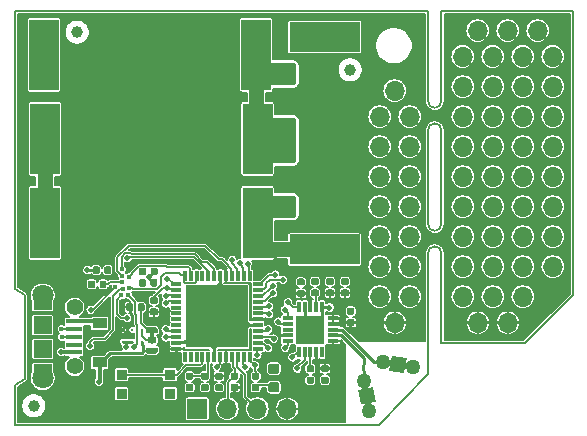
<source format=gbr>
%TF.GenerationSoftware,KiCad,Pcbnew,(6.0.0-rc1-dev-1614-ge850a482d)*%
%TF.CreationDate,2019-02-12T09:03:14-08:00*%
%TF.ProjectId,spriteSAMD,73707269-7465-4534-914d-442e6b696361,rev?*%
%TF.SameCoordinates,Original*%
%TF.FileFunction,Copper,L1,Top*%
%TF.FilePolarity,Positive*%
%FSLAX46Y46*%
G04 Gerber Fmt 4.6, Leading zero omitted, Abs format (unit mm)*
G04 Created by KiCad (PCBNEW (6.0.0-rc1-dev-1614-ge850a482d)) date 2019-02-12 09:03:14*
%MOMM*%
%LPD*%
G04 APERTURE LIST*
%ADD10C,0.150000*%
%ADD11R,2.413000X2.413000*%
%ADD12R,0.304800X0.952500*%
%ADD13R,0.952500X0.304800*%
%ADD14C,1.000000*%
%ADD15O,1.700000X1.700000*%
%ADD16R,1.550000X1.500000*%
%ADD17C,1.800000*%
%ADD18C,1.408000*%
%ADD19R,1.350000X0.450000*%
%ADD20C,0.100000*%
%ADD21C,0.590000*%
%ADD22R,0.750000X0.500000*%
%ADD23C,0.500000*%
%ADD24R,1.200000X0.900000*%
%ADD25C,0.875000*%
%ADD26R,2.500000X6.000000*%
%ADD27C,0.299999*%
%ADD28R,6.000000X2.500000*%
%ADD29R,5.250000X5.250000*%
%ADD30R,0.300000X0.850000*%
%ADD31R,0.850000X0.300000*%
%ADD32R,1.700000X1.700000*%
%ADD33C,1.270000*%
%ADD34R,0.900000X0.900000*%
%ADD35C,0.508000*%
%ADD36C,0.450000*%
%ADD37C,0.530000*%
%ADD38C,0.254000*%
%ADD39C,0.330200*%
%ADD40C,0.127000*%
%ADD41C,0.508000*%
%ADD42C,1.270000*%
%ADD43C,0.088900*%
G04 APERTURE END LIST*
D10*
X116701044Y-84099400D02*
G75*
G02X117842556Y-84099400I570756J0D01*
G01*
X117842556Y-81635600D02*
G75*
G02X116701044Y-81635600I-570756J0D01*
G01*
X116701044Y-94513400D02*
G75*
G02X117842556Y-94513400I570756J0D01*
G01*
X117842556Y-92049600D02*
G75*
G02X116701044Y-92049600I-570756J0D01*
G01*
X116700300Y-104775000D02*
X112522000Y-109041600D01*
X117843300Y-84099400D02*
X117843300Y-92049600D01*
X117843300Y-74041000D02*
X117843300Y-81610200D01*
X117843300Y-94513400D02*
X117843300Y-102108000D01*
X116700300Y-104775000D02*
X116700300Y-94538800D01*
X116700300Y-92024200D02*
X116700300Y-84124800D01*
X116700300Y-81635600D02*
X116700300Y-74041000D01*
X124891800Y-102108000D02*
X117856000Y-102108000D01*
X128955800Y-98044000D02*
X124891800Y-102108000D01*
X128955800Y-74041600D02*
X128955800Y-98044000D01*
X117843300Y-74041000D02*
X128955800Y-74041000D01*
X82550000Y-98044000D02*
X81725100Y-97536000D01*
X82550000Y-105156000D02*
X81725100Y-105664000D01*
X81725100Y-105664000D02*
X81725100Y-109041600D01*
X82550000Y-98044000D02*
X82550000Y-105156000D01*
X81725100Y-109041600D02*
X112522000Y-109041600D01*
X116700300Y-74041600D02*
X81725100Y-74041600D01*
X81725100Y-74041600D02*
X81725100Y-97536000D01*
D11*
X106750000Y-100980000D03*
D12*
X105749999Y-99081350D03*
X106250001Y-99081350D03*
X106750000Y-99081350D03*
X107249999Y-99081350D03*
X107750001Y-99081350D03*
D13*
X108648650Y-99979999D03*
X108648650Y-100480001D03*
X108648650Y-100980000D03*
X108648650Y-101479999D03*
X108648650Y-101980001D03*
D12*
X107750001Y-102878650D03*
X107249999Y-102878650D03*
X106750000Y-102878650D03*
X106250001Y-102878650D03*
X105749999Y-102878650D03*
D13*
X104851350Y-101980001D03*
X104851350Y-101479999D03*
X104851350Y-100980000D03*
X104851350Y-100480001D03*
X104851350Y-99979999D03*
D14*
X110109000Y-78994000D03*
X86995000Y-75819000D03*
X83312000Y-107442000D03*
D15*
X115150900Y-90576400D03*
X112610900Y-90576400D03*
X115150900Y-98196400D03*
X112610900Y-98196400D03*
X115150900Y-82956400D03*
X112610900Y-82956400D03*
X115150900Y-93116400D03*
X112610900Y-93116400D03*
X115150900Y-85496400D03*
X112610900Y-85496400D03*
X115150900Y-88036400D03*
X112610900Y-88036400D03*
X115150900Y-95656400D03*
X112610900Y-95656400D03*
X119646700Y-80416400D03*
X122186700Y-80416400D03*
X124726700Y-80416400D03*
X127266700Y-80416400D03*
X119634000Y-77868780D03*
X122174000Y-77868780D03*
X124714000Y-77868780D03*
X127254000Y-77868780D03*
X119646700Y-82956400D03*
X122186700Y-82956400D03*
X124726700Y-82956400D03*
X127266700Y-82956400D03*
X119646700Y-85496400D03*
X122186700Y-85496400D03*
X124726700Y-85496400D03*
X127266700Y-85496400D03*
X119646700Y-88036400D03*
X122186700Y-88036400D03*
X124726700Y-88036400D03*
X127266700Y-88036400D03*
X119646700Y-95656400D03*
X122186700Y-95656400D03*
X124726700Y-95656400D03*
X127266700Y-95656400D03*
X119646700Y-90576400D03*
X122186700Y-90576400D03*
X124726700Y-90576400D03*
X127266700Y-90576400D03*
X119646700Y-93116400D03*
X122186700Y-93116400D03*
X124726700Y-93116400D03*
X127266700Y-93116400D03*
X125984000Y-75674156D03*
X123456700Y-100396104D03*
X113880900Y-80756696D03*
X120916700Y-100396104D03*
X120904000Y-75674156D03*
X123444000Y-75674156D03*
X113880900Y-100396104D03*
X124726700Y-98196400D03*
X122186700Y-98196400D03*
X119646700Y-98196400D03*
D16*
X84074000Y-104650000D03*
X84074000Y-98550000D03*
X84074000Y-102600000D03*
X84074000Y-100600000D03*
D17*
X84074000Y-105100000D03*
X84074000Y-98100000D03*
D18*
X86774000Y-104100000D03*
X86774000Y-99100000D03*
D19*
X86749000Y-102900000D03*
X86749000Y-102250000D03*
X86749000Y-101600000D03*
X86749000Y-100950000D03*
X86749000Y-100300000D03*
D20*
G36*
X96706958Y-104630710D02*
G01*
X96721276Y-104632834D01*
X96735317Y-104636351D01*
X96748946Y-104641228D01*
X96762031Y-104647417D01*
X96774447Y-104654858D01*
X96786073Y-104663481D01*
X96796798Y-104673202D01*
X96806519Y-104683927D01*
X96815142Y-104695553D01*
X96822583Y-104707969D01*
X96828772Y-104721054D01*
X96833649Y-104734683D01*
X96837166Y-104748724D01*
X96839290Y-104763042D01*
X96840000Y-104777500D01*
X96840000Y-105072500D01*
X96839290Y-105086958D01*
X96837166Y-105101276D01*
X96833649Y-105115317D01*
X96828772Y-105128946D01*
X96822583Y-105142031D01*
X96815142Y-105154447D01*
X96806519Y-105166073D01*
X96796798Y-105176798D01*
X96786073Y-105186519D01*
X96774447Y-105195142D01*
X96762031Y-105202583D01*
X96748946Y-105208772D01*
X96735317Y-105213649D01*
X96721276Y-105217166D01*
X96706958Y-105219290D01*
X96692500Y-105220000D01*
X96347500Y-105220000D01*
X96333042Y-105219290D01*
X96318724Y-105217166D01*
X96304683Y-105213649D01*
X96291054Y-105208772D01*
X96277969Y-105202583D01*
X96265553Y-105195142D01*
X96253927Y-105186519D01*
X96243202Y-105176798D01*
X96233481Y-105166073D01*
X96224858Y-105154447D01*
X96217417Y-105142031D01*
X96211228Y-105128946D01*
X96206351Y-105115317D01*
X96202834Y-105101276D01*
X96200710Y-105086958D01*
X96200000Y-105072500D01*
X96200000Y-104777500D01*
X96200710Y-104763042D01*
X96202834Y-104748724D01*
X96206351Y-104734683D01*
X96211228Y-104721054D01*
X96217417Y-104707969D01*
X96224858Y-104695553D01*
X96233481Y-104683927D01*
X96243202Y-104673202D01*
X96253927Y-104663481D01*
X96265553Y-104654858D01*
X96277969Y-104647417D01*
X96291054Y-104641228D01*
X96304683Y-104636351D01*
X96318724Y-104632834D01*
X96333042Y-104630710D01*
X96347500Y-104630000D01*
X96692500Y-104630000D01*
X96706958Y-104630710D01*
X96706958Y-104630710D01*
G37*
D21*
X96520000Y-104925000D03*
D20*
G36*
X96706958Y-105600710D02*
G01*
X96721276Y-105602834D01*
X96735317Y-105606351D01*
X96748946Y-105611228D01*
X96762031Y-105617417D01*
X96774447Y-105624858D01*
X96786073Y-105633481D01*
X96796798Y-105643202D01*
X96806519Y-105653927D01*
X96815142Y-105665553D01*
X96822583Y-105677969D01*
X96828772Y-105691054D01*
X96833649Y-105704683D01*
X96837166Y-105718724D01*
X96839290Y-105733042D01*
X96840000Y-105747500D01*
X96840000Y-106042500D01*
X96839290Y-106056958D01*
X96837166Y-106071276D01*
X96833649Y-106085317D01*
X96828772Y-106098946D01*
X96822583Y-106112031D01*
X96815142Y-106124447D01*
X96806519Y-106136073D01*
X96796798Y-106146798D01*
X96786073Y-106156519D01*
X96774447Y-106165142D01*
X96762031Y-106172583D01*
X96748946Y-106178772D01*
X96735317Y-106183649D01*
X96721276Y-106187166D01*
X96706958Y-106189290D01*
X96692500Y-106190000D01*
X96347500Y-106190000D01*
X96333042Y-106189290D01*
X96318724Y-106187166D01*
X96304683Y-106183649D01*
X96291054Y-106178772D01*
X96277969Y-106172583D01*
X96265553Y-106165142D01*
X96253927Y-106156519D01*
X96243202Y-106146798D01*
X96233481Y-106136073D01*
X96224858Y-106124447D01*
X96217417Y-106112031D01*
X96211228Y-106098946D01*
X96206351Y-106085317D01*
X96202834Y-106071276D01*
X96200710Y-106056958D01*
X96200000Y-106042500D01*
X96200000Y-105747500D01*
X96200710Y-105733042D01*
X96202834Y-105718724D01*
X96206351Y-105704683D01*
X96211228Y-105691054D01*
X96217417Y-105677969D01*
X96224858Y-105665553D01*
X96233481Y-105653927D01*
X96243202Y-105643202D01*
X96253927Y-105633481D01*
X96265553Y-105624858D01*
X96277969Y-105617417D01*
X96291054Y-105611228D01*
X96304683Y-105606351D01*
X96318724Y-105602834D01*
X96333042Y-105600710D01*
X96347500Y-105600000D01*
X96692500Y-105600000D01*
X96706958Y-105600710D01*
X96706958Y-105600710D01*
G37*
D21*
X96520000Y-105895000D03*
D22*
X93319600Y-101904800D03*
D23*
X93319600Y-102793800D03*
D20*
G36*
X93819299Y-102793800D02*
G01*
X93819299Y-102806067D01*
X93816894Y-102830483D01*
X93812108Y-102854545D01*
X93804986Y-102878022D01*
X93795597Y-102900689D01*
X93784032Y-102922326D01*
X93770402Y-102942725D01*
X93754838Y-102961690D01*
X93737490Y-102979038D01*
X93718525Y-102994602D01*
X93698126Y-103008232D01*
X93676489Y-103019797D01*
X93653822Y-103029186D01*
X93630345Y-103036308D01*
X93606283Y-103041094D01*
X93581867Y-103043499D01*
X93569600Y-103043499D01*
X93569600Y-103043800D01*
X93069600Y-103043800D01*
X93069600Y-103043499D01*
X93057333Y-103043499D01*
X93032917Y-103041094D01*
X93008855Y-103036308D01*
X92985378Y-103029186D01*
X92962711Y-103019797D01*
X92941074Y-103008232D01*
X92920675Y-102994602D01*
X92901710Y-102979038D01*
X92884362Y-102961690D01*
X92868798Y-102942725D01*
X92855168Y-102922326D01*
X92843603Y-102900689D01*
X92834214Y-102878022D01*
X92827092Y-102854545D01*
X92822306Y-102830483D01*
X92819901Y-102806067D01*
X92819901Y-102793800D01*
X92819600Y-102793800D01*
X92819600Y-102518800D01*
X93819600Y-102518800D01*
X93819600Y-102793800D01*
X93819299Y-102793800D01*
X93819299Y-102793800D01*
G37*
D23*
X93319600Y-101015800D03*
D20*
G36*
X93469600Y-101290800D02*
G01*
X93469600Y-101665800D01*
X93169600Y-101665800D01*
X93169600Y-101290800D01*
X92819600Y-101290800D01*
X92819600Y-101015800D01*
X92819901Y-101015800D01*
X92819901Y-101003533D01*
X92822306Y-100979117D01*
X92827092Y-100955055D01*
X92834214Y-100931578D01*
X92843603Y-100908911D01*
X92855168Y-100887274D01*
X92868798Y-100866875D01*
X92884362Y-100847910D01*
X92901710Y-100830562D01*
X92920675Y-100814998D01*
X92941074Y-100801368D01*
X92962711Y-100789803D01*
X92985378Y-100780414D01*
X93008855Y-100773292D01*
X93032917Y-100768506D01*
X93057333Y-100766101D01*
X93069600Y-100766101D01*
X93069600Y-100765800D01*
X93569600Y-100765800D01*
X93569600Y-100766101D01*
X93581867Y-100766101D01*
X93606283Y-100768506D01*
X93630345Y-100773292D01*
X93653822Y-100780414D01*
X93676489Y-100789803D01*
X93698126Y-100801368D01*
X93718525Y-100814998D01*
X93737490Y-100830562D01*
X93754838Y-100847910D01*
X93770402Y-100866875D01*
X93784032Y-100887274D01*
X93795597Y-100908911D01*
X93804986Y-100931578D01*
X93812108Y-100955055D01*
X93816894Y-100979117D01*
X93819299Y-101003533D01*
X93819299Y-101015800D01*
X93819600Y-101015800D01*
X93819600Y-101290800D01*
X93469600Y-101290800D01*
X93469600Y-101290800D01*
G37*
D24*
X88900000Y-100458000D03*
X88900000Y-103758000D03*
D20*
G36*
X103927471Y-103863473D02*
G01*
X103948706Y-103866623D01*
X103969530Y-103871839D01*
X103989742Y-103879071D01*
X104009148Y-103888250D01*
X104027561Y-103899286D01*
X104044804Y-103912074D01*
X104060710Y-103926490D01*
X104075126Y-103942396D01*
X104087914Y-103959639D01*
X104098950Y-103978052D01*
X104108129Y-103997458D01*
X104115361Y-104017670D01*
X104120577Y-104038494D01*
X104123727Y-104059729D01*
X104124780Y-104081170D01*
X104124780Y-104518670D01*
X104123727Y-104540111D01*
X104120577Y-104561346D01*
X104115361Y-104582170D01*
X104108129Y-104602382D01*
X104098950Y-104621788D01*
X104087914Y-104640201D01*
X104075126Y-104657444D01*
X104060710Y-104673350D01*
X104044804Y-104687766D01*
X104027561Y-104700554D01*
X104009148Y-104711590D01*
X103989742Y-104720769D01*
X103969530Y-104728001D01*
X103948706Y-104733217D01*
X103927471Y-104736367D01*
X103906030Y-104737420D01*
X103393530Y-104737420D01*
X103372089Y-104736367D01*
X103350854Y-104733217D01*
X103330030Y-104728001D01*
X103309818Y-104720769D01*
X103290412Y-104711590D01*
X103271999Y-104700554D01*
X103254756Y-104687766D01*
X103238850Y-104673350D01*
X103224434Y-104657444D01*
X103211646Y-104640201D01*
X103200610Y-104621788D01*
X103191431Y-104602382D01*
X103184199Y-104582170D01*
X103178983Y-104561346D01*
X103175833Y-104540111D01*
X103174780Y-104518670D01*
X103174780Y-104081170D01*
X103175833Y-104059729D01*
X103178983Y-104038494D01*
X103184199Y-104017670D01*
X103191431Y-103997458D01*
X103200610Y-103978052D01*
X103211646Y-103959639D01*
X103224434Y-103942396D01*
X103238850Y-103926490D01*
X103254756Y-103912074D01*
X103271999Y-103899286D01*
X103290412Y-103888250D01*
X103309818Y-103879071D01*
X103330030Y-103871839D01*
X103350854Y-103866623D01*
X103372089Y-103863473D01*
X103393530Y-103862420D01*
X103906030Y-103862420D01*
X103927471Y-103863473D01*
X103927471Y-103863473D01*
G37*
D25*
X103649780Y-104299920D03*
D20*
G36*
X103927471Y-105438473D02*
G01*
X103948706Y-105441623D01*
X103969530Y-105446839D01*
X103989742Y-105454071D01*
X104009148Y-105463250D01*
X104027561Y-105474286D01*
X104044804Y-105487074D01*
X104060710Y-105501490D01*
X104075126Y-105517396D01*
X104087914Y-105534639D01*
X104098950Y-105553052D01*
X104108129Y-105572458D01*
X104115361Y-105592670D01*
X104120577Y-105613494D01*
X104123727Y-105634729D01*
X104124780Y-105656170D01*
X104124780Y-106093670D01*
X104123727Y-106115111D01*
X104120577Y-106136346D01*
X104115361Y-106157170D01*
X104108129Y-106177382D01*
X104098950Y-106196788D01*
X104087914Y-106215201D01*
X104075126Y-106232444D01*
X104060710Y-106248350D01*
X104044804Y-106262766D01*
X104027561Y-106275554D01*
X104009148Y-106286590D01*
X103989742Y-106295769D01*
X103969530Y-106303001D01*
X103948706Y-106308217D01*
X103927471Y-106311367D01*
X103906030Y-106312420D01*
X103393530Y-106312420D01*
X103372089Y-106311367D01*
X103350854Y-106308217D01*
X103330030Y-106303001D01*
X103309818Y-106295769D01*
X103290412Y-106286590D01*
X103271999Y-106275554D01*
X103254756Y-106262766D01*
X103238850Y-106248350D01*
X103224434Y-106232444D01*
X103211646Y-106215201D01*
X103200610Y-106196788D01*
X103191431Y-106177382D01*
X103184199Y-106157170D01*
X103178983Y-106136346D01*
X103175833Y-106115111D01*
X103174780Y-106093670D01*
X103174780Y-105656170D01*
X103175833Y-105634729D01*
X103178983Y-105613494D01*
X103184199Y-105592670D01*
X103191431Y-105572458D01*
X103200610Y-105553052D01*
X103211646Y-105534639D01*
X103224434Y-105517396D01*
X103238850Y-105501490D01*
X103254756Y-105487074D01*
X103271999Y-105474286D01*
X103290412Y-105463250D01*
X103309818Y-105454071D01*
X103330030Y-105446839D01*
X103350854Y-105441623D01*
X103372089Y-105438473D01*
X103393530Y-105437420D01*
X103906030Y-105437420D01*
X103927471Y-105438473D01*
X103927471Y-105438473D01*
G37*
D25*
X103649780Y-105874920D03*
D26*
X84268000Y-91948000D03*
X102268000Y-91948000D03*
D27*
X92453361Y-100998782D03*
X92453361Y-101998780D03*
X92453361Y-102998781D03*
X91653363Y-100998782D03*
X91653360Y-101998780D03*
X91653363Y-102998781D03*
X90853362Y-100998782D03*
X90853362Y-101998780D03*
X90853362Y-102998781D03*
D28*
X107942380Y-94205100D03*
X107942380Y-76205100D03*
D26*
X102168000Y-77724000D03*
X84168000Y-77724000D03*
X84268000Y-84836000D03*
X102268000Y-84836000D03*
D29*
X98856800Y-99872800D03*
D30*
X101606800Y-103322800D03*
X101106800Y-103322800D03*
X100606800Y-103322800D03*
X100106800Y-103322800D03*
X99606800Y-103322800D03*
X99106800Y-103322800D03*
X98606800Y-103322800D03*
X98106800Y-103322800D03*
X97606800Y-103322800D03*
X97106800Y-103322800D03*
X96606800Y-103322800D03*
X96106800Y-103322800D03*
D31*
X95406800Y-102622800D03*
X95406800Y-102122800D03*
X95406800Y-101622800D03*
X95406800Y-101122800D03*
X95406800Y-100622800D03*
X95406800Y-100122800D03*
X95406800Y-99622800D03*
X95406800Y-99122800D03*
X95406800Y-98622800D03*
X95406800Y-98122800D03*
X95406800Y-97622800D03*
X95406800Y-97122800D03*
D30*
X96106800Y-96422800D03*
X96606800Y-96422800D03*
X97106800Y-96422800D03*
X97606800Y-96422800D03*
X98106800Y-96422800D03*
X98606800Y-96422800D03*
X99106800Y-96422800D03*
X99606800Y-96422800D03*
X100106800Y-96422800D03*
X100606800Y-96422800D03*
X101106800Y-96422800D03*
X101606800Y-96422800D03*
D31*
X102306800Y-97122800D03*
X102306800Y-97622800D03*
X102306800Y-98122800D03*
X102306800Y-98622800D03*
X102306800Y-99122800D03*
X102306800Y-99622800D03*
X102306800Y-100122800D03*
X102306800Y-100622800D03*
X102306800Y-101122800D03*
X102306800Y-101622800D03*
X102306800Y-102122800D03*
X102306800Y-102622800D03*
D32*
X97167700Y-107690000D03*
D15*
X99707700Y-107690000D03*
X102247700Y-107690000D03*
X104787700Y-107690000D03*
D20*
G36*
X97997278Y-104630710D02*
G01*
X98011596Y-104632834D01*
X98025637Y-104636351D01*
X98039266Y-104641228D01*
X98052351Y-104647417D01*
X98064767Y-104654858D01*
X98076393Y-104663481D01*
X98087118Y-104673202D01*
X98096839Y-104683927D01*
X98105462Y-104695553D01*
X98112903Y-104707969D01*
X98119092Y-104721054D01*
X98123969Y-104734683D01*
X98127486Y-104748724D01*
X98129610Y-104763042D01*
X98130320Y-104777500D01*
X98130320Y-105072500D01*
X98129610Y-105086958D01*
X98127486Y-105101276D01*
X98123969Y-105115317D01*
X98119092Y-105128946D01*
X98112903Y-105142031D01*
X98105462Y-105154447D01*
X98096839Y-105166073D01*
X98087118Y-105176798D01*
X98076393Y-105186519D01*
X98064767Y-105195142D01*
X98052351Y-105202583D01*
X98039266Y-105208772D01*
X98025637Y-105213649D01*
X98011596Y-105217166D01*
X97997278Y-105219290D01*
X97982820Y-105220000D01*
X97637820Y-105220000D01*
X97623362Y-105219290D01*
X97609044Y-105217166D01*
X97595003Y-105213649D01*
X97581374Y-105208772D01*
X97568289Y-105202583D01*
X97555873Y-105195142D01*
X97544247Y-105186519D01*
X97533522Y-105176798D01*
X97523801Y-105166073D01*
X97515178Y-105154447D01*
X97507737Y-105142031D01*
X97501548Y-105128946D01*
X97496671Y-105115317D01*
X97493154Y-105101276D01*
X97491030Y-105086958D01*
X97490320Y-105072500D01*
X97490320Y-104777500D01*
X97491030Y-104763042D01*
X97493154Y-104748724D01*
X97496671Y-104734683D01*
X97501548Y-104721054D01*
X97507737Y-104707969D01*
X97515178Y-104695553D01*
X97523801Y-104683927D01*
X97533522Y-104673202D01*
X97544247Y-104663481D01*
X97555873Y-104654858D01*
X97568289Y-104647417D01*
X97581374Y-104641228D01*
X97595003Y-104636351D01*
X97609044Y-104632834D01*
X97623362Y-104630710D01*
X97637820Y-104630000D01*
X97982820Y-104630000D01*
X97997278Y-104630710D01*
X97997278Y-104630710D01*
G37*
D21*
X97810320Y-104925000D03*
D20*
G36*
X97997278Y-105600710D02*
G01*
X98011596Y-105602834D01*
X98025637Y-105606351D01*
X98039266Y-105611228D01*
X98052351Y-105617417D01*
X98064767Y-105624858D01*
X98076393Y-105633481D01*
X98087118Y-105643202D01*
X98096839Y-105653927D01*
X98105462Y-105665553D01*
X98112903Y-105677969D01*
X98119092Y-105691054D01*
X98123969Y-105704683D01*
X98127486Y-105718724D01*
X98129610Y-105733042D01*
X98130320Y-105747500D01*
X98130320Y-106042500D01*
X98129610Y-106056958D01*
X98127486Y-106071276D01*
X98123969Y-106085317D01*
X98119092Y-106098946D01*
X98112903Y-106112031D01*
X98105462Y-106124447D01*
X98096839Y-106136073D01*
X98087118Y-106146798D01*
X98076393Y-106156519D01*
X98064767Y-106165142D01*
X98052351Y-106172583D01*
X98039266Y-106178772D01*
X98025637Y-106183649D01*
X98011596Y-106187166D01*
X97997278Y-106189290D01*
X97982820Y-106190000D01*
X97637820Y-106190000D01*
X97623362Y-106189290D01*
X97609044Y-106187166D01*
X97595003Y-106183649D01*
X97581374Y-106178772D01*
X97568289Y-106172583D01*
X97555873Y-106165142D01*
X97544247Y-106156519D01*
X97533522Y-106146798D01*
X97523801Y-106136073D01*
X97515178Y-106124447D01*
X97507737Y-106112031D01*
X97501548Y-106098946D01*
X97496671Y-106085317D01*
X97493154Y-106071276D01*
X97491030Y-106056958D01*
X97490320Y-106042500D01*
X97490320Y-105747500D01*
X97491030Y-105733042D01*
X97493154Y-105718724D01*
X97496671Y-105704683D01*
X97501548Y-105691054D01*
X97507737Y-105677969D01*
X97515178Y-105665553D01*
X97523801Y-105653927D01*
X97533522Y-105643202D01*
X97544247Y-105633481D01*
X97555873Y-105624858D01*
X97568289Y-105617417D01*
X97581374Y-105611228D01*
X97595003Y-105606351D01*
X97609044Y-105602834D01*
X97623362Y-105600710D01*
X97637820Y-105600000D01*
X97982820Y-105600000D01*
X97997278Y-105600710D01*
X97997278Y-105600710D01*
G37*
D21*
X97810320Y-105895000D03*
D20*
G36*
X99196158Y-104643410D02*
G01*
X99210476Y-104645534D01*
X99224517Y-104649051D01*
X99238146Y-104653928D01*
X99251231Y-104660117D01*
X99263647Y-104667558D01*
X99275273Y-104676181D01*
X99285998Y-104685902D01*
X99295719Y-104696627D01*
X99304342Y-104708253D01*
X99311783Y-104720669D01*
X99317972Y-104733754D01*
X99322849Y-104747383D01*
X99326366Y-104761424D01*
X99328490Y-104775742D01*
X99329200Y-104790200D01*
X99329200Y-105085200D01*
X99328490Y-105099658D01*
X99326366Y-105113976D01*
X99322849Y-105128017D01*
X99317972Y-105141646D01*
X99311783Y-105154731D01*
X99304342Y-105167147D01*
X99295719Y-105178773D01*
X99285998Y-105189498D01*
X99275273Y-105199219D01*
X99263647Y-105207842D01*
X99251231Y-105215283D01*
X99238146Y-105221472D01*
X99224517Y-105226349D01*
X99210476Y-105229866D01*
X99196158Y-105231990D01*
X99181700Y-105232700D01*
X98836700Y-105232700D01*
X98822242Y-105231990D01*
X98807924Y-105229866D01*
X98793883Y-105226349D01*
X98780254Y-105221472D01*
X98767169Y-105215283D01*
X98754753Y-105207842D01*
X98743127Y-105199219D01*
X98732402Y-105189498D01*
X98722681Y-105178773D01*
X98714058Y-105167147D01*
X98706617Y-105154731D01*
X98700428Y-105141646D01*
X98695551Y-105128017D01*
X98692034Y-105113976D01*
X98689910Y-105099658D01*
X98689200Y-105085200D01*
X98689200Y-104790200D01*
X98689910Y-104775742D01*
X98692034Y-104761424D01*
X98695551Y-104747383D01*
X98700428Y-104733754D01*
X98706617Y-104720669D01*
X98714058Y-104708253D01*
X98722681Y-104696627D01*
X98732402Y-104685902D01*
X98743127Y-104676181D01*
X98754753Y-104667558D01*
X98767169Y-104660117D01*
X98780254Y-104653928D01*
X98793883Y-104649051D01*
X98807924Y-104645534D01*
X98822242Y-104643410D01*
X98836700Y-104642700D01*
X99181700Y-104642700D01*
X99196158Y-104643410D01*
X99196158Y-104643410D01*
G37*
D21*
X99009200Y-104937700D03*
D20*
G36*
X99196158Y-105613410D02*
G01*
X99210476Y-105615534D01*
X99224517Y-105619051D01*
X99238146Y-105623928D01*
X99251231Y-105630117D01*
X99263647Y-105637558D01*
X99275273Y-105646181D01*
X99285998Y-105655902D01*
X99295719Y-105666627D01*
X99304342Y-105678253D01*
X99311783Y-105690669D01*
X99317972Y-105703754D01*
X99322849Y-105717383D01*
X99326366Y-105731424D01*
X99328490Y-105745742D01*
X99329200Y-105760200D01*
X99329200Y-106055200D01*
X99328490Y-106069658D01*
X99326366Y-106083976D01*
X99322849Y-106098017D01*
X99317972Y-106111646D01*
X99311783Y-106124731D01*
X99304342Y-106137147D01*
X99295719Y-106148773D01*
X99285998Y-106159498D01*
X99275273Y-106169219D01*
X99263647Y-106177842D01*
X99251231Y-106185283D01*
X99238146Y-106191472D01*
X99224517Y-106196349D01*
X99210476Y-106199866D01*
X99196158Y-106201990D01*
X99181700Y-106202700D01*
X98836700Y-106202700D01*
X98822242Y-106201990D01*
X98807924Y-106199866D01*
X98793883Y-106196349D01*
X98780254Y-106191472D01*
X98767169Y-106185283D01*
X98754753Y-106177842D01*
X98743127Y-106169219D01*
X98732402Y-106159498D01*
X98722681Y-106148773D01*
X98714058Y-106137147D01*
X98706617Y-106124731D01*
X98700428Y-106111646D01*
X98695551Y-106098017D01*
X98692034Y-106083976D01*
X98689910Y-106069658D01*
X98689200Y-106055200D01*
X98689200Y-105760200D01*
X98689910Y-105745742D01*
X98692034Y-105731424D01*
X98695551Y-105717383D01*
X98700428Y-105703754D01*
X98706617Y-105690669D01*
X98714058Y-105678253D01*
X98722681Y-105666627D01*
X98732402Y-105655902D01*
X98743127Y-105646181D01*
X98754753Y-105637558D01*
X98767169Y-105630117D01*
X98780254Y-105623928D01*
X98793883Y-105619051D01*
X98807924Y-105615534D01*
X98822242Y-105613410D01*
X98836700Y-105612700D01*
X99181700Y-105612700D01*
X99196158Y-105613410D01*
X99196158Y-105613410D01*
G37*
D21*
X99009200Y-105907700D03*
D20*
G36*
X100506798Y-104630710D02*
G01*
X100521116Y-104632834D01*
X100535157Y-104636351D01*
X100548786Y-104641228D01*
X100561871Y-104647417D01*
X100574287Y-104654858D01*
X100585913Y-104663481D01*
X100596638Y-104673202D01*
X100606359Y-104683927D01*
X100614982Y-104695553D01*
X100622423Y-104707969D01*
X100628612Y-104721054D01*
X100633489Y-104734683D01*
X100637006Y-104748724D01*
X100639130Y-104763042D01*
X100639840Y-104777500D01*
X100639840Y-105072500D01*
X100639130Y-105086958D01*
X100637006Y-105101276D01*
X100633489Y-105115317D01*
X100628612Y-105128946D01*
X100622423Y-105142031D01*
X100614982Y-105154447D01*
X100606359Y-105166073D01*
X100596638Y-105176798D01*
X100585913Y-105186519D01*
X100574287Y-105195142D01*
X100561871Y-105202583D01*
X100548786Y-105208772D01*
X100535157Y-105213649D01*
X100521116Y-105217166D01*
X100506798Y-105219290D01*
X100492340Y-105220000D01*
X100147340Y-105220000D01*
X100132882Y-105219290D01*
X100118564Y-105217166D01*
X100104523Y-105213649D01*
X100090894Y-105208772D01*
X100077809Y-105202583D01*
X100065393Y-105195142D01*
X100053767Y-105186519D01*
X100043042Y-105176798D01*
X100033321Y-105166073D01*
X100024698Y-105154447D01*
X100017257Y-105142031D01*
X100011068Y-105128946D01*
X100006191Y-105115317D01*
X100002674Y-105101276D01*
X100000550Y-105086958D01*
X99999840Y-105072500D01*
X99999840Y-104777500D01*
X100000550Y-104763042D01*
X100002674Y-104748724D01*
X100006191Y-104734683D01*
X100011068Y-104721054D01*
X100017257Y-104707969D01*
X100024698Y-104695553D01*
X100033321Y-104683927D01*
X100043042Y-104673202D01*
X100053767Y-104663481D01*
X100065393Y-104654858D01*
X100077809Y-104647417D01*
X100090894Y-104641228D01*
X100104523Y-104636351D01*
X100118564Y-104632834D01*
X100132882Y-104630710D01*
X100147340Y-104630000D01*
X100492340Y-104630000D01*
X100506798Y-104630710D01*
X100506798Y-104630710D01*
G37*
D21*
X100319840Y-104925000D03*
D20*
G36*
X100506798Y-105600710D02*
G01*
X100521116Y-105602834D01*
X100535157Y-105606351D01*
X100548786Y-105611228D01*
X100561871Y-105617417D01*
X100574287Y-105624858D01*
X100585913Y-105633481D01*
X100596638Y-105643202D01*
X100606359Y-105653927D01*
X100614982Y-105665553D01*
X100622423Y-105677969D01*
X100628612Y-105691054D01*
X100633489Y-105704683D01*
X100637006Y-105718724D01*
X100639130Y-105733042D01*
X100639840Y-105747500D01*
X100639840Y-106042500D01*
X100639130Y-106056958D01*
X100637006Y-106071276D01*
X100633489Y-106085317D01*
X100628612Y-106098946D01*
X100622423Y-106112031D01*
X100614982Y-106124447D01*
X100606359Y-106136073D01*
X100596638Y-106146798D01*
X100585913Y-106156519D01*
X100574287Y-106165142D01*
X100561871Y-106172583D01*
X100548786Y-106178772D01*
X100535157Y-106183649D01*
X100521116Y-106187166D01*
X100506798Y-106189290D01*
X100492340Y-106190000D01*
X100147340Y-106190000D01*
X100132882Y-106189290D01*
X100118564Y-106187166D01*
X100104523Y-106183649D01*
X100090894Y-106178772D01*
X100077809Y-106172583D01*
X100065393Y-106165142D01*
X100053767Y-106156519D01*
X100043042Y-106146798D01*
X100033321Y-106136073D01*
X100024698Y-106124447D01*
X100017257Y-106112031D01*
X100011068Y-106098946D01*
X100006191Y-106085317D01*
X100002674Y-106071276D01*
X100000550Y-106056958D01*
X99999840Y-106042500D01*
X99999840Y-105747500D01*
X100000550Y-105733042D01*
X100002674Y-105718724D01*
X100006191Y-105704683D01*
X100011068Y-105691054D01*
X100017257Y-105677969D01*
X100024698Y-105665553D01*
X100033321Y-105653927D01*
X100043042Y-105643202D01*
X100053767Y-105633481D01*
X100065393Y-105624858D01*
X100077809Y-105617417D01*
X100090894Y-105611228D01*
X100104523Y-105606351D01*
X100118564Y-105602834D01*
X100132882Y-105600710D01*
X100147340Y-105600000D01*
X100492340Y-105600000D01*
X100506798Y-105600710D01*
X100506798Y-105600710D01*
G37*
D21*
X100319840Y-105895000D03*
D20*
G36*
X88378838Y-96833170D02*
G01*
X88393156Y-96835294D01*
X88407197Y-96838811D01*
X88420826Y-96843688D01*
X88433911Y-96849877D01*
X88446327Y-96857318D01*
X88457953Y-96865941D01*
X88468678Y-96875662D01*
X88478399Y-96886387D01*
X88487022Y-96898013D01*
X88494463Y-96910429D01*
X88500652Y-96923514D01*
X88505529Y-96937143D01*
X88509046Y-96951184D01*
X88511170Y-96965502D01*
X88511880Y-96979960D01*
X88511880Y-97324960D01*
X88511170Y-97339418D01*
X88509046Y-97353736D01*
X88505529Y-97367777D01*
X88500652Y-97381406D01*
X88494463Y-97394491D01*
X88487022Y-97406907D01*
X88478399Y-97418533D01*
X88468678Y-97429258D01*
X88457953Y-97438979D01*
X88446327Y-97447602D01*
X88433911Y-97455043D01*
X88420826Y-97461232D01*
X88407197Y-97466109D01*
X88393156Y-97469626D01*
X88378838Y-97471750D01*
X88364380Y-97472460D01*
X88069380Y-97472460D01*
X88054922Y-97471750D01*
X88040604Y-97469626D01*
X88026563Y-97466109D01*
X88012934Y-97461232D01*
X87999849Y-97455043D01*
X87987433Y-97447602D01*
X87975807Y-97438979D01*
X87965082Y-97429258D01*
X87955361Y-97418533D01*
X87946738Y-97406907D01*
X87939297Y-97394491D01*
X87933108Y-97381406D01*
X87928231Y-97367777D01*
X87924714Y-97353736D01*
X87922590Y-97339418D01*
X87921880Y-97324960D01*
X87921880Y-96979960D01*
X87922590Y-96965502D01*
X87924714Y-96951184D01*
X87928231Y-96937143D01*
X87933108Y-96923514D01*
X87939297Y-96910429D01*
X87946738Y-96898013D01*
X87955361Y-96886387D01*
X87965082Y-96875662D01*
X87975807Y-96865941D01*
X87987433Y-96857318D01*
X87999849Y-96849877D01*
X88012934Y-96843688D01*
X88026563Y-96838811D01*
X88040604Y-96835294D01*
X88054922Y-96833170D01*
X88069380Y-96832460D01*
X88364380Y-96832460D01*
X88378838Y-96833170D01*
X88378838Y-96833170D01*
G37*
D21*
X88216880Y-97152460D03*
D20*
G36*
X89348838Y-96833170D02*
G01*
X89363156Y-96835294D01*
X89377197Y-96838811D01*
X89390826Y-96843688D01*
X89403911Y-96849877D01*
X89416327Y-96857318D01*
X89427953Y-96865941D01*
X89438678Y-96875662D01*
X89448399Y-96886387D01*
X89457022Y-96898013D01*
X89464463Y-96910429D01*
X89470652Y-96923514D01*
X89475529Y-96937143D01*
X89479046Y-96951184D01*
X89481170Y-96965502D01*
X89481880Y-96979960D01*
X89481880Y-97324960D01*
X89481170Y-97339418D01*
X89479046Y-97353736D01*
X89475529Y-97367777D01*
X89470652Y-97381406D01*
X89464463Y-97394491D01*
X89457022Y-97406907D01*
X89448399Y-97418533D01*
X89438678Y-97429258D01*
X89427953Y-97438979D01*
X89416327Y-97447602D01*
X89403911Y-97455043D01*
X89390826Y-97461232D01*
X89377197Y-97466109D01*
X89363156Y-97469626D01*
X89348838Y-97471750D01*
X89334380Y-97472460D01*
X89039380Y-97472460D01*
X89024922Y-97471750D01*
X89010604Y-97469626D01*
X88996563Y-97466109D01*
X88982934Y-97461232D01*
X88969849Y-97455043D01*
X88957433Y-97447602D01*
X88945807Y-97438979D01*
X88935082Y-97429258D01*
X88925361Y-97418533D01*
X88916738Y-97406907D01*
X88909297Y-97394491D01*
X88903108Y-97381406D01*
X88898231Y-97367777D01*
X88894714Y-97353736D01*
X88892590Y-97339418D01*
X88891880Y-97324960D01*
X88891880Y-96979960D01*
X88892590Y-96965502D01*
X88894714Y-96951184D01*
X88898231Y-96937143D01*
X88903108Y-96923514D01*
X88909297Y-96910429D01*
X88916738Y-96898013D01*
X88925361Y-96886387D01*
X88935082Y-96875662D01*
X88945807Y-96865941D01*
X88957433Y-96857318D01*
X88969849Y-96849877D01*
X88982934Y-96843688D01*
X88996563Y-96838811D01*
X89010604Y-96835294D01*
X89024922Y-96833170D01*
X89039380Y-96832460D01*
X89334380Y-96832460D01*
X89348838Y-96833170D01*
X89348838Y-96833170D01*
G37*
D21*
X89186880Y-97152460D03*
D20*
G36*
X93661758Y-96708710D02*
G01*
X93676076Y-96710834D01*
X93690117Y-96714351D01*
X93703746Y-96719228D01*
X93716831Y-96725417D01*
X93729247Y-96732858D01*
X93740873Y-96741481D01*
X93751598Y-96751202D01*
X93761319Y-96761927D01*
X93769942Y-96773553D01*
X93777383Y-96785969D01*
X93783572Y-96799054D01*
X93788449Y-96812683D01*
X93791966Y-96826724D01*
X93794090Y-96841042D01*
X93794800Y-96855500D01*
X93794800Y-97200500D01*
X93794090Y-97214958D01*
X93791966Y-97229276D01*
X93788449Y-97243317D01*
X93783572Y-97256946D01*
X93777383Y-97270031D01*
X93769942Y-97282447D01*
X93761319Y-97294073D01*
X93751598Y-97304798D01*
X93740873Y-97314519D01*
X93729247Y-97323142D01*
X93716831Y-97330583D01*
X93703746Y-97336772D01*
X93690117Y-97341649D01*
X93676076Y-97345166D01*
X93661758Y-97347290D01*
X93647300Y-97348000D01*
X93352300Y-97348000D01*
X93337842Y-97347290D01*
X93323524Y-97345166D01*
X93309483Y-97341649D01*
X93295854Y-97336772D01*
X93282769Y-97330583D01*
X93270353Y-97323142D01*
X93258727Y-97314519D01*
X93248002Y-97304798D01*
X93238281Y-97294073D01*
X93229658Y-97282447D01*
X93222217Y-97270031D01*
X93216028Y-97256946D01*
X93211151Y-97243317D01*
X93207634Y-97229276D01*
X93205510Y-97214958D01*
X93204800Y-97200500D01*
X93204800Y-96855500D01*
X93205510Y-96841042D01*
X93207634Y-96826724D01*
X93211151Y-96812683D01*
X93216028Y-96799054D01*
X93222217Y-96785969D01*
X93229658Y-96773553D01*
X93238281Y-96761927D01*
X93248002Y-96751202D01*
X93258727Y-96741481D01*
X93270353Y-96732858D01*
X93282769Y-96725417D01*
X93295854Y-96719228D01*
X93309483Y-96714351D01*
X93323524Y-96710834D01*
X93337842Y-96708710D01*
X93352300Y-96708000D01*
X93647300Y-96708000D01*
X93661758Y-96708710D01*
X93661758Y-96708710D01*
G37*
D21*
X93499800Y-97028000D03*
D20*
G36*
X92691758Y-96708710D02*
G01*
X92706076Y-96710834D01*
X92720117Y-96714351D01*
X92733746Y-96719228D01*
X92746831Y-96725417D01*
X92759247Y-96732858D01*
X92770873Y-96741481D01*
X92781598Y-96751202D01*
X92791319Y-96761927D01*
X92799942Y-96773553D01*
X92807383Y-96785969D01*
X92813572Y-96799054D01*
X92818449Y-96812683D01*
X92821966Y-96826724D01*
X92824090Y-96841042D01*
X92824800Y-96855500D01*
X92824800Y-97200500D01*
X92824090Y-97214958D01*
X92821966Y-97229276D01*
X92818449Y-97243317D01*
X92813572Y-97256946D01*
X92807383Y-97270031D01*
X92799942Y-97282447D01*
X92791319Y-97294073D01*
X92781598Y-97304798D01*
X92770873Y-97314519D01*
X92759247Y-97323142D01*
X92746831Y-97330583D01*
X92733746Y-97336772D01*
X92720117Y-97341649D01*
X92706076Y-97345166D01*
X92691758Y-97347290D01*
X92677300Y-97348000D01*
X92382300Y-97348000D01*
X92367842Y-97347290D01*
X92353524Y-97345166D01*
X92339483Y-97341649D01*
X92325854Y-97336772D01*
X92312769Y-97330583D01*
X92300353Y-97323142D01*
X92288727Y-97314519D01*
X92278002Y-97304798D01*
X92268281Y-97294073D01*
X92259658Y-97282447D01*
X92252217Y-97270031D01*
X92246028Y-97256946D01*
X92241151Y-97243317D01*
X92237634Y-97229276D01*
X92235510Y-97214958D01*
X92234800Y-97200500D01*
X92234800Y-96855500D01*
X92235510Y-96841042D01*
X92237634Y-96826724D01*
X92241151Y-96812683D01*
X92246028Y-96799054D01*
X92252217Y-96785969D01*
X92259658Y-96773553D01*
X92268281Y-96761927D01*
X92278002Y-96751202D01*
X92288727Y-96741481D01*
X92300353Y-96732858D01*
X92312769Y-96725417D01*
X92325854Y-96719228D01*
X92339483Y-96714351D01*
X92353524Y-96710834D01*
X92367842Y-96708710D01*
X92382300Y-96708000D01*
X92677300Y-96708000D01*
X92691758Y-96708710D01*
X92691758Y-96708710D01*
G37*
D21*
X92529800Y-97028000D03*
D20*
G36*
X93669378Y-95746050D02*
G01*
X93683696Y-95748174D01*
X93697737Y-95751691D01*
X93711366Y-95756568D01*
X93724451Y-95762757D01*
X93736867Y-95770198D01*
X93748493Y-95778821D01*
X93759218Y-95788542D01*
X93768939Y-95799267D01*
X93777562Y-95810893D01*
X93785003Y-95823309D01*
X93791192Y-95836394D01*
X93796069Y-95850023D01*
X93799586Y-95864064D01*
X93801710Y-95878382D01*
X93802420Y-95892840D01*
X93802420Y-96237840D01*
X93801710Y-96252298D01*
X93799586Y-96266616D01*
X93796069Y-96280657D01*
X93791192Y-96294286D01*
X93785003Y-96307371D01*
X93777562Y-96319787D01*
X93768939Y-96331413D01*
X93759218Y-96342138D01*
X93748493Y-96351859D01*
X93736867Y-96360482D01*
X93724451Y-96367923D01*
X93711366Y-96374112D01*
X93697737Y-96378989D01*
X93683696Y-96382506D01*
X93669378Y-96384630D01*
X93654920Y-96385340D01*
X93359920Y-96385340D01*
X93345462Y-96384630D01*
X93331144Y-96382506D01*
X93317103Y-96378989D01*
X93303474Y-96374112D01*
X93290389Y-96367923D01*
X93277973Y-96360482D01*
X93266347Y-96351859D01*
X93255622Y-96342138D01*
X93245901Y-96331413D01*
X93237278Y-96319787D01*
X93229837Y-96307371D01*
X93223648Y-96294286D01*
X93218771Y-96280657D01*
X93215254Y-96266616D01*
X93213130Y-96252298D01*
X93212420Y-96237840D01*
X93212420Y-95892840D01*
X93213130Y-95878382D01*
X93215254Y-95864064D01*
X93218771Y-95850023D01*
X93223648Y-95836394D01*
X93229837Y-95823309D01*
X93237278Y-95810893D01*
X93245901Y-95799267D01*
X93255622Y-95788542D01*
X93266347Y-95778821D01*
X93277973Y-95770198D01*
X93290389Y-95762757D01*
X93303474Y-95756568D01*
X93317103Y-95751691D01*
X93331144Y-95748174D01*
X93345462Y-95746050D01*
X93359920Y-95745340D01*
X93654920Y-95745340D01*
X93669378Y-95746050D01*
X93669378Y-95746050D01*
G37*
D21*
X93507420Y-96065340D03*
D20*
G36*
X92699378Y-95746050D02*
G01*
X92713696Y-95748174D01*
X92727737Y-95751691D01*
X92741366Y-95756568D01*
X92754451Y-95762757D01*
X92766867Y-95770198D01*
X92778493Y-95778821D01*
X92789218Y-95788542D01*
X92798939Y-95799267D01*
X92807562Y-95810893D01*
X92815003Y-95823309D01*
X92821192Y-95836394D01*
X92826069Y-95850023D01*
X92829586Y-95864064D01*
X92831710Y-95878382D01*
X92832420Y-95892840D01*
X92832420Y-96237840D01*
X92831710Y-96252298D01*
X92829586Y-96266616D01*
X92826069Y-96280657D01*
X92821192Y-96294286D01*
X92815003Y-96307371D01*
X92807562Y-96319787D01*
X92798939Y-96331413D01*
X92789218Y-96342138D01*
X92778493Y-96351859D01*
X92766867Y-96360482D01*
X92754451Y-96367923D01*
X92741366Y-96374112D01*
X92727737Y-96378989D01*
X92713696Y-96382506D01*
X92699378Y-96384630D01*
X92684920Y-96385340D01*
X92389920Y-96385340D01*
X92375462Y-96384630D01*
X92361144Y-96382506D01*
X92347103Y-96378989D01*
X92333474Y-96374112D01*
X92320389Y-96367923D01*
X92307973Y-96360482D01*
X92296347Y-96351859D01*
X92285622Y-96342138D01*
X92275901Y-96331413D01*
X92267278Y-96319787D01*
X92259837Y-96307371D01*
X92253648Y-96294286D01*
X92248771Y-96280657D01*
X92245254Y-96266616D01*
X92243130Y-96252298D01*
X92242420Y-96237840D01*
X92242420Y-95892840D01*
X92243130Y-95878382D01*
X92245254Y-95864064D01*
X92248771Y-95850023D01*
X92253648Y-95836394D01*
X92259837Y-95823309D01*
X92267278Y-95810893D01*
X92275901Y-95799267D01*
X92285622Y-95788542D01*
X92296347Y-95778821D01*
X92307973Y-95770198D01*
X92320389Y-95762757D01*
X92333474Y-95756568D01*
X92347103Y-95751691D01*
X92361144Y-95748174D01*
X92375462Y-95746050D01*
X92389920Y-95745340D01*
X92684920Y-95745340D01*
X92699378Y-95746050D01*
X92699378Y-95746050D01*
G37*
D21*
X92537420Y-96065340D03*
D20*
G36*
X88775078Y-95639370D02*
G01*
X88789396Y-95641494D01*
X88803437Y-95645011D01*
X88817066Y-95649888D01*
X88830151Y-95656077D01*
X88842567Y-95663518D01*
X88854193Y-95672141D01*
X88864918Y-95681862D01*
X88874639Y-95692587D01*
X88883262Y-95704213D01*
X88890703Y-95716629D01*
X88896892Y-95729714D01*
X88901769Y-95743343D01*
X88905286Y-95757384D01*
X88907410Y-95771702D01*
X88908120Y-95786160D01*
X88908120Y-96131160D01*
X88907410Y-96145618D01*
X88905286Y-96159936D01*
X88901769Y-96173977D01*
X88896892Y-96187606D01*
X88890703Y-96200691D01*
X88883262Y-96213107D01*
X88874639Y-96224733D01*
X88864918Y-96235458D01*
X88854193Y-96245179D01*
X88842567Y-96253802D01*
X88830151Y-96261243D01*
X88817066Y-96267432D01*
X88803437Y-96272309D01*
X88789396Y-96275826D01*
X88775078Y-96277950D01*
X88760620Y-96278660D01*
X88465620Y-96278660D01*
X88451162Y-96277950D01*
X88436844Y-96275826D01*
X88422803Y-96272309D01*
X88409174Y-96267432D01*
X88396089Y-96261243D01*
X88383673Y-96253802D01*
X88372047Y-96245179D01*
X88361322Y-96235458D01*
X88351601Y-96224733D01*
X88342978Y-96213107D01*
X88335537Y-96200691D01*
X88329348Y-96187606D01*
X88324471Y-96173977D01*
X88320954Y-96159936D01*
X88318830Y-96145618D01*
X88318120Y-96131160D01*
X88318120Y-95786160D01*
X88318830Y-95771702D01*
X88320954Y-95757384D01*
X88324471Y-95743343D01*
X88329348Y-95729714D01*
X88335537Y-95716629D01*
X88342978Y-95704213D01*
X88351601Y-95692587D01*
X88361322Y-95681862D01*
X88372047Y-95672141D01*
X88383673Y-95663518D01*
X88396089Y-95656077D01*
X88409174Y-95649888D01*
X88422803Y-95645011D01*
X88436844Y-95641494D01*
X88451162Y-95639370D01*
X88465620Y-95638660D01*
X88760620Y-95638660D01*
X88775078Y-95639370D01*
X88775078Y-95639370D01*
G37*
D21*
X88613120Y-95958660D03*
D20*
G36*
X89745078Y-95639370D02*
G01*
X89759396Y-95641494D01*
X89773437Y-95645011D01*
X89787066Y-95649888D01*
X89800151Y-95656077D01*
X89812567Y-95663518D01*
X89824193Y-95672141D01*
X89834918Y-95681862D01*
X89844639Y-95692587D01*
X89853262Y-95704213D01*
X89860703Y-95716629D01*
X89866892Y-95729714D01*
X89871769Y-95743343D01*
X89875286Y-95757384D01*
X89877410Y-95771702D01*
X89878120Y-95786160D01*
X89878120Y-96131160D01*
X89877410Y-96145618D01*
X89875286Y-96159936D01*
X89871769Y-96173977D01*
X89866892Y-96187606D01*
X89860703Y-96200691D01*
X89853262Y-96213107D01*
X89844639Y-96224733D01*
X89834918Y-96235458D01*
X89824193Y-96245179D01*
X89812567Y-96253802D01*
X89800151Y-96261243D01*
X89787066Y-96267432D01*
X89773437Y-96272309D01*
X89759396Y-96275826D01*
X89745078Y-96277950D01*
X89730620Y-96278660D01*
X89435620Y-96278660D01*
X89421162Y-96277950D01*
X89406844Y-96275826D01*
X89392803Y-96272309D01*
X89379174Y-96267432D01*
X89366089Y-96261243D01*
X89353673Y-96253802D01*
X89342047Y-96245179D01*
X89331322Y-96235458D01*
X89321601Y-96224733D01*
X89312978Y-96213107D01*
X89305537Y-96200691D01*
X89299348Y-96187606D01*
X89294471Y-96173977D01*
X89290954Y-96159936D01*
X89288830Y-96145618D01*
X89288120Y-96131160D01*
X89288120Y-95786160D01*
X89288830Y-95771702D01*
X89290954Y-95757384D01*
X89294471Y-95743343D01*
X89299348Y-95729714D01*
X89305537Y-95716629D01*
X89312978Y-95704213D01*
X89321601Y-95692587D01*
X89331322Y-95681862D01*
X89342047Y-95672141D01*
X89353673Y-95663518D01*
X89366089Y-95656077D01*
X89379174Y-95649888D01*
X89392803Y-95645011D01*
X89406844Y-95641494D01*
X89421162Y-95639370D01*
X89435620Y-95638660D01*
X89730620Y-95638660D01*
X89745078Y-95639370D01*
X89745078Y-95639370D01*
G37*
D21*
X89583120Y-95958660D03*
D20*
G36*
X92574638Y-98761030D02*
G01*
X92588956Y-98763154D01*
X92602997Y-98766671D01*
X92616626Y-98771548D01*
X92629711Y-98777737D01*
X92642127Y-98785178D01*
X92653753Y-98793801D01*
X92664478Y-98803522D01*
X92674199Y-98814247D01*
X92682822Y-98825873D01*
X92690263Y-98838289D01*
X92696452Y-98851374D01*
X92701329Y-98865003D01*
X92704846Y-98879044D01*
X92706970Y-98893362D01*
X92707680Y-98907820D01*
X92707680Y-99252820D01*
X92706970Y-99267278D01*
X92704846Y-99281596D01*
X92701329Y-99295637D01*
X92696452Y-99309266D01*
X92690263Y-99322351D01*
X92682822Y-99334767D01*
X92674199Y-99346393D01*
X92664478Y-99357118D01*
X92653753Y-99366839D01*
X92642127Y-99375462D01*
X92629711Y-99382903D01*
X92616626Y-99389092D01*
X92602997Y-99393969D01*
X92588956Y-99397486D01*
X92574638Y-99399610D01*
X92560180Y-99400320D01*
X92265180Y-99400320D01*
X92250722Y-99399610D01*
X92236404Y-99397486D01*
X92222363Y-99393969D01*
X92208734Y-99389092D01*
X92195649Y-99382903D01*
X92183233Y-99375462D01*
X92171607Y-99366839D01*
X92160882Y-99357118D01*
X92151161Y-99346393D01*
X92142538Y-99334767D01*
X92135097Y-99322351D01*
X92128908Y-99309266D01*
X92124031Y-99295637D01*
X92120514Y-99281596D01*
X92118390Y-99267278D01*
X92117680Y-99252820D01*
X92117680Y-98907820D01*
X92118390Y-98893362D01*
X92120514Y-98879044D01*
X92124031Y-98865003D01*
X92128908Y-98851374D01*
X92135097Y-98838289D01*
X92142538Y-98825873D01*
X92151161Y-98814247D01*
X92160882Y-98803522D01*
X92171607Y-98793801D01*
X92183233Y-98785178D01*
X92195649Y-98777737D01*
X92208734Y-98771548D01*
X92222363Y-98766671D01*
X92236404Y-98763154D01*
X92250722Y-98761030D01*
X92265180Y-98760320D01*
X92560180Y-98760320D01*
X92574638Y-98761030D01*
X92574638Y-98761030D01*
G37*
D21*
X92412680Y-99080320D03*
D20*
G36*
X91604638Y-98761030D02*
G01*
X91618956Y-98763154D01*
X91632997Y-98766671D01*
X91646626Y-98771548D01*
X91659711Y-98777737D01*
X91672127Y-98785178D01*
X91683753Y-98793801D01*
X91694478Y-98803522D01*
X91704199Y-98814247D01*
X91712822Y-98825873D01*
X91720263Y-98838289D01*
X91726452Y-98851374D01*
X91731329Y-98865003D01*
X91734846Y-98879044D01*
X91736970Y-98893362D01*
X91737680Y-98907820D01*
X91737680Y-99252820D01*
X91736970Y-99267278D01*
X91734846Y-99281596D01*
X91731329Y-99295637D01*
X91726452Y-99309266D01*
X91720263Y-99322351D01*
X91712822Y-99334767D01*
X91704199Y-99346393D01*
X91694478Y-99357118D01*
X91683753Y-99366839D01*
X91672127Y-99375462D01*
X91659711Y-99382903D01*
X91646626Y-99389092D01*
X91632997Y-99393969D01*
X91618956Y-99397486D01*
X91604638Y-99399610D01*
X91590180Y-99400320D01*
X91295180Y-99400320D01*
X91280722Y-99399610D01*
X91266404Y-99397486D01*
X91252363Y-99393969D01*
X91238734Y-99389092D01*
X91225649Y-99382903D01*
X91213233Y-99375462D01*
X91201607Y-99366839D01*
X91190882Y-99357118D01*
X91181161Y-99346393D01*
X91172538Y-99334767D01*
X91165097Y-99322351D01*
X91158908Y-99309266D01*
X91154031Y-99295637D01*
X91150514Y-99281596D01*
X91148390Y-99267278D01*
X91147680Y-99252820D01*
X91147680Y-98907820D01*
X91148390Y-98893362D01*
X91150514Y-98879044D01*
X91154031Y-98865003D01*
X91158908Y-98851374D01*
X91165097Y-98838289D01*
X91172538Y-98825873D01*
X91181161Y-98814247D01*
X91190882Y-98803522D01*
X91201607Y-98793801D01*
X91213233Y-98785178D01*
X91225649Y-98777737D01*
X91238734Y-98771548D01*
X91252363Y-98766671D01*
X91266404Y-98763154D01*
X91280722Y-98761030D01*
X91295180Y-98760320D01*
X91590180Y-98760320D01*
X91604638Y-98761030D01*
X91604638Y-98761030D01*
G37*
D21*
X91442680Y-99080320D03*
D33*
X111525100Y-106591600D03*
D20*
G36*
X110789480Y-106076514D02*
G01*
X112040186Y-105855980D01*
X112260720Y-107106686D01*
X111010014Y-107327220D01*
X110789480Y-106076514D01*
X110789480Y-106076514D01*
G37*
D33*
X111304567Y-105340894D03*
X111745633Y-107842306D03*
X114175100Y-103941600D03*
D20*
G36*
X113439480Y-104456686D02*
G01*
X113660014Y-103205980D01*
X114910720Y-103426514D01*
X114690186Y-104677220D01*
X113439480Y-104456686D01*
X113439480Y-104456686D01*
G37*
D33*
X112924394Y-103721067D03*
X115425806Y-104162133D03*
D34*
X90759060Y-104810660D03*
X90759060Y-106410660D03*
X94859060Y-106410660D03*
X94859060Y-104810660D03*
D20*
G36*
X107319038Y-96617970D02*
G01*
X107333356Y-96620094D01*
X107347397Y-96623611D01*
X107361026Y-96628488D01*
X107374111Y-96634677D01*
X107386527Y-96642118D01*
X107398153Y-96650741D01*
X107408878Y-96660462D01*
X107418599Y-96671187D01*
X107427222Y-96682813D01*
X107434663Y-96695229D01*
X107440852Y-96708314D01*
X107445729Y-96721943D01*
X107449246Y-96735984D01*
X107451370Y-96750302D01*
X107452080Y-96764760D01*
X107452080Y-97059760D01*
X107451370Y-97074218D01*
X107449246Y-97088536D01*
X107445729Y-97102577D01*
X107440852Y-97116206D01*
X107434663Y-97129291D01*
X107427222Y-97141707D01*
X107418599Y-97153333D01*
X107408878Y-97164058D01*
X107398153Y-97173779D01*
X107386527Y-97182402D01*
X107374111Y-97189843D01*
X107361026Y-97196032D01*
X107347397Y-97200909D01*
X107333356Y-97204426D01*
X107319038Y-97206550D01*
X107304580Y-97207260D01*
X106959580Y-97207260D01*
X106945122Y-97206550D01*
X106930804Y-97204426D01*
X106916763Y-97200909D01*
X106903134Y-97196032D01*
X106890049Y-97189843D01*
X106877633Y-97182402D01*
X106866007Y-97173779D01*
X106855282Y-97164058D01*
X106845561Y-97153333D01*
X106836938Y-97141707D01*
X106829497Y-97129291D01*
X106823308Y-97116206D01*
X106818431Y-97102577D01*
X106814914Y-97088536D01*
X106812790Y-97074218D01*
X106812080Y-97059760D01*
X106812080Y-96764760D01*
X106812790Y-96750302D01*
X106814914Y-96735984D01*
X106818431Y-96721943D01*
X106823308Y-96708314D01*
X106829497Y-96695229D01*
X106836938Y-96682813D01*
X106845561Y-96671187D01*
X106855282Y-96660462D01*
X106866007Y-96650741D01*
X106877633Y-96642118D01*
X106890049Y-96634677D01*
X106903134Y-96628488D01*
X106916763Y-96623611D01*
X106930804Y-96620094D01*
X106945122Y-96617970D01*
X106959580Y-96617260D01*
X107304580Y-96617260D01*
X107319038Y-96617970D01*
X107319038Y-96617970D01*
G37*
D21*
X107132080Y-96912260D03*
D20*
G36*
X107319038Y-97587970D02*
G01*
X107333356Y-97590094D01*
X107347397Y-97593611D01*
X107361026Y-97598488D01*
X107374111Y-97604677D01*
X107386527Y-97612118D01*
X107398153Y-97620741D01*
X107408878Y-97630462D01*
X107418599Y-97641187D01*
X107427222Y-97652813D01*
X107434663Y-97665229D01*
X107440852Y-97678314D01*
X107445729Y-97691943D01*
X107449246Y-97705984D01*
X107451370Y-97720302D01*
X107452080Y-97734760D01*
X107452080Y-98029760D01*
X107451370Y-98044218D01*
X107449246Y-98058536D01*
X107445729Y-98072577D01*
X107440852Y-98086206D01*
X107434663Y-98099291D01*
X107427222Y-98111707D01*
X107418599Y-98123333D01*
X107408878Y-98134058D01*
X107398153Y-98143779D01*
X107386527Y-98152402D01*
X107374111Y-98159843D01*
X107361026Y-98166032D01*
X107347397Y-98170909D01*
X107333356Y-98174426D01*
X107319038Y-98176550D01*
X107304580Y-98177260D01*
X106959580Y-98177260D01*
X106945122Y-98176550D01*
X106930804Y-98174426D01*
X106916763Y-98170909D01*
X106903134Y-98166032D01*
X106890049Y-98159843D01*
X106877633Y-98152402D01*
X106866007Y-98143779D01*
X106855282Y-98134058D01*
X106845561Y-98123333D01*
X106836938Y-98111707D01*
X106829497Y-98099291D01*
X106823308Y-98086206D01*
X106818431Y-98072577D01*
X106814914Y-98058536D01*
X106812790Y-98044218D01*
X106812080Y-98029760D01*
X106812080Y-97734760D01*
X106812790Y-97720302D01*
X106814914Y-97705984D01*
X106818431Y-97691943D01*
X106823308Y-97678314D01*
X106829497Y-97665229D01*
X106836938Y-97652813D01*
X106845561Y-97641187D01*
X106855282Y-97630462D01*
X106866007Y-97620741D01*
X106877633Y-97612118D01*
X106890049Y-97604677D01*
X106903134Y-97598488D01*
X106916763Y-97593611D01*
X106930804Y-97590094D01*
X106945122Y-97587970D01*
X106959580Y-97587260D01*
X107304580Y-97587260D01*
X107319038Y-97587970D01*
X107319038Y-97587970D01*
G37*
D21*
X107132080Y-97882260D03*
D20*
G36*
X93684358Y-98222290D02*
G01*
X93698676Y-98224414D01*
X93712717Y-98227931D01*
X93726346Y-98232808D01*
X93739431Y-98238997D01*
X93751847Y-98246438D01*
X93763473Y-98255061D01*
X93774198Y-98264782D01*
X93783919Y-98275507D01*
X93792542Y-98287133D01*
X93799983Y-98299549D01*
X93806172Y-98312634D01*
X93811049Y-98326263D01*
X93814566Y-98340304D01*
X93816690Y-98354622D01*
X93817400Y-98369080D01*
X93817400Y-98664080D01*
X93816690Y-98678538D01*
X93814566Y-98692856D01*
X93811049Y-98706897D01*
X93806172Y-98720526D01*
X93799983Y-98733611D01*
X93792542Y-98746027D01*
X93783919Y-98757653D01*
X93774198Y-98768378D01*
X93763473Y-98778099D01*
X93751847Y-98786722D01*
X93739431Y-98794163D01*
X93726346Y-98800352D01*
X93712717Y-98805229D01*
X93698676Y-98808746D01*
X93684358Y-98810870D01*
X93669900Y-98811580D01*
X93324900Y-98811580D01*
X93310442Y-98810870D01*
X93296124Y-98808746D01*
X93282083Y-98805229D01*
X93268454Y-98800352D01*
X93255369Y-98794163D01*
X93242953Y-98786722D01*
X93231327Y-98778099D01*
X93220602Y-98768378D01*
X93210881Y-98757653D01*
X93202258Y-98746027D01*
X93194817Y-98733611D01*
X93188628Y-98720526D01*
X93183751Y-98706897D01*
X93180234Y-98692856D01*
X93178110Y-98678538D01*
X93177400Y-98664080D01*
X93177400Y-98369080D01*
X93178110Y-98354622D01*
X93180234Y-98340304D01*
X93183751Y-98326263D01*
X93188628Y-98312634D01*
X93194817Y-98299549D01*
X93202258Y-98287133D01*
X93210881Y-98275507D01*
X93220602Y-98264782D01*
X93231327Y-98255061D01*
X93242953Y-98246438D01*
X93255369Y-98238997D01*
X93268454Y-98232808D01*
X93282083Y-98227931D01*
X93296124Y-98224414D01*
X93310442Y-98222290D01*
X93324900Y-98221580D01*
X93669900Y-98221580D01*
X93684358Y-98222290D01*
X93684358Y-98222290D01*
G37*
D21*
X93497400Y-98516580D03*
D20*
G36*
X93684358Y-99192290D02*
G01*
X93698676Y-99194414D01*
X93712717Y-99197931D01*
X93726346Y-99202808D01*
X93739431Y-99208997D01*
X93751847Y-99216438D01*
X93763473Y-99225061D01*
X93774198Y-99234782D01*
X93783919Y-99245507D01*
X93792542Y-99257133D01*
X93799983Y-99269549D01*
X93806172Y-99282634D01*
X93811049Y-99296263D01*
X93814566Y-99310304D01*
X93816690Y-99324622D01*
X93817400Y-99339080D01*
X93817400Y-99634080D01*
X93816690Y-99648538D01*
X93814566Y-99662856D01*
X93811049Y-99676897D01*
X93806172Y-99690526D01*
X93799983Y-99703611D01*
X93792542Y-99716027D01*
X93783919Y-99727653D01*
X93774198Y-99738378D01*
X93763473Y-99748099D01*
X93751847Y-99756722D01*
X93739431Y-99764163D01*
X93726346Y-99770352D01*
X93712717Y-99775229D01*
X93698676Y-99778746D01*
X93684358Y-99780870D01*
X93669900Y-99781580D01*
X93324900Y-99781580D01*
X93310442Y-99780870D01*
X93296124Y-99778746D01*
X93282083Y-99775229D01*
X93268454Y-99770352D01*
X93255369Y-99764163D01*
X93242953Y-99756722D01*
X93231327Y-99748099D01*
X93220602Y-99738378D01*
X93210881Y-99727653D01*
X93202258Y-99716027D01*
X93194817Y-99703611D01*
X93188628Y-99690526D01*
X93183751Y-99676897D01*
X93180234Y-99662856D01*
X93178110Y-99648538D01*
X93177400Y-99634080D01*
X93177400Y-99339080D01*
X93178110Y-99324622D01*
X93180234Y-99310304D01*
X93183751Y-99296263D01*
X93188628Y-99282634D01*
X93194817Y-99269549D01*
X93202258Y-99257133D01*
X93210881Y-99245507D01*
X93220602Y-99234782D01*
X93231327Y-99225061D01*
X93242953Y-99216438D01*
X93255369Y-99208997D01*
X93268454Y-99202808D01*
X93282083Y-99197931D01*
X93296124Y-99194414D01*
X93310442Y-99192290D01*
X93324900Y-99191580D01*
X93669900Y-99191580D01*
X93684358Y-99192290D01*
X93684358Y-99192290D01*
G37*
D21*
X93497400Y-99486580D03*
D20*
G36*
X102294958Y-104630710D02*
G01*
X102309276Y-104632834D01*
X102323317Y-104636351D01*
X102336946Y-104641228D01*
X102350031Y-104647417D01*
X102362447Y-104654858D01*
X102374073Y-104663481D01*
X102384798Y-104673202D01*
X102394519Y-104683927D01*
X102403142Y-104695553D01*
X102410583Y-104707969D01*
X102416772Y-104721054D01*
X102421649Y-104734683D01*
X102425166Y-104748724D01*
X102427290Y-104763042D01*
X102428000Y-104777500D01*
X102428000Y-105072500D01*
X102427290Y-105086958D01*
X102425166Y-105101276D01*
X102421649Y-105115317D01*
X102416772Y-105128946D01*
X102410583Y-105142031D01*
X102403142Y-105154447D01*
X102394519Y-105166073D01*
X102384798Y-105176798D01*
X102374073Y-105186519D01*
X102362447Y-105195142D01*
X102350031Y-105202583D01*
X102336946Y-105208772D01*
X102323317Y-105213649D01*
X102309276Y-105217166D01*
X102294958Y-105219290D01*
X102280500Y-105220000D01*
X101935500Y-105220000D01*
X101921042Y-105219290D01*
X101906724Y-105217166D01*
X101892683Y-105213649D01*
X101879054Y-105208772D01*
X101865969Y-105202583D01*
X101853553Y-105195142D01*
X101841927Y-105186519D01*
X101831202Y-105176798D01*
X101821481Y-105166073D01*
X101812858Y-105154447D01*
X101805417Y-105142031D01*
X101799228Y-105128946D01*
X101794351Y-105115317D01*
X101790834Y-105101276D01*
X101788710Y-105086958D01*
X101788000Y-105072500D01*
X101788000Y-104777500D01*
X101788710Y-104763042D01*
X101790834Y-104748724D01*
X101794351Y-104734683D01*
X101799228Y-104721054D01*
X101805417Y-104707969D01*
X101812858Y-104695553D01*
X101821481Y-104683927D01*
X101831202Y-104673202D01*
X101841927Y-104663481D01*
X101853553Y-104654858D01*
X101865969Y-104647417D01*
X101879054Y-104641228D01*
X101892683Y-104636351D01*
X101906724Y-104632834D01*
X101921042Y-104630710D01*
X101935500Y-104630000D01*
X102280500Y-104630000D01*
X102294958Y-104630710D01*
X102294958Y-104630710D01*
G37*
D21*
X102108000Y-104925000D03*
D20*
G36*
X102294958Y-105600710D02*
G01*
X102309276Y-105602834D01*
X102323317Y-105606351D01*
X102336946Y-105611228D01*
X102350031Y-105617417D01*
X102362447Y-105624858D01*
X102374073Y-105633481D01*
X102384798Y-105643202D01*
X102394519Y-105653927D01*
X102403142Y-105665553D01*
X102410583Y-105677969D01*
X102416772Y-105691054D01*
X102421649Y-105704683D01*
X102425166Y-105718724D01*
X102427290Y-105733042D01*
X102428000Y-105747500D01*
X102428000Y-106042500D01*
X102427290Y-106056958D01*
X102425166Y-106071276D01*
X102421649Y-106085317D01*
X102416772Y-106098946D01*
X102410583Y-106112031D01*
X102403142Y-106124447D01*
X102394519Y-106136073D01*
X102384798Y-106146798D01*
X102374073Y-106156519D01*
X102362447Y-106165142D01*
X102350031Y-106172583D01*
X102336946Y-106178772D01*
X102323317Y-106183649D01*
X102309276Y-106187166D01*
X102294958Y-106189290D01*
X102280500Y-106190000D01*
X101935500Y-106190000D01*
X101921042Y-106189290D01*
X101906724Y-106187166D01*
X101892683Y-106183649D01*
X101879054Y-106178772D01*
X101865969Y-106172583D01*
X101853553Y-106165142D01*
X101841927Y-106156519D01*
X101831202Y-106146798D01*
X101821481Y-106136073D01*
X101812858Y-106124447D01*
X101805417Y-106112031D01*
X101799228Y-106098946D01*
X101794351Y-106085317D01*
X101790834Y-106071276D01*
X101788710Y-106056958D01*
X101788000Y-106042500D01*
X101788000Y-105747500D01*
X101788710Y-105733042D01*
X101790834Y-105718724D01*
X101794351Y-105704683D01*
X101799228Y-105691054D01*
X101805417Y-105677969D01*
X101812858Y-105665553D01*
X101821481Y-105653927D01*
X101831202Y-105643202D01*
X101841927Y-105633481D01*
X101853553Y-105624858D01*
X101865969Y-105617417D01*
X101879054Y-105611228D01*
X101892683Y-105606351D01*
X101906724Y-105602834D01*
X101921042Y-105600710D01*
X101935500Y-105600000D01*
X102280500Y-105600000D01*
X102294958Y-105600710D01*
X102294958Y-105600710D01*
G37*
D21*
X102108000Y-105895000D03*
D20*
G36*
X106932998Y-104975870D02*
G01*
X106947316Y-104977994D01*
X106961357Y-104981511D01*
X106974986Y-104986388D01*
X106988071Y-104992577D01*
X107000487Y-105000018D01*
X107012113Y-105008641D01*
X107022838Y-105018362D01*
X107032559Y-105029087D01*
X107041182Y-105040713D01*
X107048623Y-105053129D01*
X107054812Y-105066214D01*
X107059689Y-105079843D01*
X107063206Y-105093884D01*
X107065330Y-105108202D01*
X107066040Y-105122660D01*
X107066040Y-105417660D01*
X107065330Y-105432118D01*
X107063206Y-105446436D01*
X107059689Y-105460477D01*
X107054812Y-105474106D01*
X107048623Y-105487191D01*
X107041182Y-105499607D01*
X107032559Y-105511233D01*
X107022838Y-105521958D01*
X107012113Y-105531679D01*
X107000487Y-105540302D01*
X106988071Y-105547743D01*
X106974986Y-105553932D01*
X106961357Y-105558809D01*
X106947316Y-105562326D01*
X106932998Y-105564450D01*
X106918540Y-105565160D01*
X106573540Y-105565160D01*
X106559082Y-105564450D01*
X106544764Y-105562326D01*
X106530723Y-105558809D01*
X106517094Y-105553932D01*
X106504009Y-105547743D01*
X106491593Y-105540302D01*
X106479967Y-105531679D01*
X106469242Y-105521958D01*
X106459521Y-105511233D01*
X106450898Y-105499607D01*
X106443457Y-105487191D01*
X106437268Y-105474106D01*
X106432391Y-105460477D01*
X106428874Y-105446436D01*
X106426750Y-105432118D01*
X106426040Y-105417660D01*
X106426040Y-105122660D01*
X106426750Y-105108202D01*
X106428874Y-105093884D01*
X106432391Y-105079843D01*
X106437268Y-105066214D01*
X106443457Y-105053129D01*
X106450898Y-105040713D01*
X106459521Y-105029087D01*
X106469242Y-105018362D01*
X106479967Y-105008641D01*
X106491593Y-105000018D01*
X106504009Y-104992577D01*
X106517094Y-104986388D01*
X106530723Y-104981511D01*
X106544764Y-104977994D01*
X106559082Y-104975870D01*
X106573540Y-104975160D01*
X106918540Y-104975160D01*
X106932998Y-104975870D01*
X106932998Y-104975870D01*
G37*
D21*
X106746040Y-105270160D03*
D20*
G36*
X106932998Y-104005870D02*
G01*
X106947316Y-104007994D01*
X106961357Y-104011511D01*
X106974986Y-104016388D01*
X106988071Y-104022577D01*
X107000487Y-104030018D01*
X107012113Y-104038641D01*
X107022838Y-104048362D01*
X107032559Y-104059087D01*
X107041182Y-104070713D01*
X107048623Y-104083129D01*
X107054812Y-104096214D01*
X107059689Y-104109843D01*
X107063206Y-104123884D01*
X107065330Y-104138202D01*
X107066040Y-104152660D01*
X107066040Y-104447660D01*
X107065330Y-104462118D01*
X107063206Y-104476436D01*
X107059689Y-104490477D01*
X107054812Y-104504106D01*
X107048623Y-104517191D01*
X107041182Y-104529607D01*
X107032559Y-104541233D01*
X107022838Y-104551958D01*
X107012113Y-104561679D01*
X107000487Y-104570302D01*
X106988071Y-104577743D01*
X106974986Y-104583932D01*
X106961357Y-104588809D01*
X106947316Y-104592326D01*
X106932998Y-104594450D01*
X106918540Y-104595160D01*
X106573540Y-104595160D01*
X106559082Y-104594450D01*
X106544764Y-104592326D01*
X106530723Y-104588809D01*
X106517094Y-104583932D01*
X106504009Y-104577743D01*
X106491593Y-104570302D01*
X106479967Y-104561679D01*
X106469242Y-104551958D01*
X106459521Y-104541233D01*
X106450898Y-104529607D01*
X106443457Y-104517191D01*
X106437268Y-104504106D01*
X106432391Y-104490477D01*
X106428874Y-104476436D01*
X106426750Y-104462118D01*
X106426040Y-104447660D01*
X106426040Y-104152660D01*
X106426750Y-104138202D01*
X106428874Y-104123884D01*
X106432391Y-104109843D01*
X106437268Y-104096214D01*
X106443457Y-104083129D01*
X106450898Y-104070713D01*
X106459521Y-104059087D01*
X106469242Y-104048362D01*
X106479967Y-104038641D01*
X106491593Y-104030018D01*
X106504009Y-104022577D01*
X106517094Y-104016388D01*
X106530723Y-104011511D01*
X106544764Y-104007994D01*
X106559082Y-104005870D01*
X106573540Y-104005160D01*
X106918540Y-104005160D01*
X106932998Y-104005870D01*
X106932998Y-104005870D01*
G37*
D21*
X106746040Y-104300160D03*
D20*
G36*
X110339358Y-100099670D02*
G01*
X110353676Y-100101794D01*
X110367717Y-100105311D01*
X110381346Y-100110188D01*
X110394431Y-100116377D01*
X110406847Y-100123818D01*
X110418473Y-100132441D01*
X110429198Y-100142162D01*
X110438919Y-100152887D01*
X110447542Y-100164513D01*
X110454983Y-100176929D01*
X110461172Y-100190014D01*
X110466049Y-100203643D01*
X110469566Y-100217684D01*
X110471690Y-100232002D01*
X110472400Y-100246460D01*
X110472400Y-100541460D01*
X110471690Y-100555918D01*
X110469566Y-100570236D01*
X110466049Y-100584277D01*
X110461172Y-100597906D01*
X110454983Y-100610991D01*
X110447542Y-100623407D01*
X110438919Y-100635033D01*
X110429198Y-100645758D01*
X110418473Y-100655479D01*
X110406847Y-100664102D01*
X110394431Y-100671543D01*
X110381346Y-100677732D01*
X110367717Y-100682609D01*
X110353676Y-100686126D01*
X110339358Y-100688250D01*
X110324900Y-100688960D01*
X109979900Y-100688960D01*
X109965442Y-100688250D01*
X109951124Y-100686126D01*
X109937083Y-100682609D01*
X109923454Y-100677732D01*
X109910369Y-100671543D01*
X109897953Y-100664102D01*
X109886327Y-100655479D01*
X109875602Y-100645758D01*
X109865881Y-100635033D01*
X109857258Y-100623407D01*
X109849817Y-100610991D01*
X109843628Y-100597906D01*
X109838751Y-100584277D01*
X109835234Y-100570236D01*
X109833110Y-100555918D01*
X109832400Y-100541460D01*
X109832400Y-100246460D01*
X109833110Y-100232002D01*
X109835234Y-100217684D01*
X109838751Y-100203643D01*
X109843628Y-100190014D01*
X109849817Y-100176929D01*
X109857258Y-100164513D01*
X109865881Y-100152887D01*
X109875602Y-100142162D01*
X109886327Y-100132441D01*
X109897953Y-100123818D01*
X109910369Y-100116377D01*
X109923454Y-100110188D01*
X109937083Y-100105311D01*
X109951124Y-100101794D01*
X109965442Y-100099670D01*
X109979900Y-100098960D01*
X110324900Y-100098960D01*
X110339358Y-100099670D01*
X110339358Y-100099670D01*
G37*
D21*
X110152400Y-100393960D03*
D20*
G36*
X110339358Y-99129670D02*
G01*
X110353676Y-99131794D01*
X110367717Y-99135311D01*
X110381346Y-99140188D01*
X110394431Y-99146377D01*
X110406847Y-99153818D01*
X110418473Y-99162441D01*
X110429198Y-99172162D01*
X110438919Y-99182887D01*
X110447542Y-99194513D01*
X110454983Y-99206929D01*
X110461172Y-99220014D01*
X110466049Y-99233643D01*
X110469566Y-99247684D01*
X110471690Y-99262002D01*
X110472400Y-99276460D01*
X110472400Y-99571460D01*
X110471690Y-99585918D01*
X110469566Y-99600236D01*
X110466049Y-99614277D01*
X110461172Y-99627906D01*
X110454983Y-99640991D01*
X110447542Y-99653407D01*
X110438919Y-99665033D01*
X110429198Y-99675758D01*
X110418473Y-99685479D01*
X110406847Y-99694102D01*
X110394431Y-99701543D01*
X110381346Y-99707732D01*
X110367717Y-99712609D01*
X110353676Y-99716126D01*
X110339358Y-99718250D01*
X110324900Y-99718960D01*
X109979900Y-99718960D01*
X109965442Y-99718250D01*
X109951124Y-99716126D01*
X109937083Y-99712609D01*
X109923454Y-99707732D01*
X109910369Y-99701543D01*
X109897953Y-99694102D01*
X109886327Y-99685479D01*
X109875602Y-99675758D01*
X109865881Y-99665033D01*
X109857258Y-99653407D01*
X109849817Y-99640991D01*
X109843628Y-99627906D01*
X109838751Y-99614277D01*
X109835234Y-99600236D01*
X109833110Y-99585918D01*
X109832400Y-99571460D01*
X109832400Y-99276460D01*
X109833110Y-99262002D01*
X109835234Y-99247684D01*
X109838751Y-99233643D01*
X109843628Y-99220014D01*
X109849817Y-99206929D01*
X109857258Y-99194513D01*
X109865881Y-99182887D01*
X109875602Y-99172162D01*
X109886327Y-99162441D01*
X109897953Y-99153818D01*
X109910369Y-99146377D01*
X109923454Y-99140188D01*
X109937083Y-99135311D01*
X109951124Y-99131794D01*
X109965442Y-99129670D01*
X109979900Y-99128960D01*
X110324900Y-99128960D01*
X110339358Y-99129670D01*
X110339358Y-99129670D01*
G37*
D21*
X110152400Y-99423960D03*
D20*
G36*
X108164898Y-104968250D02*
G01*
X108179216Y-104970374D01*
X108193257Y-104973891D01*
X108206886Y-104978768D01*
X108219971Y-104984957D01*
X108232387Y-104992398D01*
X108244013Y-105001021D01*
X108254738Y-105010742D01*
X108264459Y-105021467D01*
X108273082Y-105033093D01*
X108280523Y-105045509D01*
X108286712Y-105058594D01*
X108291589Y-105072223D01*
X108295106Y-105086264D01*
X108297230Y-105100582D01*
X108297940Y-105115040D01*
X108297940Y-105410040D01*
X108297230Y-105424498D01*
X108295106Y-105438816D01*
X108291589Y-105452857D01*
X108286712Y-105466486D01*
X108280523Y-105479571D01*
X108273082Y-105491987D01*
X108264459Y-105503613D01*
X108254738Y-105514338D01*
X108244013Y-105524059D01*
X108232387Y-105532682D01*
X108219971Y-105540123D01*
X108206886Y-105546312D01*
X108193257Y-105551189D01*
X108179216Y-105554706D01*
X108164898Y-105556830D01*
X108150440Y-105557540D01*
X107805440Y-105557540D01*
X107790982Y-105556830D01*
X107776664Y-105554706D01*
X107762623Y-105551189D01*
X107748994Y-105546312D01*
X107735909Y-105540123D01*
X107723493Y-105532682D01*
X107711867Y-105524059D01*
X107701142Y-105514338D01*
X107691421Y-105503613D01*
X107682798Y-105491987D01*
X107675357Y-105479571D01*
X107669168Y-105466486D01*
X107664291Y-105452857D01*
X107660774Y-105438816D01*
X107658650Y-105424498D01*
X107657940Y-105410040D01*
X107657940Y-105115040D01*
X107658650Y-105100582D01*
X107660774Y-105086264D01*
X107664291Y-105072223D01*
X107669168Y-105058594D01*
X107675357Y-105045509D01*
X107682798Y-105033093D01*
X107691421Y-105021467D01*
X107701142Y-105010742D01*
X107711867Y-105001021D01*
X107723493Y-104992398D01*
X107735909Y-104984957D01*
X107748994Y-104978768D01*
X107762623Y-104973891D01*
X107776664Y-104970374D01*
X107790982Y-104968250D01*
X107805440Y-104967540D01*
X108150440Y-104967540D01*
X108164898Y-104968250D01*
X108164898Y-104968250D01*
G37*
D21*
X107977940Y-105262540D03*
D20*
G36*
X108164898Y-103998250D02*
G01*
X108179216Y-104000374D01*
X108193257Y-104003891D01*
X108206886Y-104008768D01*
X108219971Y-104014957D01*
X108232387Y-104022398D01*
X108244013Y-104031021D01*
X108254738Y-104040742D01*
X108264459Y-104051467D01*
X108273082Y-104063093D01*
X108280523Y-104075509D01*
X108286712Y-104088594D01*
X108291589Y-104102223D01*
X108295106Y-104116264D01*
X108297230Y-104130582D01*
X108297940Y-104145040D01*
X108297940Y-104440040D01*
X108297230Y-104454498D01*
X108295106Y-104468816D01*
X108291589Y-104482857D01*
X108286712Y-104496486D01*
X108280523Y-104509571D01*
X108273082Y-104521987D01*
X108264459Y-104533613D01*
X108254738Y-104544338D01*
X108244013Y-104554059D01*
X108232387Y-104562682D01*
X108219971Y-104570123D01*
X108206886Y-104576312D01*
X108193257Y-104581189D01*
X108179216Y-104584706D01*
X108164898Y-104586830D01*
X108150440Y-104587540D01*
X107805440Y-104587540D01*
X107790982Y-104586830D01*
X107776664Y-104584706D01*
X107762623Y-104581189D01*
X107748994Y-104576312D01*
X107735909Y-104570123D01*
X107723493Y-104562682D01*
X107711867Y-104554059D01*
X107701142Y-104544338D01*
X107691421Y-104533613D01*
X107682798Y-104521987D01*
X107675357Y-104509571D01*
X107669168Y-104496486D01*
X107664291Y-104482857D01*
X107660774Y-104468816D01*
X107658650Y-104454498D01*
X107657940Y-104440040D01*
X107657940Y-104145040D01*
X107658650Y-104130582D01*
X107660774Y-104116264D01*
X107664291Y-104102223D01*
X107669168Y-104088594D01*
X107675357Y-104075509D01*
X107682798Y-104063093D01*
X107691421Y-104051467D01*
X107701142Y-104040742D01*
X107711867Y-104031021D01*
X107723493Y-104022398D01*
X107735909Y-104014957D01*
X107748994Y-104008768D01*
X107762623Y-104003891D01*
X107776664Y-104000374D01*
X107790982Y-103998250D01*
X107805440Y-103997540D01*
X108150440Y-103997540D01*
X108164898Y-103998250D01*
X108164898Y-103998250D01*
G37*
D21*
X107977940Y-104292540D03*
D20*
G36*
X109859038Y-96617970D02*
G01*
X109873356Y-96620094D01*
X109887397Y-96623611D01*
X109901026Y-96628488D01*
X109914111Y-96634677D01*
X109926527Y-96642118D01*
X109938153Y-96650741D01*
X109948878Y-96660462D01*
X109958599Y-96671187D01*
X109967222Y-96682813D01*
X109974663Y-96695229D01*
X109980852Y-96708314D01*
X109985729Y-96721943D01*
X109989246Y-96735984D01*
X109991370Y-96750302D01*
X109992080Y-96764760D01*
X109992080Y-97059760D01*
X109991370Y-97074218D01*
X109989246Y-97088536D01*
X109985729Y-97102577D01*
X109980852Y-97116206D01*
X109974663Y-97129291D01*
X109967222Y-97141707D01*
X109958599Y-97153333D01*
X109948878Y-97164058D01*
X109938153Y-97173779D01*
X109926527Y-97182402D01*
X109914111Y-97189843D01*
X109901026Y-97196032D01*
X109887397Y-97200909D01*
X109873356Y-97204426D01*
X109859038Y-97206550D01*
X109844580Y-97207260D01*
X109499580Y-97207260D01*
X109485122Y-97206550D01*
X109470804Y-97204426D01*
X109456763Y-97200909D01*
X109443134Y-97196032D01*
X109430049Y-97189843D01*
X109417633Y-97182402D01*
X109406007Y-97173779D01*
X109395282Y-97164058D01*
X109385561Y-97153333D01*
X109376938Y-97141707D01*
X109369497Y-97129291D01*
X109363308Y-97116206D01*
X109358431Y-97102577D01*
X109354914Y-97088536D01*
X109352790Y-97074218D01*
X109352080Y-97059760D01*
X109352080Y-96764760D01*
X109352790Y-96750302D01*
X109354914Y-96735984D01*
X109358431Y-96721943D01*
X109363308Y-96708314D01*
X109369497Y-96695229D01*
X109376938Y-96682813D01*
X109385561Y-96671187D01*
X109395282Y-96660462D01*
X109406007Y-96650741D01*
X109417633Y-96642118D01*
X109430049Y-96634677D01*
X109443134Y-96628488D01*
X109456763Y-96623611D01*
X109470804Y-96620094D01*
X109485122Y-96617970D01*
X109499580Y-96617260D01*
X109844580Y-96617260D01*
X109859038Y-96617970D01*
X109859038Y-96617970D01*
G37*
D21*
X109672080Y-96912260D03*
D20*
G36*
X109859038Y-97587970D02*
G01*
X109873356Y-97590094D01*
X109887397Y-97593611D01*
X109901026Y-97598488D01*
X109914111Y-97604677D01*
X109926527Y-97612118D01*
X109938153Y-97620741D01*
X109948878Y-97630462D01*
X109958599Y-97641187D01*
X109967222Y-97652813D01*
X109974663Y-97665229D01*
X109980852Y-97678314D01*
X109985729Y-97691943D01*
X109989246Y-97705984D01*
X109991370Y-97720302D01*
X109992080Y-97734760D01*
X109992080Y-98029760D01*
X109991370Y-98044218D01*
X109989246Y-98058536D01*
X109985729Y-98072577D01*
X109980852Y-98086206D01*
X109974663Y-98099291D01*
X109967222Y-98111707D01*
X109958599Y-98123333D01*
X109948878Y-98134058D01*
X109938153Y-98143779D01*
X109926527Y-98152402D01*
X109914111Y-98159843D01*
X109901026Y-98166032D01*
X109887397Y-98170909D01*
X109873356Y-98174426D01*
X109859038Y-98176550D01*
X109844580Y-98177260D01*
X109499580Y-98177260D01*
X109485122Y-98176550D01*
X109470804Y-98174426D01*
X109456763Y-98170909D01*
X109443134Y-98166032D01*
X109430049Y-98159843D01*
X109417633Y-98152402D01*
X109406007Y-98143779D01*
X109395282Y-98134058D01*
X109385561Y-98123333D01*
X109376938Y-98111707D01*
X109369497Y-98099291D01*
X109363308Y-98086206D01*
X109358431Y-98072577D01*
X109354914Y-98058536D01*
X109352790Y-98044218D01*
X109352080Y-98029760D01*
X109352080Y-97734760D01*
X109352790Y-97720302D01*
X109354914Y-97705984D01*
X109358431Y-97691943D01*
X109363308Y-97678314D01*
X109369497Y-97665229D01*
X109376938Y-97652813D01*
X109385561Y-97641187D01*
X109395282Y-97630462D01*
X109406007Y-97620741D01*
X109417633Y-97612118D01*
X109430049Y-97604677D01*
X109443134Y-97598488D01*
X109456763Y-97593611D01*
X109470804Y-97590094D01*
X109485122Y-97587970D01*
X109499580Y-97587260D01*
X109844580Y-97587260D01*
X109859038Y-97587970D01*
X109859038Y-97587970D01*
G37*
D21*
X109672080Y-97882260D03*
D20*
G36*
X108589038Y-96617970D02*
G01*
X108603356Y-96620094D01*
X108617397Y-96623611D01*
X108631026Y-96628488D01*
X108644111Y-96634677D01*
X108656527Y-96642118D01*
X108668153Y-96650741D01*
X108678878Y-96660462D01*
X108688599Y-96671187D01*
X108697222Y-96682813D01*
X108704663Y-96695229D01*
X108710852Y-96708314D01*
X108715729Y-96721943D01*
X108719246Y-96735984D01*
X108721370Y-96750302D01*
X108722080Y-96764760D01*
X108722080Y-97059760D01*
X108721370Y-97074218D01*
X108719246Y-97088536D01*
X108715729Y-97102577D01*
X108710852Y-97116206D01*
X108704663Y-97129291D01*
X108697222Y-97141707D01*
X108688599Y-97153333D01*
X108678878Y-97164058D01*
X108668153Y-97173779D01*
X108656527Y-97182402D01*
X108644111Y-97189843D01*
X108631026Y-97196032D01*
X108617397Y-97200909D01*
X108603356Y-97204426D01*
X108589038Y-97206550D01*
X108574580Y-97207260D01*
X108229580Y-97207260D01*
X108215122Y-97206550D01*
X108200804Y-97204426D01*
X108186763Y-97200909D01*
X108173134Y-97196032D01*
X108160049Y-97189843D01*
X108147633Y-97182402D01*
X108136007Y-97173779D01*
X108125282Y-97164058D01*
X108115561Y-97153333D01*
X108106938Y-97141707D01*
X108099497Y-97129291D01*
X108093308Y-97116206D01*
X108088431Y-97102577D01*
X108084914Y-97088536D01*
X108082790Y-97074218D01*
X108082080Y-97059760D01*
X108082080Y-96764760D01*
X108082790Y-96750302D01*
X108084914Y-96735984D01*
X108088431Y-96721943D01*
X108093308Y-96708314D01*
X108099497Y-96695229D01*
X108106938Y-96682813D01*
X108115561Y-96671187D01*
X108125282Y-96660462D01*
X108136007Y-96650741D01*
X108147633Y-96642118D01*
X108160049Y-96634677D01*
X108173134Y-96628488D01*
X108186763Y-96623611D01*
X108200804Y-96620094D01*
X108215122Y-96617970D01*
X108229580Y-96617260D01*
X108574580Y-96617260D01*
X108589038Y-96617970D01*
X108589038Y-96617970D01*
G37*
D21*
X108402080Y-96912260D03*
D20*
G36*
X108589038Y-97587970D02*
G01*
X108603356Y-97590094D01*
X108617397Y-97593611D01*
X108631026Y-97598488D01*
X108644111Y-97604677D01*
X108656527Y-97612118D01*
X108668153Y-97620741D01*
X108678878Y-97630462D01*
X108688599Y-97641187D01*
X108697222Y-97652813D01*
X108704663Y-97665229D01*
X108710852Y-97678314D01*
X108715729Y-97691943D01*
X108719246Y-97705984D01*
X108721370Y-97720302D01*
X108722080Y-97734760D01*
X108722080Y-98029760D01*
X108721370Y-98044218D01*
X108719246Y-98058536D01*
X108715729Y-98072577D01*
X108710852Y-98086206D01*
X108704663Y-98099291D01*
X108697222Y-98111707D01*
X108688599Y-98123333D01*
X108678878Y-98134058D01*
X108668153Y-98143779D01*
X108656527Y-98152402D01*
X108644111Y-98159843D01*
X108631026Y-98166032D01*
X108617397Y-98170909D01*
X108603356Y-98174426D01*
X108589038Y-98176550D01*
X108574580Y-98177260D01*
X108229580Y-98177260D01*
X108215122Y-98176550D01*
X108200804Y-98174426D01*
X108186763Y-98170909D01*
X108173134Y-98166032D01*
X108160049Y-98159843D01*
X108147633Y-98152402D01*
X108136007Y-98143779D01*
X108125282Y-98134058D01*
X108115561Y-98123333D01*
X108106938Y-98111707D01*
X108099497Y-98099291D01*
X108093308Y-98086206D01*
X108088431Y-98072577D01*
X108084914Y-98058536D01*
X108082790Y-98044218D01*
X108082080Y-98029760D01*
X108082080Y-97734760D01*
X108082790Y-97720302D01*
X108084914Y-97705984D01*
X108088431Y-97691943D01*
X108093308Y-97678314D01*
X108099497Y-97665229D01*
X108106938Y-97652813D01*
X108115561Y-97641187D01*
X108125282Y-97630462D01*
X108136007Y-97620741D01*
X108147633Y-97612118D01*
X108160049Y-97604677D01*
X108173134Y-97598488D01*
X108186763Y-97593611D01*
X108200804Y-97590094D01*
X108215122Y-97587970D01*
X108229580Y-97587260D01*
X108574580Y-97587260D01*
X108589038Y-97587970D01*
X108589038Y-97587970D01*
G37*
D21*
X108402080Y-97882260D03*
D20*
G36*
X106125238Y-97631150D02*
G01*
X106139556Y-97633274D01*
X106153597Y-97636791D01*
X106167226Y-97641668D01*
X106180311Y-97647857D01*
X106192727Y-97655298D01*
X106204353Y-97663921D01*
X106215078Y-97673642D01*
X106224799Y-97684367D01*
X106233422Y-97695993D01*
X106240863Y-97708409D01*
X106247052Y-97721494D01*
X106251929Y-97735123D01*
X106255446Y-97749164D01*
X106257570Y-97763482D01*
X106258280Y-97777940D01*
X106258280Y-98072940D01*
X106257570Y-98087398D01*
X106255446Y-98101716D01*
X106251929Y-98115757D01*
X106247052Y-98129386D01*
X106240863Y-98142471D01*
X106233422Y-98154887D01*
X106224799Y-98166513D01*
X106215078Y-98177238D01*
X106204353Y-98186959D01*
X106192727Y-98195582D01*
X106180311Y-98203023D01*
X106167226Y-98209212D01*
X106153597Y-98214089D01*
X106139556Y-98217606D01*
X106125238Y-98219730D01*
X106110780Y-98220440D01*
X105765780Y-98220440D01*
X105751322Y-98219730D01*
X105737004Y-98217606D01*
X105722963Y-98214089D01*
X105709334Y-98209212D01*
X105696249Y-98203023D01*
X105683833Y-98195582D01*
X105672207Y-98186959D01*
X105661482Y-98177238D01*
X105651761Y-98166513D01*
X105643138Y-98154887D01*
X105635697Y-98142471D01*
X105629508Y-98129386D01*
X105624631Y-98115757D01*
X105621114Y-98101716D01*
X105618990Y-98087398D01*
X105618280Y-98072940D01*
X105618280Y-97777940D01*
X105618990Y-97763482D01*
X105621114Y-97749164D01*
X105624631Y-97735123D01*
X105629508Y-97721494D01*
X105635697Y-97708409D01*
X105643138Y-97695993D01*
X105651761Y-97684367D01*
X105661482Y-97673642D01*
X105672207Y-97663921D01*
X105683833Y-97655298D01*
X105696249Y-97647857D01*
X105709334Y-97641668D01*
X105722963Y-97636791D01*
X105737004Y-97633274D01*
X105751322Y-97631150D01*
X105765780Y-97630440D01*
X106110780Y-97630440D01*
X106125238Y-97631150D01*
X106125238Y-97631150D01*
G37*
D21*
X105938280Y-97925440D03*
D20*
G36*
X106125238Y-96661150D02*
G01*
X106139556Y-96663274D01*
X106153597Y-96666791D01*
X106167226Y-96671668D01*
X106180311Y-96677857D01*
X106192727Y-96685298D01*
X106204353Y-96693921D01*
X106215078Y-96703642D01*
X106224799Y-96714367D01*
X106233422Y-96725993D01*
X106240863Y-96738409D01*
X106247052Y-96751494D01*
X106251929Y-96765123D01*
X106255446Y-96779164D01*
X106257570Y-96793482D01*
X106258280Y-96807940D01*
X106258280Y-97102940D01*
X106257570Y-97117398D01*
X106255446Y-97131716D01*
X106251929Y-97145757D01*
X106247052Y-97159386D01*
X106240863Y-97172471D01*
X106233422Y-97184887D01*
X106224799Y-97196513D01*
X106215078Y-97207238D01*
X106204353Y-97216959D01*
X106192727Y-97225582D01*
X106180311Y-97233023D01*
X106167226Y-97239212D01*
X106153597Y-97244089D01*
X106139556Y-97247606D01*
X106125238Y-97249730D01*
X106110780Y-97250440D01*
X105765780Y-97250440D01*
X105751322Y-97249730D01*
X105737004Y-97247606D01*
X105722963Y-97244089D01*
X105709334Y-97239212D01*
X105696249Y-97233023D01*
X105683833Y-97225582D01*
X105672207Y-97216959D01*
X105661482Y-97207238D01*
X105651761Y-97196513D01*
X105643138Y-97184887D01*
X105635697Y-97172471D01*
X105629508Y-97159386D01*
X105624631Y-97145757D01*
X105621114Y-97131716D01*
X105618990Y-97117398D01*
X105618280Y-97102940D01*
X105618280Y-96807940D01*
X105618990Y-96793482D01*
X105621114Y-96779164D01*
X105624631Y-96765123D01*
X105629508Y-96751494D01*
X105635697Y-96738409D01*
X105643138Y-96725993D01*
X105651761Y-96714367D01*
X105661482Y-96703642D01*
X105672207Y-96693921D01*
X105683833Y-96685298D01*
X105696249Y-96677857D01*
X105709334Y-96671668D01*
X105722963Y-96666791D01*
X105737004Y-96663274D01*
X105751322Y-96661150D01*
X105765780Y-96660440D01*
X106110780Y-96660440D01*
X106125238Y-96661150D01*
X106125238Y-96661150D01*
G37*
D21*
X105938280Y-96955440D03*
D35*
X105920000Y-101810000D03*
X107550000Y-101800000D03*
X106750000Y-100930000D03*
X107580000Y-100160000D03*
X105930000Y-100160000D03*
D36*
X109931200Y-76200000D03*
X107975400Y-76200000D03*
X106070400Y-76200000D03*
D35*
X85618320Y-102885240D03*
X103649780Y-104299920D03*
X97810320Y-105895000D03*
X99009200Y-105907700D03*
X98552000Y-102438200D03*
D36*
X84175600Y-75793600D03*
X84175600Y-77698600D03*
X96179640Y-102041960D03*
D35*
X94861380Y-106431080D03*
X90731340Y-106431080D03*
X99067458Y-97248990D03*
X101498400Y-100558600D03*
X105939979Y-96930635D03*
X107137893Y-96917211D03*
X108402382Y-96917211D03*
X109672481Y-96917211D03*
X88210981Y-97160420D03*
D36*
X84167980Y-79408020D03*
D35*
X93062484Y-96552044D03*
X87845902Y-95953580D03*
D36*
X92412669Y-99080309D03*
D35*
X91160588Y-102422850D03*
X96520000Y-105895000D03*
D36*
X84167980Y-76708000D03*
X83502500Y-76263500D03*
X83502500Y-77216000D03*
X108966000Y-75501500D03*
X106934000Y-75501500D03*
D35*
X108360002Y-99120000D03*
X110150000Y-99420000D03*
X107977940Y-105262540D03*
D36*
X85674200Y-101610160D03*
D35*
X94488000Y-101650826D03*
D36*
X85671660Y-100942140D03*
D35*
X94488017Y-100964989D03*
X102044500Y-104020620D03*
X103573636Y-97909305D03*
X104030000Y-100310000D03*
X104604820Y-99303840D03*
X103571955Y-97274296D03*
X104858841Y-98673237D03*
X103769160Y-96342190D03*
X94590000Y-96700002D03*
X94607642Y-97445008D03*
X103174800Y-100964994D03*
X104610000Y-102540000D03*
X94859060Y-104810660D03*
X97810273Y-104924953D03*
X92537420Y-96065340D03*
X92529800Y-97028000D03*
D36*
X90788349Y-96988985D03*
X91416374Y-96527892D03*
X90788348Y-96434612D03*
X90784186Y-95895711D03*
D35*
X91257476Y-94915076D03*
X94520000Y-98120004D03*
D36*
X90241921Y-97387126D03*
D35*
X88143080Y-99321620D03*
X88074498Y-102384860D03*
D36*
X90874888Y-97523584D03*
D35*
X94510000Y-98770000D03*
D36*
X90747046Y-98071578D03*
D35*
X91231720Y-100007420D03*
D36*
X91284180Y-98027882D03*
D35*
X91800784Y-102488642D03*
D36*
X91413476Y-97504710D03*
D35*
X103162100Y-102565200D03*
X105210000Y-103340000D03*
X109156500Y-93726000D03*
X108648500Y-94551500D03*
X109601000Y-94551500D03*
X96707434Y-95316178D03*
D36*
X91416374Y-95895697D03*
D35*
X89583120Y-95958660D03*
X92710000Y-106172000D03*
D36*
X95369520Y-103334820D03*
D35*
X108637000Y-102746000D03*
X99029520Y-104942640D03*
X90020140Y-103832660D03*
X98945080Y-93184620D03*
X100403318Y-93520260D03*
X94234000Y-93218000D03*
X97470000Y-94492180D03*
X87797780Y-97957640D03*
X96856171Y-92541815D03*
X97633448Y-92502078D03*
X92557600Y-97961800D03*
X94284800Y-103022400D03*
X99122416Y-94497990D03*
X103110000Y-100320000D03*
X109049820Y-105295700D03*
X91478798Y-99044202D03*
X88849200Y-105410000D03*
X84251800Y-91630500D03*
X84268000Y-84836000D03*
X83439000Y-84137500D03*
X85090000Y-84137500D03*
X84264500Y-83312000D03*
X83693000Y-90614500D03*
X84264500Y-89725500D03*
X100121720Y-95100140D03*
X100751472Y-95366655D03*
X101437440Y-95415100D03*
X103238099Y-99024004D03*
X103238300Y-99687380D03*
X101246940Y-104132380D03*
X104416860Y-96786700D03*
X98806000Y-104139916D03*
X102260400Y-103098600D03*
X105625900Y-104277160D03*
X103640000Y-101760000D03*
X106746040Y-105270160D03*
D37*
X112924394Y-103721067D02*
X115425806Y-104162133D01*
D38*
X112119967Y-103721067D02*
X109378900Y-100980000D01*
X112924394Y-103721067D02*
X112119967Y-103721067D01*
X109378900Y-100980000D02*
X108648650Y-100980000D01*
D37*
X111304567Y-105340894D02*
X111745633Y-107842306D01*
D38*
X111252000Y-103391930D02*
X109340069Y-101479999D01*
X111252000Y-103924100D02*
X111252000Y-103391930D01*
X111185960Y-103990140D02*
X111252000Y-103924100D01*
X111185960Y-104391460D02*
X111185960Y-103990140D01*
X111304567Y-105340894D02*
X111304567Y-104510067D01*
X111304567Y-104510067D02*
X111185960Y-104391460D01*
X109340069Y-101479999D02*
X108648650Y-101479999D01*
D39*
X86749000Y-102900000D02*
X85633080Y-102900000D01*
D40*
X85633080Y-102900000D02*
X85618320Y-102885240D01*
D38*
X98556000Y-103272000D02*
X98556000Y-102442200D01*
D40*
X98556000Y-102442200D02*
X98552000Y-102438200D01*
D38*
X95356000Y-102072000D02*
X96149600Y-102072000D01*
D40*
X96149600Y-102072000D02*
X96179640Y-102041960D01*
D38*
X99056000Y-97237532D02*
X99067458Y-97248990D01*
X99056000Y-96372000D02*
X99056000Y-97237532D01*
X102256000Y-100572000D02*
X101511800Y-100572000D01*
D40*
X101511800Y-100572000D02*
X101498400Y-100558600D01*
D41*
X93499800Y-96072960D02*
X93507420Y-96065340D01*
D38*
X93499800Y-97028000D02*
X93441520Y-97028000D01*
X93441520Y-97028000D02*
X92979240Y-96565720D01*
X93062484Y-96510276D02*
X93507420Y-96065340D01*
X93062484Y-96552044D02*
X93062484Y-96510276D01*
X87850982Y-95958660D02*
X87845902Y-95953580D01*
X88613120Y-95958660D02*
X87850982Y-95958660D01*
D40*
X92412669Y-100380800D02*
X92412669Y-99080309D01*
X92412669Y-100439069D02*
X92412669Y-100380800D01*
X93319600Y-101015800D02*
X92989400Y-101015800D01*
X92989400Y-101015800D02*
X92412669Y-100439069D01*
D38*
X91254568Y-101998780D02*
X91160588Y-102092760D01*
X91160588Y-102092760D02*
X91160588Y-102422850D01*
X91653360Y-101998780D02*
X91254568Y-101998780D01*
X91160588Y-101998780D02*
X91160588Y-102422850D01*
X90853362Y-101998780D02*
X91160588Y-101998780D01*
X108321352Y-99081350D02*
X108360002Y-99120000D01*
X107750001Y-99081350D02*
X108321352Y-99081350D01*
X106250001Y-99839999D02*
X105930000Y-100160000D01*
X106250001Y-99081350D02*
X106250001Y-99839999D01*
X107750001Y-99961039D02*
X107736640Y-99974400D01*
X107750001Y-99081350D02*
X107750001Y-99961039D01*
D40*
X86749000Y-101600000D02*
X85684360Y-101600000D01*
X85684360Y-101600000D02*
X85674200Y-101610160D01*
X95356000Y-101572000D02*
X94566826Y-101572000D01*
X94566826Y-101572000D02*
X94488000Y-101650826D01*
X86749000Y-100950000D02*
X85679520Y-100950000D01*
X85679520Y-100950000D02*
X85671660Y-100942140D01*
X95356000Y-101072000D02*
X94595028Y-101072000D01*
X94595028Y-101072000D02*
X94488017Y-100964989D01*
D39*
X88742000Y-100300000D02*
X88900000Y-100458000D01*
X86749000Y-100300000D02*
X88742000Y-100300000D01*
D40*
X107249999Y-98000179D02*
X107132080Y-97882260D01*
X107249999Y-99081350D02*
X107249999Y-98000179D01*
X101244400Y-106686700D02*
X102247700Y-107690000D01*
X101244400Y-104800400D02*
X101244400Y-106686700D01*
X100556000Y-103272000D02*
X100556000Y-104112000D01*
X100556000Y-104112000D02*
X101244400Y-104800400D01*
X99799140Y-105445700D02*
X99799140Y-107602020D01*
X100319840Y-104925000D02*
X99799140Y-105445700D01*
X99799140Y-107602020D02*
X99707700Y-107693460D01*
X100319840Y-104289840D02*
X100319840Y-104925000D01*
X100160000Y-104130000D02*
X100319840Y-104289840D01*
X100056000Y-103272000D02*
X100160000Y-103376000D01*
X100160000Y-103376000D02*
X100160000Y-104130000D01*
X101556000Y-103272000D02*
X101556000Y-103532120D01*
X101556000Y-103532120D02*
X102044500Y-104020620D01*
X102108000Y-104584500D02*
X102108000Y-104925000D01*
X102044500Y-104020620D02*
X102044500Y-104521000D01*
X102044500Y-104521000D02*
X102108000Y-104584500D01*
X102256000Y-98572000D02*
X102910941Y-98572000D01*
X102910941Y-98572000D02*
X103573636Y-97909305D01*
X104200001Y-100480001D02*
X104851350Y-100480001D01*
X104030000Y-100310000D02*
X104200001Y-100480001D01*
X103317956Y-97528295D02*
X103571955Y-97274296D01*
X102774251Y-98072000D02*
X103317956Y-97528295D01*
X102256000Y-98072000D02*
X102774251Y-98072000D01*
X104851350Y-99550370D02*
X104604820Y-99303840D01*
X104851350Y-99979999D02*
X104851350Y-99550370D01*
X103260810Y-96342190D02*
X103409950Y-96342190D01*
X102256000Y-97072000D02*
X102531000Y-97072000D01*
X102531000Y-97072000D02*
X103260810Y-96342190D01*
X103409950Y-96342190D02*
X103769160Y-96342190D01*
X104858841Y-98678841D02*
X104858841Y-98673237D01*
X105749999Y-99081350D02*
X105261350Y-99081350D01*
X105261350Y-99081350D02*
X104858841Y-98678841D01*
X95356000Y-97072000D02*
X95081000Y-97072000D01*
X94709002Y-96700002D02*
X94590000Y-96700002D01*
X95081000Y-97072000D02*
X94709002Y-96700002D01*
X95356000Y-97572000D02*
X94734634Y-97572000D01*
X94734634Y-97572000D02*
X94607642Y-97445008D01*
X94248432Y-97445008D02*
X94607642Y-97445008D01*
X93497400Y-98516580D02*
X93497400Y-98196040D01*
X93497400Y-98196040D02*
X94248432Y-97445008D01*
X102256000Y-101072000D02*
X103067794Y-101072000D01*
X103067794Y-101072000D02*
X103174800Y-100964994D01*
X104851350Y-101980001D02*
X104851350Y-102298650D01*
X104851350Y-102298650D02*
X104610000Y-102540000D01*
D38*
X106746000Y-102838000D02*
X106720000Y-102864000D01*
D40*
X106750000Y-104296200D02*
X106746040Y-104300160D01*
X106750000Y-102878650D02*
X106750000Y-104296200D01*
X91336060Y-104810660D02*
X94859060Y-104810660D01*
X90759060Y-104810660D02*
X91336060Y-104810660D01*
X95436060Y-104810660D02*
X94859060Y-104810660D01*
X96233720Y-104013000D02*
X95436060Y-104810660D01*
X97409000Y-104013000D02*
X96233720Y-104013000D01*
X97556000Y-103272000D02*
X97556000Y-103866000D01*
X97556000Y-103866000D02*
X97409000Y-104013000D01*
X97810320Y-104925000D02*
X96520000Y-104925000D01*
X97810320Y-104925000D02*
X97810273Y-104924953D01*
X98056000Y-103272000D02*
X98056000Y-104679226D01*
X98056000Y-104679226D02*
X97810273Y-104924953D01*
D42*
X102759200Y-76305100D02*
X102603300Y-76149200D01*
X102168000Y-84736000D02*
X102268000Y-84836000D01*
X102158800Y-79298800D02*
X102168000Y-79308000D01*
X102168000Y-79308000D02*
X102168000Y-84736000D01*
D40*
X90874888Y-96939384D02*
X90736486Y-96939384D01*
X89581880Y-97152460D02*
X89785080Y-96949260D01*
X89186880Y-97152460D02*
X89581880Y-97152460D01*
X89785080Y-96949260D02*
X90748624Y-96949260D01*
X90748624Y-96949260D02*
X90788349Y-96988985D01*
X92275871Y-95582751D02*
X91641373Y-96217249D01*
X91641373Y-96302893D02*
X91416374Y-96527892D01*
X94523401Y-95582751D02*
X92275871Y-95582751D01*
X91641373Y-96217249D02*
X91641373Y-96302893D01*
X94638773Y-95698123D02*
X94523401Y-95582751D01*
X96556000Y-95820000D02*
X96434123Y-95698123D01*
X96434123Y-95698123D02*
X94638773Y-95698123D01*
X96556000Y-96372000D02*
X96556000Y-95820000D01*
X90770412Y-96434612D02*
X90788348Y-96434612D01*
X90380820Y-96045020D02*
X90770412Y-96434612D01*
X97835720Y-93898720D02*
X91346020Y-93898720D01*
X100056000Y-95820000D02*
X99799138Y-95563138D01*
X91346020Y-93898720D02*
X90380820Y-94863920D01*
X100056000Y-96372000D02*
X100056000Y-95820000D01*
X99799138Y-95542100D02*
X99296217Y-95039179D01*
X99799138Y-95563138D02*
X99799138Y-95542100D01*
X99296217Y-95039179D02*
X98976179Y-95039179D01*
X90380820Y-94863920D02*
X90380820Y-96045020D01*
X98976179Y-95039179D02*
X97835720Y-93898720D01*
X97966000Y-95230000D02*
X98556000Y-95820000D01*
X97584464Y-95230000D02*
X97966000Y-95230000D01*
X90784186Y-94813614D02*
X91089480Y-94508320D01*
X90784186Y-95895711D02*
X90784186Y-94813614D01*
X91089480Y-94508320D02*
X91485720Y-94508320D01*
X91485720Y-94508320D02*
X91605100Y-94627700D01*
X91605100Y-94627700D02*
X96982164Y-94627700D01*
X98556000Y-95820000D02*
X98556000Y-96372000D01*
X96982164Y-94627700D02*
X97584464Y-95230000D01*
X91300876Y-94871676D02*
X91257476Y-94915076D01*
X96920796Y-94871676D02*
X91300876Y-94871676D01*
X98056000Y-96372000D02*
X98056000Y-96006880D01*
X98056000Y-96006880D02*
X96920796Y-94871676D01*
X95356000Y-98072000D02*
X94568004Y-98072000D01*
X94568004Y-98072000D02*
X94520000Y-98120004D01*
X90241921Y-97387126D02*
X88307427Y-99321620D01*
X88307427Y-99321620D02*
X88143080Y-99321620D01*
X90664017Y-97523584D02*
X90874888Y-97523584D01*
X90053160Y-98134441D02*
X90664017Y-97523584D01*
X90053160Y-101013260D02*
X90053160Y-98134441D01*
X89315092Y-101751328D02*
X90053160Y-101013260D01*
X88074498Y-102384860D02*
X88074498Y-102025650D01*
X88074498Y-102025650D02*
X88348820Y-101751328D01*
X88348820Y-101751328D02*
X89315092Y-101751328D01*
X95356000Y-98572000D02*
X94708000Y-98572000D01*
X94708000Y-98572000D02*
X94510000Y-98770000D01*
X90711020Y-100007420D02*
X91231720Y-100007420D01*
X90373200Y-99669600D02*
X90711020Y-100007420D01*
X90747046Y-98071578D02*
X90373200Y-98445424D01*
X90373200Y-98445424D02*
X90373200Y-99669600D01*
X91975940Y-100380800D02*
X91975940Y-100497640D01*
X91897200Y-99685086D02*
X91974882Y-99762768D01*
X91897200Y-98640902D02*
X91897200Y-99685086D01*
X91284180Y-98027882D02*
X91897200Y-98640902D01*
X91974882Y-99762768D02*
X91974882Y-100496582D01*
X91974882Y-100496582D02*
X91975940Y-100497640D01*
X91975940Y-100497640D02*
X92054783Y-100576483D01*
X92054783Y-102234643D02*
X91800784Y-102488642D01*
X92054783Y-100576483D02*
X92054783Y-102234643D01*
X96056000Y-96924000D02*
X96056000Y-96372000D01*
X96160000Y-97028000D02*
X96056000Y-96924000D01*
X96952000Y-97028000D02*
X96160000Y-97028000D01*
X97056000Y-96924000D02*
X96952000Y-97028000D01*
X97056000Y-96372000D02*
X97056000Y-96924000D01*
X94411800Y-96230440D02*
X95637440Y-96230440D01*
X95637440Y-96230440D02*
X95779000Y-96372000D01*
X95779000Y-96372000D02*
X96056000Y-96372000D01*
X91413476Y-97504710D02*
X91731674Y-97504710D01*
X94084140Y-96558100D02*
X94411800Y-96230440D01*
X94084140Y-97220818D02*
X94084140Y-96558100D01*
X93794358Y-97510600D02*
X94084140Y-97220818D01*
X91737564Y-97510600D02*
X93794358Y-97510600D01*
X91731674Y-97504710D02*
X91737564Y-97510600D01*
X102368200Y-102184200D02*
X102256000Y-102072000D01*
X103162100Y-102565200D02*
X102781100Y-102184200D01*
X102781100Y-102184200D02*
X102368200Y-102184200D01*
X105749999Y-102878650D02*
X105671350Y-102878650D01*
X105671350Y-102878650D02*
X105210000Y-103340000D01*
D42*
X103668880Y-94208600D02*
X102514400Y-94208600D01*
X103672380Y-94205100D02*
X103668880Y-94208600D01*
X107942380Y-94205100D02*
X103672380Y-94205100D01*
D39*
X102268000Y-90581500D02*
X102489000Y-90360500D01*
X102268000Y-91948000D02*
X102268000Y-90581500D01*
D43*
X96751140Y-95443040D02*
X96751140Y-95359884D01*
X96751140Y-95359884D02*
X96707434Y-95316178D01*
D38*
X108126000Y-102515000D02*
X108227000Y-102616000D01*
D40*
X99556000Y-96372000D02*
X99556000Y-95629951D01*
X99556000Y-95629951D02*
X99565111Y-95620840D01*
D38*
X91442680Y-99500320D02*
X91561160Y-99618800D01*
D40*
X91047680Y-99080320D02*
X91027360Y-99060000D01*
D38*
X106750000Y-99081350D02*
X106750000Y-98620000D01*
X106750000Y-98620000D02*
X106621270Y-98491270D01*
X106621270Y-98491270D02*
X106618302Y-98491270D01*
X109359999Y-99979999D02*
X109360000Y-99980000D01*
X108648650Y-99979999D02*
X109359999Y-99979999D01*
X109339999Y-100480001D02*
X109340000Y-100480000D01*
X108648650Y-100480001D02*
X109339999Y-100480001D01*
D40*
X91442680Y-99080320D02*
X91047680Y-99080320D01*
D38*
X91442680Y-99080320D02*
X91442680Y-99500320D01*
X92453361Y-102998781D02*
X91653363Y-102998781D01*
X91653363Y-102998781D02*
X90853362Y-102998781D01*
X89797379Y-102998781D02*
X90853362Y-102998781D01*
X88900000Y-103758000D02*
X89038160Y-103758000D01*
X89038160Y-103758000D02*
X89797379Y-102998781D01*
D40*
X92658342Y-102793800D02*
X92453361Y-102998781D01*
X93319600Y-102793800D02*
X92658342Y-102793800D01*
D38*
X92453361Y-102998781D02*
X92603359Y-102848783D01*
X92453361Y-102210910D02*
X92453361Y-101998780D01*
X92603359Y-102367113D02*
X92453361Y-102217115D01*
X92603359Y-102848783D02*
X92603359Y-102367113D01*
X92453361Y-102217115D02*
X92453361Y-102210910D01*
D39*
X88900000Y-105359200D02*
X88849200Y-105410000D01*
X88900000Y-103758000D02*
X88900000Y-105359200D01*
D42*
X84268000Y-84836000D02*
X84268000Y-91948000D01*
D40*
X100556000Y-95820000D02*
X100121720Y-95385720D01*
X100121720Y-95385720D02*
X100121720Y-95100140D01*
X100556000Y-96372000D02*
X100556000Y-95820000D01*
X100947218Y-95562401D02*
X100751472Y-95366655D01*
X100947218Y-95671642D02*
X100947218Y-95562401D01*
X101056000Y-96372000D02*
X101056000Y-95780424D01*
X101056000Y-95780424D02*
X100947218Y-95671642D01*
X101556000Y-95533660D02*
X101437440Y-95415100D01*
X101556000Y-96372000D02*
X101556000Y-95533660D01*
X103190103Y-99072000D02*
X103238099Y-99024004D01*
X102256000Y-99072000D02*
X103190103Y-99072000D01*
X103122920Y-99572000D02*
X103238300Y-99687380D01*
X102256000Y-99572000D02*
X103122920Y-99572000D01*
X101056000Y-103941440D02*
X101246940Y-104132380D01*
X101056000Y-103272000D02*
X101056000Y-103941440D01*
X104057650Y-96786700D02*
X104416860Y-96786700D01*
X102256000Y-97572000D02*
X102808000Y-97572000D01*
X102808000Y-97572000D02*
X103014780Y-97365220D01*
X103304340Y-96786700D02*
X104057650Y-96786700D01*
X103014780Y-97076260D02*
X103304340Y-96786700D01*
X103014780Y-97365220D02*
X103014780Y-97076260D01*
X103438860Y-105664000D02*
X103649780Y-105874920D01*
X102108000Y-105664000D02*
X103438860Y-105664000D01*
D38*
X93286580Y-101998780D02*
X93319600Y-102031800D01*
D40*
X92862400Y-101904800D02*
X93319600Y-101904800D01*
X92453361Y-100998782D02*
X92453361Y-101495761D01*
X92453361Y-101495761D02*
X92862400Y-101904800D01*
X99056000Y-103272000D02*
X99056000Y-103889916D01*
X99056000Y-103889916D02*
X98806000Y-104139916D01*
X102260400Y-103098600D02*
X102256000Y-103094200D01*
X102256000Y-103094200D02*
X102256000Y-102572000D01*
X105625900Y-104170480D02*
X105625900Y-104277160D01*
X106250001Y-102878650D02*
X106250001Y-103546379D01*
X106250001Y-103546379D02*
X105625900Y-104170480D01*
X103756402Y-101622800D02*
X103835202Y-101701600D01*
X103502800Y-101622800D02*
X103640000Y-101760000D01*
X102306800Y-101622800D02*
X103502800Y-101622800D01*
D38*
X107746056Y-102836330D02*
X107750000Y-102840274D01*
D40*
G36*
X128690301Y-97934025D02*
G01*
X124781827Y-101842500D01*
X118108800Y-101842500D01*
X118108800Y-100571406D01*
X119891074Y-100571406D01*
X119902059Y-100626635D01*
X119966529Y-100820152D01*
X120067514Y-100997373D01*
X120201133Y-101151488D01*
X120362251Y-101276574D01*
X120544676Y-101367824D01*
X120741398Y-101421731D01*
X120904000Y-101388902D01*
X120904000Y-100408804D01*
X120929400Y-100408804D01*
X120929400Y-101388902D01*
X121092002Y-101421731D01*
X121288724Y-101367824D01*
X121471149Y-101276574D01*
X121632267Y-101151488D01*
X121765886Y-100997373D01*
X121866871Y-100820152D01*
X121931341Y-100626635D01*
X121942326Y-100571406D01*
X122431074Y-100571406D01*
X122442059Y-100626635D01*
X122506529Y-100820152D01*
X122607514Y-100997373D01*
X122741133Y-101151488D01*
X122902251Y-101276574D01*
X123084676Y-101367824D01*
X123281398Y-101421731D01*
X123444000Y-101388902D01*
X123444000Y-100408804D01*
X123469400Y-100408804D01*
X123469400Y-101388902D01*
X123632002Y-101421731D01*
X123828724Y-101367824D01*
X124011149Y-101276574D01*
X124172267Y-101151488D01*
X124305886Y-100997373D01*
X124406871Y-100820152D01*
X124471341Y-100626635D01*
X124482326Y-100571406D01*
X124449494Y-100408804D01*
X123469400Y-100408804D01*
X123444000Y-100408804D01*
X122463906Y-100408804D01*
X122431074Y-100571406D01*
X121942326Y-100571406D01*
X121909494Y-100408804D01*
X120929400Y-100408804D01*
X120904000Y-100408804D01*
X119923906Y-100408804D01*
X119891074Y-100571406D01*
X118108800Y-100571406D01*
X118108800Y-100220802D01*
X119891074Y-100220802D01*
X119923906Y-100383404D01*
X120904000Y-100383404D01*
X120904000Y-99403306D01*
X120929400Y-99403306D01*
X120929400Y-100383404D01*
X121909494Y-100383404D01*
X121942326Y-100220802D01*
X122431074Y-100220802D01*
X122463906Y-100383404D01*
X123444000Y-100383404D01*
X123444000Y-99403306D01*
X123469400Y-99403306D01*
X123469400Y-100383404D01*
X124449494Y-100383404D01*
X124482326Y-100220802D01*
X124471341Y-100165573D01*
X124406871Y-99972056D01*
X124305886Y-99794835D01*
X124172267Y-99640720D01*
X124011149Y-99515634D01*
X123828724Y-99424384D01*
X123632002Y-99370477D01*
X123469400Y-99403306D01*
X123444000Y-99403306D01*
X123281398Y-99370477D01*
X123084676Y-99424384D01*
X122902251Y-99515634D01*
X122741133Y-99640720D01*
X122607514Y-99794835D01*
X122506529Y-99972056D01*
X122442059Y-100165573D01*
X122431074Y-100220802D01*
X121942326Y-100220802D01*
X121931341Y-100165573D01*
X121866871Y-99972056D01*
X121765886Y-99794835D01*
X121632267Y-99640720D01*
X121471149Y-99515634D01*
X121288724Y-99424384D01*
X121092002Y-99370477D01*
X120929400Y-99403306D01*
X120904000Y-99403306D01*
X120741398Y-99370477D01*
X120544676Y-99424384D01*
X120362251Y-99515634D01*
X120201133Y-99640720D01*
X120067514Y-99794835D01*
X119966529Y-99972056D01*
X119902059Y-100165573D01*
X119891074Y-100220802D01*
X118108800Y-100220802D01*
X118108800Y-98196400D01*
X118601166Y-98196400D01*
X118621256Y-98400374D01*
X118680753Y-98596509D01*
X118777370Y-98777268D01*
X118907396Y-98935704D01*
X119065832Y-99065730D01*
X119246591Y-99162347D01*
X119442726Y-99221844D01*
X119595590Y-99236900D01*
X119697810Y-99236900D01*
X119850674Y-99221844D01*
X120046809Y-99162347D01*
X120227568Y-99065730D01*
X120386004Y-98935704D01*
X120516030Y-98777268D01*
X120612647Y-98596509D01*
X120672144Y-98400374D01*
X120692234Y-98196400D01*
X121141166Y-98196400D01*
X121161256Y-98400374D01*
X121220753Y-98596509D01*
X121317370Y-98777268D01*
X121447396Y-98935704D01*
X121605832Y-99065730D01*
X121786591Y-99162347D01*
X121982726Y-99221844D01*
X122135590Y-99236900D01*
X122237810Y-99236900D01*
X122390674Y-99221844D01*
X122586809Y-99162347D01*
X122767568Y-99065730D01*
X122926004Y-98935704D01*
X123056030Y-98777268D01*
X123152647Y-98596509D01*
X123212144Y-98400374D01*
X123232234Y-98196400D01*
X123681166Y-98196400D01*
X123701256Y-98400374D01*
X123760753Y-98596509D01*
X123857370Y-98777268D01*
X123987396Y-98935704D01*
X124145832Y-99065730D01*
X124326591Y-99162347D01*
X124522726Y-99221844D01*
X124675590Y-99236900D01*
X124777810Y-99236900D01*
X124930674Y-99221844D01*
X125126809Y-99162347D01*
X125307568Y-99065730D01*
X125466004Y-98935704D01*
X125596030Y-98777268D01*
X125692647Y-98596509D01*
X125752144Y-98400374D01*
X125772234Y-98196400D01*
X125752144Y-97992426D01*
X125692647Y-97796291D01*
X125596030Y-97615532D01*
X125466004Y-97457096D01*
X125307568Y-97327070D01*
X125126809Y-97230453D01*
X124930674Y-97170956D01*
X124777810Y-97155900D01*
X124675590Y-97155900D01*
X124522726Y-97170956D01*
X124326591Y-97230453D01*
X124145832Y-97327070D01*
X123987396Y-97457096D01*
X123857370Y-97615532D01*
X123760753Y-97796291D01*
X123701256Y-97992426D01*
X123681166Y-98196400D01*
X123232234Y-98196400D01*
X123212144Y-97992426D01*
X123152647Y-97796291D01*
X123056030Y-97615532D01*
X122926004Y-97457096D01*
X122767568Y-97327070D01*
X122586809Y-97230453D01*
X122390674Y-97170956D01*
X122237810Y-97155900D01*
X122135590Y-97155900D01*
X121982726Y-97170956D01*
X121786591Y-97230453D01*
X121605832Y-97327070D01*
X121447396Y-97457096D01*
X121317370Y-97615532D01*
X121220753Y-97796291D01*
X121161256Y-97992426D01*
X121141166Y-98196400D01*
X120692234Y-98196400D01*
X120672144Y-97992426D01*
X120612647Y-97796291D01*
X120516030Y-97615532D01*
X120386004Y-97457096D01*
X120227568Y-97327070D01*
X120046809Y-97230453D01*
X119850674Y-97170956D01*
X119697810Y-97155900D01*
X119595590Y-97155900D01*
X119442726Y-97170956D01*
X119246591Y-97230453D01*
X119065832Y-97327070D01*
X118907396Y-97457096D01*
X118777370Y-97615532D01*
X118680753Y-97796291D01*
X118621256Y-97992426D01*
X118601166Y-98196400D01*
X118108800Y-98196400D01*
X118108800Y-95656400D01*
X118601166Y-95656400D01*
X118621256Y-95860374D01*
X118680753Y-96056509D01*
X118777370Y-96237268D01*
X118907396Y-96395704D01*
X119065832Y-96525730D01*
X119246591Y-96622347D01*
X119442726Y-96681844D01*
X119595590Y-96696900D01*
X119697810Y-96696900D01*
X119850674Y-96681844D01*
X120046809Y-96622347D01*
X120227568Y-96525730D01*
X120386004Y-96395704D01*
X120516030Y-96237268D01*
X120612647Y-96056509D01*
X120672144Y-95860374D01*
X120692234Y-95656400D01*
X121141166Y-95656400D01*
X121161256Y-95860374D01*
X121220753Y-96056509D01*
X121317370Y-96237268D01*
X121447396Y-96395704D01*
X121605832Y-96525730D01*
X121786591Y-96622347D01*
X121982726Y-96681844D01*
X122135590Y-96696900D01*
X122237810Y-96696900D01*
X122390674Y-96681844D01*
X122586809Y-96622347D01*
X122767568Y-96525730D01*
X122926004Y-96395704D01*
X123056030Y-96237268D01*
X123152647Y-96056509D01*
X123212144Y-95860374D01*
X123232234Y-95656400D01*
X123681166Y-95656400D01*
X123701256Y-95860374D01*
X123760753Y-96056509D01*
X123857370Y-96237268D01*
X123987396Y-96395704D01*
X124145832Y-96525730D01*
X124326591Y-96622347D01*
X124522726Y-96681844D01*
X124675590Y-96696900D01*
X124777810Y-96696900D01*
X124930674Y-96681844D01*
X125126809Y-96622347D01*
X125307568Y-96525730D01*
X125466004Y-96395704D01*
X125596030Y-96237268D01*
X125692647Y-96056509D01*
X125752144Y-95860374D01*
X125772234Y-95656400D01*
X126221166Y-95656400D01*
X126241256Y-95860374D01*
X126300753Y-96056509D01*
X126397370Y-96237268D01*
X126527396Y-96395704D01*
X126685832Y-96525730D01*
X126866591Y-96622347D01*
X127062726Y-96681844D01*
X127215590Y-96696900D01*
X127317810Y-96696900D01*
X127470674Y-96681844D01*
X127666809Y-96622347D01*
X127847568Y-96525730D01*
X128006004Y-96395704D01*
X128136030Y-96237268D01*
X128232647Y-96056509D01*
X128292144Y-95860374D01*
X128312234Y-95656400D01*
X128292144Y-95452426D01*
X128232647Y-95256291D01*
X128136030Y-95075532D01*
X128006004Y-94917096D01*
X127847568Y-94787070D01*
X127666809Y-94690453D01*
X127470674Y-94630956D01*
X127317810Y-94615900D01*
X127215590Y-94615900D01*
X127062726Y-94630956D01*
X126866591Y-94690453D01*
X126685832Y-94787070D01*
X126527396Y-94917096D01*
X126397370Y-95075532D01*
X126300753Y-95256291D01*
X126241256Y-95452426D01*
X126221166Y-95656400D01*
X125772234Y-95656400D01*
X125752144Y-95452426D01*
X125692647Y-95256291D01*
X125596030Y-95075532D01*
X125466004Y-94917096D01*
X125307568Y-94787070D01*
X125126809Y-94690453D01*
X124930674Y-94630956D01*
X124777810Y-94615900D01*
X124675590Y-94615900D01*
X124522726Y-94630956D01*
X124326591Y-94690453D01*
X124145832Y-94787070D01*
X123987396Y-94917096D01*
X123857370Y-95075532D01*
X123760753Y-95256291D01*
X123701256Y-95452426D01*
X123681166Y-95656400D01*
X123232234Y-95656400D01*
X123212144Y-95452426D01*
X123152647Y-95256291D01*
X123056030Y-95075532D01*
X122926004Y-94917096D01*
X122767568Y-94787070D01*
X122586809Y-94690453D01*
X122390674Y-94630956D01*
X122237810Y-94615900D01*
X122135590Y-94615900D01*
X121982726Y-94630956D01*
X121786591Y-94690453D01*
X121605832Y-94787070D01*
X121447396Y-94917096D01*
X121317370Y-95075532D01*
X121220753Y-95256291D01*
X121161256Y-95452426D01*
X121141166Y-95656400D01*
X120692234Y-95656400D01*
X120672144Y-95452426D01*
X120612647Y-95256291D01*
X120516030Y-95075532D01*
X120386004Y-94917096D01*
X120227568Y-94787070D01*
X120046809Y-94690453D01*
X119850674Y-94630956D01*
X119697810Y-94615900D01*
X119595590Y-94615900D01*
X119442726Y-94630956D01*
X119246591Y-94690453D01*
X119065832Y-94787070D01*
X118907396Y-94917096D01*
X118777370Y-95075532D01*
X118680753Y-95256291D01*
X118621256Y-95452426D01*
X118601166Y-95656400D01*
X118108800Y-95656400D01*
X118108800Y-94500363D01*
X118104958Y-94461353D01*
X118104583Y-94460115D01*
X118093930Y-94365140D01*
X118088923Y-94341585D01*
X118084252Y-94317994D01*
X118083156Y-94314453D01*
X118049474Y-94208275D01*
X118039995Y-94186160D01*
X118030824Y-94163909D01*
X118029061Y-94160648D01*
X117975397Y-94063035D01*
X117961786Y-94043157D01*
X117948487Y-94023140D01*
X117946124Y-94020283D01*
X117874523Y-93934951D01*
X117857322Y-93918106D01*
X117840372Y-93901038D01*
X117837500Y-93898695D01*
X117750687Y-93828897D01*
X117730530Y-93815707D01*
X117710604Y-93802266D01*
X117707331Y-93800525D01*
X117608615Y-93748917D01*
X117586266Y-93739887D01*
X117564118Y-93730577D01*
X117560581Y-93729510D01*
X117560572Y-93729506D01*
X117560563Y-93729504D01*
X117453709Y-93698056D01*
X117430031Y-93693539D01*
X117406501Y-93688709D01*
X117402821Y-93688348D01*
X117402811Y-93688346D01*
X117402802Y-93688346D01*
X117291878Y-93678251D01*
X117267815Y-93678419D01*
X117243751Y-93678251D01*
X117240072Y-93678612D01*
X117240063Y-93678612D01*
X117240055Y-93678614D01*
X117129281Y-93690257D01*
X117105674Y-93695102D01*
X117082074Y-93699604D01*
X117078529Y-93700674D01*
X117078523Y-93700675D01*
X117078517Y-93700677D01*
X116972114Y-93733614D01*
X116949926Y-93742941D01*
X116927617Y-93751954D01*
X116924354Y-93753689D01*
X116924346Y-93753693D01*
X116924339Y-93753698D01*
X116826358Y-93806675D01*
X116806357Y-93820166D01*
X116786274Y-93833308D01*
X116783408Y-93835645D01*
X116783401Y-93835650D01*
X116783395Y-93835656D01*
X116697572Y-93906655D01*
X116680608Y-93923737D01*
X116663424Y-93940565D01*
X116661061Y-93943421D01*
X116590658Y-94029744D01*
X116577345Y-94049781D01*
X116563745Y-94069644D01*
X116561981Y-94072905D01*
X116509687Y-94171259D01*
X116500512Y-94193518D01*
X116491038Y-94215623D01*
X116489944Y-94219158D01*
X116489941Y-94219165D01*
X116489940Y-94219172D01*
X116457746Y-94325802D01*
X116453071Y-94349409D01*
X116448069Y-94372944D01*
X116447681Y-94376631D01*
X116436811Y-94487492D01*
X116436811Y-94505354D01*
X116434801Y-94525763D01*
X116434800Y-101980162D01*
X110826351Y-101978439D01*
X109614442Y-100766530D01*
X109604493Y-100754407D01*
X109556147Y-100714731D01*
X109500990Y-100685249D01*
X109441141Y-100667094D01*
X109394496Y-100662500D01*
X109378900Y-100660964D01*
X109363304Y-100662500D01*
X109313145Y-100662500D01*
X109315400Y-100651164D01*
X109315400Y-100540326D01*
X109267775Y-100492701D01*
X108661350Y-100492701D01*
X108661350Y-100512701D01*
X108635950Y-100512701D01*
X108635950Y-100492701D01*
X108615950Y-100492701D01*
X108615950Y-100467301D01*
X108635950Y-100467301D01*
X108635950Y-99992699D01*
X108661350Y-99992699D01*
X108661350Y-100467301D01*
X109267775Y-100467301D01*
X109280791Y-100454285D01*
X109641900Y-100454285D01*
X109641900Y-100707723D01*
X109649221Y-100744527D01*
X109663581Y-100779196D01*
X109684429Y-100810397D01*
X109710964Y-100836931D01*
X109742165Y-100857779D01*
X109776834Y-100872139D01*
X109813638Y-100879460D01*
X110092075Y-100879460D01*
X110139700Y-100831835D01*
X110139700Y-100406660D01*
X110165100Y-100406660D01*
X110165100Y-100831835D01*
X110212725Y-100879460D01*
X110491162Y-100879460D01*
X110527966Y-100872139D01*
X110562635Y-100857779D01*
X110593836Y-100836931D01*
X110620371Y-100810397D01*
X110641219Y-100779196D01*
X110655579Y-100744527D01*
X110662900Y-100707723D01*
X110662900Y-100571406D01*
X112855274Y-100571406D01*
X112866259Y-100626635D01*
X112930729Y-100820152D01*
X113031714Y-100997373D01*
X113165333Y-101151488D01*
X113326451Y-101276574D01*
X113508876Y-101367824D01*
X113705598Y-101421731D01*
X113868200Y-101388902D01*
X113868200Y-100408804D01*
X113893600Y-100408804D01*
X113893600Y-101388902D01*
X114056202Y-101421731D01*
X114252924Y-101367824D01*
X114435349Y-101276574D01*
X114596467Y-101151488D01*
X114730086Y-100997373D01*
X114831071Y-100820152D01*
X114895541Y-100626635D01*
X114906526Y-100571406D01*
X114873694Y-100408804D01*
X113893600Y-100408804D01*
X113868200Y-100408804D01*
X112888106Y-100408804D01*
X112855274Y-100571406D01*
X110662900Y-100571406D01*
X110662900Y-100454285D01*
X110615275Y-100406660D01*
X110165100Y-100406660D01*
X110139700Y-100406660D01*
X109689525Y-100406660D01*
X109641900Y-100454285D01*
X109280791Y-100454285D01*
X109315400Y-100419676D01*
X109315400Y-100308838D01*
X109308079Y-100272034D01*
X109293719Y-100237365D01*
X109288798Y-100230000D01*
X109293719Y-100222635D01*
X109308079Y-100187966D01*
X109315400Y-100151162D01*
X109315400Y-100040324D01*
X109267775Y-99992699D01*
X108661350Y-99992699D01*
X108635950Y-99992699D01*
X108615950Y-99992699D01*
X108615950Y-99967299D01*
X108635950Y-99967299D01*
X108635950Y-99684724D01*
X108661350Y-99684724D01*
X108661350Y-99967299D01*
X109267775Y-99967299D01*
X109315400Y-99919674D01*
X109315400Y-99808836D01*
X109308079Y-99772032D01*
X109293719Y-99737363D01*
X109272871Y-99706162D01*
X109246336Y-99679628D01*
X109215135Y-99658780D01*
X109180466Y-99644420D01*
X109143662Y-99637099D01*
X108708975Y-99637099D01*
X108661350Y-99684724D01*
X108635950Y-99684724D01*
X108588325Y-99637099D01*
X108153638Y-99637099D01*
X108116834Y-99644420D01*
X108102035Y-99650550D01*
X108091855Y-99638145D01*
X108079993Y-99628409D01*
X108090144Y-99594944D01*
X108093822Y-99557600D01*
X108093822Y-99476740D01*
X108149452Y-99513911D01*
X108230346Y-99547418D01*
X108316223Y-99564500D01*
X108403781Y-99564500D01*
X108489658Y-99547418D01*
X108570552Y-99513911D01*
X108643354Y-99465266D01*
X108705268Y-99403352D01*
X108753913Y-99330550D01*
X108776317Y-99276460D01*
X109640979Y-99276460D01*
X109640979Y-99571460D01*
X109647491Y-99637580D01*
X109666778Y-99701159D01*
X109698097Y-99759754D01*
X109740247Y-99811113D01*
X109791606Y-99853263D01*
X109850201Y-99884582D01*
X109913780Y-99903869D01*
X109960395Y-99908460D01*
X109813638Y-99908460D01*
X109776834Y-99915781D01*
X109742165Y-99930141D01*
X109710964Y-99950989D01*
X109684429Y-99977523D01*
X109663581Y-100008724D01*
X109649221Y-100043393D01*
X109641900Y-100080197D01*
X109641900Y-100333635D01*
X109689525Y-100381260D01*
X110139700Y-100381260D01*
X110139700Y-100361260D01*
X110165100Y-100361260D01*
X110165100Y-100381260D01*
X110615275Y-100381260D01*
X110662900Y-100333635D01*
X110662900Y-100220802D01*
X112855274Y-100220802D01*
X112888106Y-100383404D01*
X113868200Y-100383404D01*
X113868200Y-99403306D01*
X113893600Y-99403306D01*
X113893600Y-100383404D01*
X114873694Y-100383404D01*
X114906526Y-100220802D01*
X114895541Y-100165573D01*
X114831071Y-99972056D01*
X114730086Y-99794835D01*
X114596467Y-99640720D01*
X114435349Y-99515634D01*
X114252924Y-99424384D01*
X114056202Y-99370477D01*
X113893600Y-99403306D01*
X113868200Y-99403306D01*
X113705598Y-99370477D01*
X113508876Y-99424384D01*
X113326451Y-99515634D01*
X113165333Y-99640720D01*
X113031714Y-99794835D01*
X112930729Y-99972056D01*
X112866259Y-100165573D01*
X112855274Y-100220802D01*
X110662900Y-100220802D01*
X110662900Y-100080197D01*
X110655579Y-100043393D01*
X110641219Y-100008724D01*
X110620371Y-99977523D01*
X110593836Y-99950989D01*
X110562635Y-99930141D01*
X110527966Y-99915781D01*
X110491162Y-99908460D01*
X110344405Y-99908460D01*
X110391020Y-99903869D01*
X110454599Y-99884582D01*
X110513194Y-99853263D01*
X110564553Y-99811113D01*
X110606703Y-99759754D01*
X110638022Y-99701159D01*
X110657309Y-99637580D01*
X110663821Y-99571460D01*
X110663821Y-99276460D01*
X110657309Y-99210340D01*
X110638022Y-99146761D01*
X110606703Y-99088166D01*
X110564553Y-99036807D01*
X110513194Y-98994657D01*
X110454599Y-98963338D01*
X110391020Y-98944051D01*
X110324900Y-98937539D01*
X109979900Y-98937539D01*
X109913780Y-98944051D01*
X109850201Y-98963338D01*
X109791606Y-98994657D01*
X109740247Y-99036807D01*
X109698097Y-99088166D01*
X109666778Y-99146761D01*
X109647491Y-99210340D01*
X109640979Y-99276460D01*
X108776317Y-99276460D01*
X108787420Y-99249656D01*
X108804502Y-99163779D01*
X108804502Y-99076221D01*
X108787420Y-98990344D01*
X108753913Y-98909450D01*
X108705268Y-98836648D01*
X108643354Y-98774734D01*
X108570552Y-98726089D01*
X108489658Y-98692582D01*
X108403781Y-98675500D01*
X108316223Y-98675500D01*
X108230346Y-98692582D01*
X108149452Y-98726089D01*
X108093822Y-98763260D01*
X108093822Y-98605100D01*
X108090144Y-98567756D01*
X108079251Y-98531846D01*
X108061562Y-98498752D01*
X108037756Y-98469745D01*
X108008749Y-98445939D01*
X107975655Y-98428250D01*
X107939745Y-98417357D01*
X107902401Y-98413679D01*
X107597601Y-98413679D01*
X107560257Y-98417357D01*
X107524347Y-98428250D01*
X107503999Y-98439126D01*
X107503999Y-98302433D01*
X107544233Y-98269413D01*
X107586383Y-98218054D01*
X107617702Y-98159459D01*
X107636989Y-98095880D01*
X107643501Y-98029760D01*
X107643501Y-97942585D01*
X107891580Y-97942585D01*
X107891580Y-98196023D01*
X107898901Y-98232827D01*
X107913261Y-98267496D01*
X107934109Y-98298697D01*
X107960644Y-98325231D01*
X107991845Y-98346079D01*
X108026514Y-98360439D01*
X108063318Y-98367760D01*
X108341755Y-98367760D01*
X108389380Y-98320135D01*
X108389380Y-97894960D01*
X108414780Y-97894960D01*
X108414780Y-98320135D01*
X108462405Y-98367760D01*
X108740842Y-98367760D01*
X108777646Y-98360439D01*
X108812315Y-98346079D01*
X108843516Y-98325231D01*
X108870051Y-98298697D01*
X108890899Y-98267496D01*
X108905259Y-98232827D01*
X108912580Y-98196023D01*
X108912580Y-97942585D01*
X109161580Y-97942585D01*
X109161580Y-98196023D01*
X109168901Y-98232827D01*
X109183261Y-98267496D01*
X109204109Y-98298697D01*
X109230644Y-98325231D01*
X109261845Y-98346079D01*
X109296514Y-98360439D01*
X109333318Y-98367760D01*
X109611755Y-98367760D01*
X109659380Y-98320135D01*
X109659380Y-97894960D01*
X109684780Y-97894960D01*
X109684780Y-98320135D01*
X109732405Y-98367760D01*
X110010842Y-98367760D01*
X110047646Y-98360439D01*
X110082315Y-98346079D01*
X110113516Y-98325231D01*
X110140051Y-98298697D01*
X110160899Y-98267496D01*
X110175259Y-98232827D01*
X110182505Y-98196400D01*
X111565366Y-98196400D01*
X111585456Y-98400374D01*
X111644953Y-98596509D01*
X111741570Y-98777268D01*
X111871596Y-98935704D01*
X112030032Y-99065730D01*
X112210791Y-99162347D01*
X112406926Y-99221844D01*
X112559790Y-99236900D01*
X112662010Y-99236900D01*
X112814874Y-99221844D01*
X113011009Y-99162347D01*
X113191768Y-99065730D01*
X113350204Y-98935704D01*
X113480230Y-98777268D01*
X113576847Y-98596509D01*
X113636344Y-98400374D01*
X113656434Y-98196400D01*
X114105366Y-98196400D01*
X114125456Y-98400374D01*
X114184953Y-98596509D01*
X114281570Y-98777268D01*
X114411596Y-98935704D01*
X114570032Y-99065730D01*
X114750791Y-99162347D01*
X114946926Y-99221844D01*
X115099790Y-99236900D01*
X115202010Y-99236900D01*
X115354874Y-99221844D01*
X115551009Y-99162347D01*
X115731768Y-99065730D01*
X115890204Y-98935704D01*
X116020230Y-98777268D01*
X116116847Y-98596509D01*
X116176344Y-98400374D01*
X116196434Y-98196400D01*
X116176344Y-97992426D01*
X116116847Y-97796291D01*
X116020230Y-97615532D01*
X115890204Y-97457096D01*
X115731768Y-97327070D01*
X115551009Y-97230453D01*
X115354874Y-97170956D01*
X115202010Y-97155900D01*
X115099790Y-97155900D01*
X114946926Y-97170956D01*
X114750791Y-97230453D01*
X114570032Y-97327070D01*
X114411596Y-97457096D01*
X114281570Y-97615532D01*
X114184953Y-97796291D01*
X114125456Y-97992426D01*
X114105366Y-98196400D01*
X113656434Y-98196400D01*
X113636344Y-97992426D01*
X113576847Y-97796291D01*
X113480230Y-97615532D01*
X113350204Y-97457096D01*
X113191768Y-97327070D01*
X113011009Y-97230453D01*
X112814874Y-97170956D01*
X112662010Y-97155900D01*
X112559790Y-97155900D01*
X112406926Y-97170956D01*
X112210791Y-97230453D01*
X112030032Y-97327070D01*
X111871596Y-97457096D01*
X111741570Y-97615532D01*
X111644953Y-97796291D01*
X111585456Y-97992426D01*
X111565366Y-98196400D01*
X110182505Y-98196400D01*
X110182580Y-98196023D01*
X110182580Y-97942585D01*
X110134955Y-97894960D01*
X109684780Y-97894960D01*
X109659380Y-97894960D01*
X109209205Y-97894960D01*
X109161580Y-97942585D01*
X108912580Y-97942585D01*
X108864955Y-97894960D01*
X108414780Y-97894960D01*
X108389380Y-97894960D01*
X107939205Y-97894960D01*
X107891580Y-97942585D01*
X107643501Y-97942585D01*
X107643501Y-97734760D01*
X107636989Y-97668640D01*
X107617702Y-97605061D01*
X107586383Y-97546466D01*
X107544233Y-97495107D01*
X107492874Y-97452957D01*
X107434279Y-97421638D01*
X107370700Y-97402351D01*
X107319008Y-97397260D01*
X107370700Y-97392169D01*
X107434279Y-97372882D01*
X107492874Y-97341563D01*
X107544233Y-97299413D01*
X107586383Y-97248054D01*
X107617702Y-97189459D01*
X107636989Y-97125880D01*
X107643501Y-97059760D01*
X107643501Y-96764760D01*
X107890659Y-96764760D01*
X107890659Y-97059760D01*
X107897171Y-97125880D01*
X107916458Y-97189459D01*
X107947777Y-97248054D01*
X107989927Y-97299413D01*
X108041286Y-97341563D01*
X108099881Y-97372882D01*
X108163460Y-97392169D01*
X108210075Y-97396760D01*
X108063318Y-97396760D01*
X108026514Y-97404081D01*
X107991845Y-97418441D01*
X107960644Y-97439289D01*
X107934109Y-97465823D01*
X107913261Y-97497024D01*
X107898901Y-97531693D01*
X107891580Y-97568497D01*
X107891580Y-97821935D01*
X107939205Y-97869560D01*
X108389380Y-97869560D01*
X108389380Y-97849560D01*
X108414780Y-97849560D01*
X108414780Y-97869560D01*
X108864955Y-97869560D01*
X108912580Y-97821935D01*
X108912580Y-97568497D01*
X108905259Y-97531693D01*
X108890899Y-97497024D01*
X108870051Y-97465823D01*
X108843516Y-97439289D01*
X108812315Y-97418441D01*
X108777646Y-97404081D01*
X108740842Y-97396760D01*
X108594085Y-97396760D01*
X108640700Y-97392169D01*
X108704279Y-97372882D01*
X108762874Y-97341563D01*
X108814233Y-97299413D01*
X108856383Y-97248054D01*
X108887702Y-97189459D01*
X108906989Y-97125880D01*
X108913501Y-97059760D01*
X108913501Y-96764760D01*
X109160659Y-96764760D01*
X109160659Y-97059760D01*
X109167171Y-97125880D01*
X109186458Y-97189459D01*
X109217777Y-97248054D01*
X109259927Y-97299413D01*
X109311286Y-97341563D01*
X109369881Y-97372882D01*
X109433460Y-97392169D01*
X109480075Y-97396760D01*
X109333318Y-97396760D01*
X109296514Y-97404081D01*
X109261845Y-97418441D01*
X109230644Y-97439289D01*
X109204109Y-97465823D01*
X109183261Y-97497024D01*
X109168901Y-97531693D01*
X109161580Y-97568497D01*
X109161580Y-97821935D01*
X109209205Y-97869560D01*
X109659380Y-97869560D01*
X109659380Y-97849560D01*
X109684780Y-97849560D01*
X109684780Y-97869560D01*
X110134955Y-97869560D01*
X110182580Y-97821935D01*
X110182580Y-97568497D01*
X110175259Y-97531693D01*
X110160899Y-97497024D01*
X110140051Y-97465823D01*
X110113516Y-97439289D01*
X110082315Y-97418441D01*
X110047646Y-97404081D01*
X110010842Y-97396760D01*
X109864085Y-97396760D01*
X109910700Y-97392169D01*
X109974279Y-97372882D01*
X110032874Y-97341563D01*
X110084233Y-97299413D01*
X110126383Y-97248054D01*
X110157702Y-97189459D01*
X110176989Y-97125880D01*
X110183501Y-97059760D01*
X110183501Y-96764760D01*
X110176989Y-96698640D01*
X110157702Y-96635061D01*
X110126383Y-96576466D01*
X110084233Y-96525107D01*
X110032874Y-96482957D01*
X109974279Y-96451638D01*
X109910700Y-96432351D01*
X109844580Y-96425839D01*
X109499580Y-96425839D01*
X109433460Y-96432351D01*
X109369881Y-96451638D01*
X109311286Y-96482957D01*
X109259927Y-96525107D01*
X109217777Y-96576466D01*
X109186458Y-96635061D01*
X109167171Y-96698640D01*
X109160659Y-96764760D01*
X108913501Y-96764760D01*
X108906989Y-96698640D01*
X108887702Y-96635061D01*
X108856383Y-96576466D01*
X108814233Y-96525107D01*
X108762874Y-96482957D01*
X108704279Y-96451638D01*
X108640700Y-96432351D01*
X108574580Y-96425839D01*
X108229580Y-96425839D01*
X108163460Y-96432351D01*
X108099881Y-96451638D01*
X108041286Y-96482957D01*
X107989927Y-96525107D01*
X107947777Y-96576466D01*
X107916458Y-96635061D01*
X107897171Y-96698640D01*
X107890659Y-96764760D01*
X107643501Y-96764760D01*
X107636989Y-96698640D01*
X107617702Y-96635061D01*
X107586383Y-96576466D01*
X107544233Y-96525107D01*
X107492874Y-96482957D01*
X107434279Y-96451638D01*
X107370700Y-96432351D01*
X107304580Y-96425839D01*
X106959580Y-96425839D01*
X106893460Y-96432351D01*
X106829881Y-96451638D01*
X106771286Y-96482957D01*
X106719927Y-96525107D01*
X106677777Y-96576466D01*
X106646458Y-96635061D01*
X106627171Y-96698640D01*
X106620659Y-96764760D01*
X106620659Y-97059760D01*
X106627171Y-97125880D01*
X106646458Y-97189459D01*
X106677777Y-97248054D01*
X106719927Y-97299413D01*
X106771286Y-97341563D01*
X106829881Y-97372882D01*
X106893460Y-97392169D01*
X106945152Y-97397260D01*
X106893460Y-97402351D01*
X106829881Y-97421638D01*
X106771286Y-97452957D01*
X106719927Y-97495107D01*
X106677777Y-97546466D01*
X106646458Y-97605061D01*
X106627171Y-97668640D01*
X106620659Y-97734760D01*
X106620659Y-98029760D01*
X106627171Y-98095880D01*
X106646458Y-98159459D01*
X106677777Y-98218054D01*
X106719927Y-98269413D01*
X106771286Y-98311563D01*
X106829881Y-98342882D01*
X106893460Y-98362169D01*
X106959580Y-98368681D01*
X106996000Y-98368681D01*
X106996000Y-98438528D01*
X106992636Y-98436281D01*
X106957967Y-98421921D01*
X106921163Y-98414600D01*
X106810325Y-98414600D01*
X106762700Y-98462225D01*
X106762700Y-99068650D01*
X106782700Y-99068650D01*
X106782700Y-99094050D01*
X106762700Y-99094050D01*
X106762700Y-99114050D01*
X106737300Y-99114050D01*
X106737300Y-99094050D01*
X106717300Y-99094050D01*
X106717300Y-99068650D01*
X106737300Y-99068650D01*
X106737300Y-98462225D01*
X106689675Y-98414600D01*
X106578837Y-98414600D01*
X106542033Y-98421921D01*
X106507364Y-98436281D01*
X106499949Y-98441235D01*
X106475655Y-98428250D01*
X106439745Y-98417357D01*
X106402401Y-98413679D01*
X106097601Y-98413679D01*
X106060257Y-98417357D01*
X106024347Y-98428250D01*
X106000000Y-98441264D01*
X105975653Y-98428250D01*
X105939743Y-98417357D01*
X105902399Y-98413679D01*
X105597599Y-98413679D01*
X105560255Y-98417357D01*
X105524345Y-98428250D01*
X105491251Y-98445939D01*
X105462244Y-98469745D01*
X105438438Y-98498752D01*
X105420749Y-98531846D01*
X105409856Y-98567756D01*
X105406178Y-98605100D01*
X105406178Y-98827350D01*
X105366560Y-98827350D01*
X105295524Y-98756314D01*
X105303341Y-98717016D01*
X105303341Y-98629458D01*
X105286259Y-98543581D01*
X105252752Y-98462687D01*
X105204107Y-98389885D01*
X105142193Y-98327971D01*
X105069391Y-98279326D01*
X104988497Y-98245819D01*
X104902620Y-98228737D01*
X104815062Y-98228737D01*
X104729185Y-98245819D01*
X104648291Y-98279326D01*
X104575489Y-98327971D01*
X104513575Y-98389885D01*
X104464930Y-98462687D01*
X104431423Y-98543581D01*
X104414341Y-98629458D01*
X104414341Y-98717016D01*
X104431423Y-98802893D01*
X104463825Y-98881119D01*
X104394270Y-98909929D01*
X104321468Y-98958574D01*
X104259554Y-99020488D01*
X104210909Y-99093290D01*
X104177402Y-99174184D01*
X104160320Y-99260061D01*
X104160320Y-99347619D01*
X104177402Y-99433496D01*
X104210909Y-99514390D01*
X104259554Y-99587192D01*
X104318162Y-99645800D01*
X104301846Y-99650749D01*
X104268752Y-99668438D01*
X104239745Y-99692244D01*
X104215939Y-99721251D01*
X104198250Y-99754345D01*
X104187357Y-99790255D01*
X104183679Y-99827599D01*
X104183679Y-99892533D01*
X104159656Y-99882582D01*
X104073779Y-99865500D01*
X103986221Y-99865500D01*
X103900344Y-99882582D01*
X103819450Y-99916089D01*
X103746648Y-99964734D01*
X103684734Y-100026648D01*
X103636089Y-100099450D01*
X103602582Y-100180344D01*
X103585500Y-100266221D01*
X103585500Y-100353779D01*
X103602582Y-100439656D01*
X103636089Y-100520550D01*
X103684734Y-100593352D01*
X103746648Y-100655266D01*
X103819450Y-100703911D01*
X103900344Y-100737418D01*
X103986221Y-100754500D01*
X104073779Y-100754500D01*
X104159656Y-100737418D01*
X104171676Y-100732439D01*
X104187532Y-100734001D01*
X104187543Y-100734001D01*
X104200001Y-100735228D01*
X104208939Y-100734348D01*
X104198250Y-100754346D01*
X104187357Y-100790256D01*
X104183679Y-100827600D01*
X104183679Y-101132400D01*
X104187357Y-101169744D01*
X104198250Y-101205654D01*
X104211235Y-101229948D01*
X104206281Y-101237363D01*
X104191921Y-101272032D01*
X104184600Y-101308836D01*
X104184600Y-101419674D01*
X104232225Y-101467299D01*
X104838650Y-101467299D01*
X104838650Y-101447299D01*
X104864050Y-101447299D01*
X104864050Y-101467299D01*
X104884050Y-101467299D01*
X104884050Y-101492699D01*
X104864050Y-101492699D01*
X104864050Y-101512699D01*
X104838650Y-101512699D01*
X104838650Y-101492699D01*
X104232225Y-101492699D01*
X104184600Y-101540324D01*
X104184600Y-101651162D01*
X104191921Y-101687966D01*
X104206281Y-101722635D01*
X104211236Y-101730051D01*
X104198250Y-101754347D01*
X104187357Y-101790257D01*
X104183679Y-101827601D01*
X104183679Y-102132401D01*
X104187357Y-102169745D01*
X104198250Y-102205655D01*
X104215939Y-102238749D01*
X104239745Y-102267756D01*
X104251090Y-102277067D01*
X104216089Y-102329450D01*
X104182582Y-102410344D01*
X104165500Y-102496221D01*
X104165500Y-102583779D01*
X104182582Y-102669656D01*
X104216089Y-102750550D01*
X104264734Y-102823352D01*
X104326648Y-102885266D01*
X104399450Y-102933911D01*
X104480344Y-102967418D01*
X104566221Y-102984500D01*
X104653779Y-102984500D01*
X104739656Y-102967418D01*
X104820550Y-102933911D01*
X104893352Y-102885266D01*
X104955266Y-102823352D01*
X105003911Y-102750550D01*
X105037418Y-102669656D01*
X105054500Y-102583779D01*
X105054500Y-102496221D01*
X105047339Y-102460218D01*
X105063564Y-102440448D01*
X105074493Y-102420000D01*
X105087150Y-102396322D01*
X105101674Y-102348443D01*
X105104099Y-102323822D01*
X105327600Y-102323822D01*
X105364944Y-102320144D01*
X105398409Y-102309993D01*
X105408145Y-102321855D01*
X105420007Y-102331591D01*
X105409856Y-102365056D01*
X105406178Y-102402400D01*
X105406178Y-102784612D01*
X105288403Y-102902387D01*
X105253779Y-102895500D01*
X105166221Y-102895500D01*
X105080344Y-102912582D01*
X104999450Y-102946089D01*
X104926648Y-102994734D01*
X104864734Y-103056648D01*
X104816089Y-103129450D01*
X104782582Y-103210344D01*
X104765500Y-103296221D01*
X104765500Y-103383779D01*
X104782582Y-103469656D01*
X104816089Y-103550550D01*
X104864734Y-103623352D01*
X104926648Y-103685266D01*
X104999450Y-103733911D01*
X105080344Y-103767418D01*
X105166221Y-103784500D01*
X105253779Y-103784500D01*
X105339656Y-103767418D01*
X105420550Y-103733911D01*
X105493352Y-103685266D01*
X105555266Y-103623352D01*
X105603911Y-103550550D01*
X105605663Y-103546321D01*
X105890849Y-103546321D01*
X105604510Y-103832660D01*
X105582121Y-103832660D01*
X105496244Y-103849742D01*
X105415350Y-103883249D01*
X105342548Y-103931894D01*
X105280634Y-103993808D01*
X105231989Y-104066610D01*
X105198482Y-104147504D01*
X105181400Y-104233381D01*
X105181400Y-104320939D01*
X105198482Y-104406816D01*
X105231989Y-104487710D01*
X105280634Y-104560512D01*
X105342548Y-104622426D01*
X105415350Y-104671071D01*
X105496244Y-104704578D01*
X105582121Y-104721660D01*
X105669679Y-104721660D01*
X105755556Y-104704578D01*
X105836450Y-104671071D01*
X105909252Y-104622426D01*
X105971166Y-104560512D01*
X106019811Y-104487710D01*
X106053318Y-104406816D01*
X106070400Y-104320939D01*
X106070400Y-104233381D01*
X106053318Y-104147504D01*
X106040070Y-104115520D01*
X106420792Y-103734798D01*
X106430474Y-103726852D01*
X106442177Y-103712593D01*
X106462215Y-103688176D01*
X106485801Y-103644051D01*
X106488270Y-103635911D01*
X106496001Y-103610428D01*
X106496001Y-103823715D01*
X106443841Y-103839538D01*
X106385246Y-103870857D01*
X106333887Y-103913007D01*
X106291737Y-103964366D01*
X106260418Y-104022961D01*
X106241131Y-104086540D01*
X106234619Y-104152660D01*
X106234619Y-104447660D01*
X106241131Y-104513780D01*
X106260418Y-104577359D01*
X106291737Y-104635954D01*
X106333887Y-104687313D01*
X106385246Y-104729463D01*
X106443841Y-104760782D01*
X106507420Y-104780069D01*
X106559112Y-104785160D01*
X106507420Y-104790251D01*
X106443841Y-104809538D01*
X106385246Y-104840857D01*
X106333887Y-104883007D01*
X106291737Y-104934366D01*
X106260418Y-104992961D01*
X106241131Y-105056540D01*
X106234619Y-105122660D01*
X106234619Y-105417660D01*
X106241131Y-105483780D01*
X106260418Y-105547359D01*
X106291737Y-105605954D01*
X106333887Y-105657313D01*
X106385246Y-105699463D01*
X106443841Y-105730782D01*
X106507420Y-105750069D01*
X106573540Y-105756581D01*
X106918540Y-105756581D01*
X106984660Y-105750069D01*
X107048239Y-105730782D01*
X107106834Y-105699463D01*
X107158193Y-105657313D01*
X107200343Y-105605954D01*
X107231662Y-105547359D01*
X107250949Y-105483780D01*
X107257461Y-105417660D01*
X107257461Y-105122660D01*
X107256711Y-105115040D01*
X107466519Y-105115040D01*
X107466519Y-105410040D01*
X107473031Y-105476160D01*
X107492318Y-105539739D01*
X107523637Y-105598334D01*
X107565787Y-105649693D01*
X107617146Y-105691843D01*
X107675741Y-105723162D01*
X107739320Y-105742449D01*
X107805440Y-105748961D01*
X108150440Y-105748961D01*
X108216560Y-105742449D01*
X108280139Y-105723162D01*
X108338734Y-105691843D01*
X108390093Y-105649693D01*
X108432243Y-105598334D01*
X108463562Y-105539739D01*
X108482849Y-105476160D01*
X108489361Y-105410040D01*
X108489361Y-105115040D01*
X108482849Y-105048920D01*
X108463562Y-104985341D01*
X108432243Y-104926746D01*
X108390093Y-104875387D01*
X108338734Y-104833237D01*
X108280139Y-104801918D01*
X108216560Y-104782631D01*
X108169945Y-104778040D01*
X108316702Y-104778040D01*
X108353506Y-104770719D01*
X108388175Y-104756359D01*
X108419376Y-104735511D01*
X108445911Y-104708977D01*
X108466759Y-104677776D01*
X108481119Y-104643107D01*
X108488440Y-104606303D01*
X108488440Y-104352865D01*
X108440815Y-104305240D01*
X107990640Y-104305240D01*
X107990640Y-104325240D01*
X107965240Y-104325240D01*
X107965240Y-104305240D01*
X107515065Y-104305240D01*
X107467440Y-104352865D01*
X107467440Y-104606303D01*
X107474761Y-104643107D01*
X107489121Y-104677776D01*
X107509969Y-104708977D01*
X107536504Y-104735511D01*
X107567705Y-104756359D01*
X107602374Y-104770719D01*
X107639178Y-104778040D01*
X107785935Y-104778040D01*
X107739320Y-104782631D01*
X107675741Y-104801918D01*
X107617146Y-104833237D01*
X107565787Y-104875387D01*
X107523637Y-104926746D01*
X107492318Y-104985341D01*
X107473031Y-105048920D01*
X107466519Y-105115040D01*
X107256711Y-105115040D01*
X107250949Y-105056540D01*
X107231662Y-104992961D01*
X107200343Y-104934366D01*
X107158193Y-104883007D01*
X107106834Y-104840857D01*
X107048239Y-104809538D01*
X106984660Y-104790251D01*
X106932968Y-104785160D01*
X106984660Y-104780069D01*
X107048239Y-104760782D01*
X107106834Y-104729463D01*
X107158193Y-104687313D01*
X107200343Y-104635954D01*
X107231662Y-104577359D01*
X107250949Y-104513780D01*
X107257461Y-104447660D01*
X107257461Y-104152660D01*
X107250949Y-104086540D01*
X107231662Y-104022961D01*
X107208046Y-103978777D01*
X107467440Y-103978777D01*
X107467440Y-104232215D01*
X107515065Y-104279840D01*
X107965240Y-104279840D01*
X107965240Y-103854665D01*
X107990640Y-103854665D01*
X107990640Y-104279840D01*
X108440815Y-104279840D01*
X108488440Y-104232215D01*
X108488440Y-103978777D01*
X108481119Y-103941973D01*
X108466759Y-103907304D01*
X108445911Y-103876103D01*
X108419376Y-103849569D01*
X108388175Y-103828721D01*
X108353506Y-103814361D01*
X108316702Y-103807040D01*
X108038265Y-103807040D01*
X107990640Y-103854665D01*
X107965240Y-103854665D01*
X107917615Y-103807040D01*
X107639178Y-103807040D01*
X107602374Y-103814361D01*
X107567705Y-103828721D01*
X107536504Y-103849569D01*
X107509969Y-103876103D01*
X107489121Y-103907304D01*
X107474761Y-103941973D01*
X107467440Y-103978777D01*
X107208046Y-103978777D01*
X107200343Y-103964366D01*
X107158193Y-103913007D01*
X107106834Y-103870857D01*
X107048239Y-103839538D01*
X107004000Y-103826118D01*
X107004000Y-103521472D01*
X107007363Y-103523719D01*
X107042032Y-103538079D01*
X107078836Y-103545400D01*
X107189674Y-103545400D01*
X107237299Y-103497775D01*
X107237299Y-102891350D01*
X107217299Y-102891350D01*
X107217299Y-102865950D01*
X107237299Y-102865950D01*
X107237299Y-102845950D01*
X107262699Y-102845950D01*
X107262699Y-102865950D01*
X107282699Y-102865950D01*
X107282699Y-102891350D01*
X107262699Y-102891350D01*
X107262699Y-103497775D01*
X107310324Y-103545400D01*
X107421162Y-103545400D01*
X107457966Y-103538079D01*
X107492635Y-103523719D01*
X107500051Y-103518764D01*
X107524347Y-103531750D01*
X107560257Y-103542643D01*
X107597601Y-103546321D01*
X107902401Y-103546321D01*
X107939745Y-103542643D01*
X107975655Y-103531750D01*
X108008749Y-103514061D01*
X108037756Y-103490255D01*
X108061562Y-103461248D01*
X108079251Y-103428154D01*
X108090144Y-103392244D01*
X108093822Y-103354900D01*
X108093822Y-102402400D01*
X108090144Y-102365056D01*
X108079993Y-102331591D01*
X108091855Y-102321855D01*
X108102035Y-102309450D01*
X108116834Y-102315580D01*
X108153638Y-102322901D01*
X108588325Y-102322901D01*
X108635950Y-102275276D01*
X108635950Y-101992701D01*
X108661350Y-101992701D01*
X108661350Y-102275276D01*
X108708975Y-102322901D01*
X109143662Y-102322901D01*
X109180466Y-102315580D01*
X109215135Y-102301220D01*
X109246336Y-102280372D01*
X109272871Y-102253838D01*
X109293719Y-102222637D01*
X109308079Y-102187968D01*
X109315400Y-102151164D01*
X109315400Y-102040326D01*
X109267775Y-101992701D01*
X108661350Y-101992701D01*
X108635950Y-101992701D01*
X108615950Y-101992701D01*
X108615950Y-101967301D01*
X108635950Y-101967301D01*
X108635950Y-101947301D01*
X108661350Y-101947301D01*
X108661350Y-101967301D01*
X109267775Y-101967301D01*
X109315400Y-101919676D01*
X109315400Y-101904342D01*
X109661600Y-102250542D01*
X109661600Y-108776100D01*
X81990600Y-108776100D01*
X81990600Y-107337254D01*
X82248500Y-107337254D01*
X82248500Y-107546746D01*
X82289370Y-107752212D01*
X82369538Y-107945756D01*
X82485925Y-108119942D01*
X82634058Y-108268075D01*
X82808244Y-108384462D01*
X83001788Y-108464630D01*
X83207254Y-108505500D01*
X83416746Y-108505500D01*
X83622212Y-108464630D01*
X83815756Y-108384462D01*
X83989942Y-108268075D01*
X84138075Y-108119942D01*
X84254462Y-107945756D01*
X84334630Y-107752212D01*
X84375500Y-107546746D01*
X84375500Y-107337254D01*
X84334630Y-107131788D01*
X84254462Y-106938244D01*
X84138075Y-106764058D01*
X83989942Y-106615925D01*
X83815756Y-106499538D01*
X83622212Y-106419370D01*
X83416746Y-106378500D01*
X83207254Y-106378500D01*
X83001788Y-106419370D01*
X82808244Y-106499538D01*
X82634058Y-106615925D01*
X82485925Y-106764058D01*
X82369538Y-106938244D01*
X82289370Y-107131788D01*
X82248500Y-107337254D01*
X81990600Y-107337254D01*
X81990600Y-105812303D01*
X82682327Y-105386317D01*
X82698217Y-105377823D01*
X82714627Y-105364356D01*
X82731523Y-105351507D01*
X82734808Y-105347794D01*
X82738645Y-105344645D01*
X82752123Y-105328222D01*
X82766176Y-105312337D01*
X82768673Y-105308056D01*
X82771823Y-105304217D01*
X82781839Y-105285478D01*
X82792522Y-105267159D01*
X82794136Y-105262472D01*
X82796476Y-105258094D01*
X82802641Y-105237771D01*
X82809549Y-105217709D01*
X82810218Y-105212795D01*
X82811658Y-105208047D01*
X82813740Y-105186908D01*
X82816600Y-105165888D01*
X82815500Y-105147910D01*
X82815500Y-104992595D01*
X82983500Y-104992595D01*
X82983500Y-105207405D01*
X83025408Y-105418087D01*
X83107612Y-105616545D01*
X83226954Y-105795153D01*
X83378847Y-105947046D01*
X83557455Y-106066388D01*
X83755913Y-106148592D01*
X83966595Y-106190500D01*
X84181405Y-106190500D01*
X84392087Y-106148592D01*
X84590545Y-106066388D01*
X84748778Y-105960660D01*
X90117639Y-105960660D01*
X90117639Y-106860660D01*
X90121317Y-106898004D01*
X90132210Y-106933914D01*
X90149899Y-106967008D01*
X90173705Y-106996015D01*
X90202712Y-107019821D01*
X90235806Y-107037510D01*
X90271716Y-107048403D01*
X90309060Y-107052081D01*
X91209060Y-107052081D01*
X91246404Y-107048403D01*
X91282314Y-107037510D01*
X91315408Y-107019821D01*
X91344415Y-106996015D01*
X91368221Y-106967008D01*
X91385910Y-106933914D01*
X91396803Y-106898004D01*
X91400481Y-106860660D01*
X91400481Y-105960660D01*
X94217639Y-105960660D01*
X94217639Y-106860660D01*
X94221317Y-106898004D01*
X94232210Y-106933914D01*
X94249899Y-106967008D01*
X94273705Y-106996015D01*
X94302712Y-107019821D01*
X94335806Y-107037510D01*
X94371716Y-107048403D01*
X94409060Y-107052081D01*
X95309060Y-107052081D01*
X95346404Y-107048403D01*
X95382314Y-107037510D01*
X95415408Y-107019821D01*
X95444415Y-106996015D01*
X95468221Y-106967008D01*
X95485910Y-106933914D01*
X95496803Y-106898004D01*
X95500481Y-106860660D01*
X95500481Y-106840000D01*
X96126279Y-106840000D01*
X96126279Y-108540000D01*
X96129957Y-108577344D01*
X96140850Y-108613254D01*
X96158539Y-108646348D01*
X96182345Y-108675355D01*
X96211352Y-108699161D01*
X96244446Y-108716850D01*
X96280356Y-108727743D01*
X96317700Y-108731421D01*
X98017700Y-108731421D01*
X98055044Y-108727743D01*
X98090954Y-108716850D01*
X98124048Y-108699161D01*
X98153055Y-108675355D01*
X98176861Y-108646348D01*
X98194550Y-108613254D01*
X98205443Y-108577344D01*
X98209121Y-108540000D01*
X98209121Y-106840000D01*
X98205443Y-106802656D01*
X98194550Y-106766746D01*
X98176861Y-106733652D01*
X98153055Y-106704645D01*
X98124048Y-106680839D01*
X98090954Y-106663150D01*
X98055044Y-106652257D01*
X98017700Y-106648579D01*
X96317700Y-106648579D01*
X96280356Y-106652257D01*
X96244446Y-106663150D01*
X96211352Y-106680839D01*
X96182345Y-106704645D01*
X96158539Y-106733652D01*
X96140850Y-106766746D01*
X96129957Y-106802656D01*
X96126279Y-106840000D01*
X95500481Y-106840000D01*
X95500481Y-105960660D01*
X95496803Y-105923316D01*
X95485910Y-105887406D01*
X95468221Y-105854312D01*
X95444415Y-105825305D01*
X95415408Y-105801499D01*
X95382314Y-105783810D01*
X95346404Y-105772917D01*
X95309060Y-105769239D01*
X94409060Y-105769239D01*
X94371716Y-105772917D01*
X94335806Y-105783810D01*
X94302712Y-105801499D01*
X94273705Y-105825305D01*
X94249899Y-105854312D01*
X94232210Y-105887406D01*
X94221317Y-105923316D01*
X94217639Y-105960660D01*
X91400481Y-105960660D01*
X91396803Y-105923316D01*
X91385910Y-105887406D01*
X91368221Y-105854312D01*
X91344415Y-105825305D01*
X91315408Y-105801499D01*
X91282314Y-105783810D01*
X91246404Y-105772917D01*
X91209060Y-105769239D01*
X90309060Y-105769239D01*
X90271716Y-105772917D01*
X90235806Y-105783810D01*
X90202712Y-105801499D01*
X90173705Y-105825305D01*
X90149899Y-105854312D01*
X90132210Y-105887406D01*
X90121317Y-105923316D01*
X90117639Y-105960660D01*
X84748778Y-105960660D01*
X84769153Y-105947046D01*
X84921046Y-105795153D01*
X85040388Y-105616545D01*
X85122592Y-105418087D01*
X85164500Y-105207405D01*
X85164500Y-104992595D01*
X85122592Y-104781913D01*
X85040421Y-104583535D01*
X85040421Y-103900000D01*
X85036743Y-103862656D01*
X85025850Y-103826746D01*
X85008161Y-103793652D01*
X84984355Y-103764645D01*
X84955348Y-103740839D01*
X84922254Y-103723150D01*
X84886344Y-103712257D01*
X84849000Y-103708579D01*
X83299000Y-103708579D01*
X83261656Y-103712257D01*
X83225746Y-103723150D01*
X83192652Y-103740839D01*
X83163645Y-103764645D01*
X83139839Y-103793652D01*
X83122150Y-103826746D01*
X83111257Y-103862656D01*
X83107579Y-103900000D01*
X83107579Y-104583535D01*
X83025408Y-104781913D01*
X82983500Y-104992595D01*
X82815500Y-104992595D01*
X82815500Y-101850000D01*
X83107579Y-101850000D01*
X83107579Y-103350000D01*
X83111257Y-103387344D01*
X83122150Y-103423254D01*
X83139839Y-103456348D01*
X83163645Y-103485355D01*
X83192652Y-103509161D01*
X83225746Y-103526850D01*
X83261656Y-103537743D01*
X83299000Y-103541421D01*
X84849000Y-103541421D01*
X84886344Y-103537743D01*
X84922254Y-103526850D01*
X84955348Y-103509161D01*
X84984355Y-103485355D01*
X85008161Y-103456348D01*
X85025850Y-103423254D01*
X85036743Y-103387344D01*
X85040421Y-103350000D01*
X85040421Y-102841461D01*
X85173820Y-102841461D01*
X85173820Y-102929019D01*
X85190902Y-103014896D01*
X85224409Y-103095790D01*
X85273054Y-103168592D01*
X85334968Y-103230506D01*
X85407770Y-103279151D01*
X85488664Y-103312658D01*
X85574541Y-103329740D01*
X85662099Y-103329740D01*
X85747976Y-103312658D01*
X85828870Y-103279151D01*
X85864116Y-103255600D01*
X85934743Y-103255600D01*
X85938645Y-103260355D01*
X85967652Y-103284161D01*
X86000746Y-103301850D01*
X86036656Y-103312743D01*
X86074000Y-103316421D01*
X86336651Y-103316421D01*
X86203790Y-103405197D01*
X86079197Y-103529790D01*
X85981304Y-103676295D01*
X85913875Y-103839084D01*
X85879500Y-104011899D01*
X85879500Y-104188101D01*
X85913875Y-104360916D01*
X85981304Y-104523705D01*
X86079197Y-104670210D01*
X86203790Y-104794803D01*
X86350295Y-104892696D01*
X86513084Y-104960125D01*
X86685899Y-104994500D01*
X86862101Y-104994500D01*
X87034916Y-104960125D01*
X87197705Y-104892696D01*
X87344210Y-104794803D01*
X87468803Y-104670210D01*
X87566696Y-104523705D01*
X87634125Y-104360916D01*
X87668500Y-104188101D01*
X87668500Y-104011899D01*
X87634125Y-103839084D01*
X87566696Y-103676295D01*
X87468803Y-103529790D01*
X87344210Y-103405197D01*
X87211349Y-103316421D01*
X87424000Y-103316421D01*
X87461344Y-103312743D01*
X87497254Y-103301850D01*
X87530348Y-103284161D01*
X87559355Y-103260355D01*
X87583161Y-103231348D01*
X87600850Y-103198254D01*
X87611743Y-103162344D01*
X87615421Y-103125000D01*
X87615421Y-102675000D01*
X87611743Y-102637656D01*
X87600850Y-102601746D01*
X87586554Y-102575000D01*
X87600850Y-102548254D01*
X87611743Y-102512344D01*
X87615421Y-102475000D01*
X87615421Y-102341081D01*
X87629998Y-102341081D01*
X87629998Y-102428639D01*
X87647080Y-102514516D01*
X87680587Y-102595410D01*
X87729232Y-102668212D01*
X87791146Y-102730126D01*
X87863948Y-102778771D01*
X87944842Y-102812278D01*
X88030719Y-102829360D01*
X88118277Y-102829360D01*
X88204154Y-102812278D01*
X88285048Y-102778771D01*
X88357850Y-102730126D01*
X88419764Y-102668212D01*
X88468409Y-102595410D01*
X88501916Y-102514516D01*
X88518998Y-102428639D01*
X88518998Y-102341081D01*
X88501916Y-102255204D01*
X88468409Y-102174310D01*
X88419764Y-102101508D01*
X88388807Y-102070551D01*
X88454031Y-102005328D01*
X89302634Y-102005328D01*
X89315092Y-102006555D01*
X89327550Y-102005328D01*
X89327561Y-102005328D01*
X89364885Y-102001652D01*
X89412764Y-101987128D01*
X89456889Y-101963542D01*
X89480349Y-101944289D01*
X89485880Y-101939750D01*
X89485883Y-101939747D01*
X89495565Y-101931801D01*
X89503513Y-101922117D01*
X90209803Y-101215827D01*
X90654277Y-101215827D01*
X90662666Y-101282859D01*
X90721750Y-101314603D01*
X90785893Y-101334211D01*
X90852628Y-101340928D01*
X90919392Y-101334498D01*
X90983618Y-101315166D01*
X91042839Y-101283675D01*
X91044058Y-101282859D01*
X91052447Y-101215827D01*
X90853362Y-101016743D01*
X90654277Y-101215827D01*
X90209803Y-101215827D01*
X90223957Y-101201674D01*
X90233633Y-101193733D01*
X90241574Y-101184057D01*
X90241582Y-101184049D01*
X90265374Y-101155057D01*
X90288960Y-101110932D01*
X90291642Y-101102090D01*
X90303484Y-101063053D01*
X90307160Y-101025729D01*
X90307160Y-101025718D01*
X90308387Y-101013260D01*
X90307160Y-101000802D01*
X90307160Y-100998048D01*
X90511216Y-100998048D01*
X90517646Y-101064812D01*
X90536978Y-101129038D01*
X90568469Y-101188259D01*
X90569285Y-101189478D01*
X90636317Y-101197867D01*
X90835401Y-100998782D01*
X90871323Y-100998782D01*
X91070407Y-101197867D01*
X91137439Y-101189478D01*
X91169183Y-101130394D01*
X91188791Y-101066251D01*
X91195508Y-100999516D01*
X91189078Y-100932752D01*
X91169746Y-100868526D01*
X91138255Y-100809305D01*
X91137439Y-100808086D01*
X91070407Y-100799697D01*
X90871323Y-100998782D01*
X90835401Y-100998782D01*
X90636317Y-100799697D01*
X90569285Y-100808086D01*
X90537541Y-100867170D01*
X90517933Y-100931313D01*
X90511216Y-100998048D01*
X90307160Y-100998048D01*
X90307160Y-100781737D01*
X90654277Y-100781737D01*
X90853362Y-100980821D01*
X91052447Y-100781737D01*
X91044058Y-100714705D01*
X90984974Y-100682961D01*
X90920831Y-100663353D01*
X90854096Y-100656636D01*
X90787332Y-100663066D01*
X90723106Y-100682398D01*
X90663885Y-100713889D01*
X90662666Y-100714705D01*
X90654277Y-100781737D01*
X90307160Y-100781737D01*
X90307160Y-99962770D01*
X90522601Y-100178211D01*
X90530547Y-100187893D01*
X90540229Y-100195839D01*
X90540232Y-100195842D01*
X90569223Y-100219635D01*
X90589158Y-100230290D01*
X90613348Y-100243220D01*
X90661227Y-100257744D01*
X90698551Y-100261420D01*
X90698562Y-100261420D01*
X90711020Y-100262647D01*
X90723478Y-100261420D01*
X90866842Y-100261420D01*
X90886454Y-100290772D01*
X90948368Y-100352686D01*
X91021170Y-100401331D01*
X91102064Y-100434838D01*
X91187941Y-100451920D01*
X91275499Y-100451920D01*
X91361376Y-100434838D01*
X91442270Y-100401331D01*
X91515072Y-100352686D01*
X91576986Y-100290772D01*
X91625631Y-100217970D01*
X91659138Y-100137076D01*
X91676220Y-100051199D01*
X91676220Y-99963641D01*
X91659138Y-99877764D01*
X91625631Y-99796870D01*
X91576986Y-99724068D01*
X91515072Y-99662154D01*
X91442270Y-99613509D01*
X91383860Y-99589315D01*
X91429980Y-99543195D01*
X91429980Y-99093020D01*
X91004805Y-99093020D01*
X90957180Y-99140645D01*
X90957180Y-99419082D01*
X90964501Y-99455886D01*
X90978861Y-99490555D01*
X90999709Y-99521756D01*
X91026243Y-99548291D01*
X91057444Y-99569139D01*
X91092113Y-99583499D01*
X91093132Y-99583702D01*
X91021170Y-99613509D01*
X90948368Y-99662154D01*
X90886454Y-99724068D01*
X90866842Y-99753420D01*
X90816230Y-99753420D01*
X90627200Y-99564390D01*
X90627200Y-98741558D01*
X90957180Y-98741558D01*
X90957180Y-99019995D01*
X91004805Y-99067620D01*
X91429980Y-99067620D01*
X91429980Y-98617445D01*
X91382355Y-98569820D01*
X91128917Y-98569820D01*
X91092113Y-98577141D01*
X91057444Y-98591501D01*
X91026243Y-98612349D01*
X90999709Y-98638884D01*
X90978861Y-98670085D01*
X90964501Y-98704754D01*
X90957180Y-98741558D01*
X90627200Y-98741558D01*
X90627200Y-98550634D01*
X90693306Y-98484528D01*
X90706123Y-98487078D01*
X90787969Y-98487078D01*
X90868243Y-98471110D01*
X90943859Y-98439789D01*
X91011912Y-98394318D01*
X91041071Y-98365159D01*
X91087367Y-98396093D01*
X91162983Y-98427414D01*
X91243257Y-98443382D01*
X91325103Y-98443382D01*
X91337920Y-98440832D01*
X91484957Y-98587869D01*
X91455380Y-98617445D01*
X91455380Y-99067620D01*
X91475380Y-99067620D01*
X91475380Y-99093020D01*
X91455380Y-99093020D01*
X91455380Y-99543195D01*
X91503005Y-99590820D01*
X91643201Y-99590820D01*
X91643201Y-99672618D01*
X91641973Y-99685086D01*
X91643201Y-99697554D01*
X91643201Y-99697555D01*
X91646877Y-99734879D01*
X91647573Y-99737172D01*
X91661400Y-99782757D01*
X91684986Y-99826882D01*
X91708778Y-99855874D01*
X91708787Y-99855883D01*
X91716728Y-99865559D01*
X91720882Y-99868968D01*
X91720883Y-100484114D01*
X91719655Y-100496582D01*
X91720883Y-100509050D01*
X91720883Y-100509051D01*
X91724559Y-100546375D01*
X91726845Y-100553911D01*
X91739082Y-100594253D01*
X91762668Y-100638378D01*
X91786460Y-100667370D01*
X91786469Y-100667379D01*
X91794410Y-100677055D01*
X91794991Y-100677532D01*
X91795468Y-100678113D01*
X91800783Y-100682475D01*
X91800783Y-100691291D01*
X91752683Y-100671368D01*
X91686899Y-100658283D01*
X91619827Y-100658283D01*
X91554043Y-100671368D01*
X91492076Y-100697035D01*
X91436307Y-100734299D01*
X91388880Y-100781726D01*
X91351616Y-100837495D01*
X91325949Y-100899462D01*
X91312864Y-100965246D01*
X91312864Y-101032318D01*
X91325949Y-101098102D01*
X91351616Y-101160069D01*
X91388880Y-101215838D01*
X91436307Y-101263265D01*
X91492076Y-101300529D01*
X91554043Y-101326196D01*
X91619827Y-101339281D01*
X91686899Y-101339281D01*
X91752683Y-101326196D01*
X91800783Y-101306273D01*
X91800784Y-101691291D01*
X91752680Y-101671366D01*
X91686896Y-101658281D01*
X91619824Y-101658281D01*
X91554040Y-101671366D01*
X91530105Y-101681280D01*
X91270164Y-101681280D01*
X91254568Y-101679744D01*
X91238972Y-101681280D01*
X91207578Y-101684372D01*
X91176184Y-101681280D01*
X91160588Y-101679744D01*
X91144992Y-101681280D01*
X90976617Y-101681280D01*
X90952682Y-101671366D01*
X90886898Y-101658281D01*
X90819826Y-101658281D01*
X90754042Y-101671366D01*
X90692075Y-101697033D01*
X90636306Y-101734297D01*
X90588879Y-101781724D01*
X90551615Y-101837493D01*
X90525948Y-101899460D01*
X90512863Y-101965244D01*
X90512863Y-102032316D01*
X90525948Y-102098100D01*
X90551615Y-102160067D01*
X90588879Y-102215836D01*
X90636306Y-102263263D01*
X90692075Y-102300527D01*
X90728694Y-102315695D01*
X90716088Y-102379071D01*
X90716088Y-102466629D01*
X90733170Y-102552506D01*
X90766677Y-102633400D01*
X90787587Y-102664695D01*
X90754042Y-102671367D01*
X90730107Y-102681281D01*
X89812975Y-102681281D01*
X89797379Y-102679745D01*
X89781783Y-102681281D01*
X89735138Y-102685875D01*
X89675289Y-102704030D01*
X89620132Y-102733512D01*
X89571786Y-102773188D01*
X89561844Y-102785303D01*
X89230568Y-103116579D01*
X88300000Y-103116579D01*
X88262656Y-103120257D01*
X88226746Y-103131150D01*
X88193652Y-103148839D01*
X88164645Y-103172645D01*
X88140839Y-103201652D01*
X88123150Y-103234746D01*
X88112257Y-103270656D01*
X88108579Y-103308000D01*
X88108579Y-104208000D01*
X88112257Y-104245344D01*
X88123150Y-104281254D01*
X88140839Y-104314348D01*
X88164645Y-104343355D01*
X88193652Y-104367161D01*
X88226746Y-104384850D01*
X88262656Y-104395743D01*
X88300000Y-104399421D01*
X88544400Y-104399421D01*
X88544401Y-105086181D01*
X88503934Y-105126648D01*
X88455289Y-105199450D01*
X88421782Y-105280344D01*
X88404700Y-105366221D01*
X88404700Y-105453779D01*
X88421782Y-105539656D01*
X88455289Y-105620550D01*
X88503934Y-105693352D01*
X88565848Y-105755266D01*
X88638650Y-105803911D01*
X88719544Y-105837418D01*
X88805421Y-105854500D01*
X88892979Y-105854500D01*
X88978856Y-105837418D01*
X89059750Y-105803911D01*
X89132552Y-105755266D01*
X89194466Y-105693352D01*
X89243111Y-105620550D01*
X89276618Y-105539656D01*
X89293700Y-105453779D01*
X89293700Y-105366221D01*
X89276618Y-105280344D01*
X89255600Y-105229601D01*
X89255600Y-104399421D01*
X89500000Y-104399421D01*
X89537344Y-104395743D01*
X89573254Y-104384850D01*
X89606348Y-104367161D01*
X89635355Y-104343355D01*
X89659161Y-104314348D01*
X89676850Y-104281254D01*
X89687743Y-104245344D01*
X89691421Y-104208000D01*
X89691421Y-103553752D01*
X89928892Y-103316281D01*
X90730107Y-103316281D01*
X90754042Y-103326195D01*
X90819826Y-103339280D01*
X90886898Y-103339280D01*
X90952682Y-103326195D01*
X90976617Y-103316281D01*
X91530108Y-103316281D01*
X91554043Y-103326195D01*
X91619827Y-103339280D01*
X91686899Y-103339280D01*
X91752683Y-103326195D01*
X91776618Y-103316281D01*
X92330106Y-103316281D01*
X92354041Y-103326195D01*
X92419825Y-103339280D01*
X92486897Y-103339280D01*
X92552681Y-103326195D01*
X92614648Y-103300528D01*
X92670417Y-103263264D01*
X92717844Y-103215837D01*
X92755108Y-103160068D01*
X92765023Y-103136131D01*
X92777348Y-103123806D01*
X92804655Y-103146216D01*
X92845404Y-103173443D01*
X92878496Y-103191131D01*
X92923774Y-103209886D01*
X92959685Y-103220779D01*
X93007752Y-103230340D01*
X93045096Y-103234018D01*
X93057375Y-103234018D01*
X93069600Y-103235222D01*
X93569600Y-103235222D01*
X93581825Y-103234018D01*
X93594104Y-103234018D01*
X93631448Y-103230340D01*
X93679515Y-103220779D01*
X93715426Y-103209886D01*
X93760704Y-103191131D01*
X93793796Y-103173443D01*
X93834545Y-103146216D01*
X93863554Y-103122409D01*
X93898209Y-103087754D01*
X93922016Y-103058745D01*
X93949243Y-103017996D01*
X93966931Y-102984904D01*
X93985686Y-102939626D01*
X93996579Y-102903715D01*
X94006140Y-102855648D01*
X94009818Y-102818304D01*
X94009818Y-102806025D01*
X94011022Y-102793800D01*
X94011022Y-102683125D01*
X94791300Y-102683125D01*
X94791300Y-102791563D01*
X94798621Y-102828367D01*
X94812981Y-102863036D01*
X94833829Y-102894237D01*
X94860364Y-102920771D01*
X94891565Y-102941619D01*
X94926234Y-102955979D01*
X94963038Y-102963300D01*
X95346475Y-102963300D01*
X95394100Y-102915675D01*
X95394100Y-102635500D01*
X94838925Y-102635500D01*
X94791300Y-102683125D01*
X94011022Y-102683125D01*
X94011022Y-102518800D01*
X94007344Y-102481455D01*
X93996451Y-102445546D01*
X93978762Y-102412452D01*
X93954956Y-102383444D01*
X93925948Y-102359638D01*
X93892854Y-102341949D01*
X93856945Y-102331056D01*
X93819600Y-102327378D01*
X93775846Y-102327378D01*
X93800948Y-102313961D01*
X93829955Y-102290155D01*
X93853761Y-102261148D01*
X93871450Y-102228054D01*
X93882343Y-102192144D01*
X93886021Y-102154800D01*
X93886021Y-101654800D01*
X93882343Y-101617456D01*
X93871450Y-101581546D01*
X93853761Y-101548452D01*
X93829955Y-101519445D01*
X93800948Y-101495639D01*
X93775846Y-101482222D01*
X93819600Y-101482222D01*
X93856945Y-101478544D01*
X93892854Y-101467651D01*
X93925948Y-101449962D01*
X93954956Y-101426156D01*
X93978762Y-101397148D01*
X93996451Y-101364054D01*
X94007344Y-101328145D01*
X94011022Y-101290800D01*
X94011022Y-101015800D01*
X94009818Y-101003575D01*
X94009818Y-100991296D01*
X94006140Y-100953952D01*
X93996579Y-100905885D01*
X93985686Y-100869974D01*
X93966931Y-100824696D01*
X93949243Y-100791604D01*
X93922016Y-100750855D01*
X93898209Y-100721846D01*
X93863554Y-100687191D01*
X93834545Y-100663384D01*
X93793796Y-100636157D01*
X93760704Y-100618469D01*
X93715426Y-100599714D01*
X93679515Y-100588821D01*
X93631448Y-100579260D01*
X93594104Y-100575582D01*
X93581825Y-100575582D01*
X93569600Y-100574378D01*
X93069600Y-100574378D01*
X93057375Y-100575582D01*
X93045096Y-100575582D01*
X93007752Y-100579260D01*
X92959685Y-100588821D01*
X92930488Y-100597677D01*
X92666669Y-100333859D01*
X92666669Y-99572983D01*
X92689879Y-99565942D01*
X92725495Y-99546905D01*
X92986900Y-99546905D01*
X92986900Y-99800343D01*
X92994221Y-99837147D01*
X93008581Y-99871816D01*
X93029429Y-99903017D01*
X93055964Y-99929551D01*
X93087165Y-99950399D01*
X93121834Y-99964759D01*
X93158638Y-99972080D01*
X93437075Y-99972080D01*
X93484700Y-99924455D01*
X93484700Y-99499280D01*
X93510100Y-99499280D01*
X93510100Y-99924455D01*
X93557725Y-99972080D01*
X93836162Y-99972080D01*
X93872966Y-99964759D01*
X93907635Y-99950399D01*
X93938836Y-99929551D01*
X93965371Y-99903017D01*
X93986219Y-99871816D01*
X94000579Y-99837147D01*
X94007900Y-99800343D01*
X94007900Y-99546905D01*
X93960275Y-99499280D01*
X93510100Y-99499280D01*
X93484700Y-99499280D01*
X93034525Y-99499280D01*
X92986900Y-99546905D01*
X92725495Y-99546905D01*
X92748474Y-99534623D01*
X92799833Y-99492473D01*
X92841983Y-99441114D01*
X92873302Y-99382519D01*
X92892589Y-99318940D01*
X92899101Y-99252820D01*
X92899101Y-98907820D01*
X92892589Y-98841700D01*
X92873302Y-98778121D01*
X92841983Y-98719526D01*
X92799833Y-98668167D01*
X92748474Y-98626017D01*
X92689879Y-98594698D01*
X92626300Y-98575411D01*
X92560180Y-98568899D01*
X92265180Y-98568899D01*
X92199060Y-98575411D01*
X92147506Y-98591050D01*
X92133000Y-98543230D01*
X92109414Y-98499105D01*
X92104210Y-98492764D01*
X92085621Y-98470113D01*
X92085619Y-98470111D01*
X92077673Y-98460429D01*
X92067991Y-98452483D01*
X91697130Y-98081622D01*
X91699680Y-98068805D01*
X91699680Y-97986959D01*
X91683712Y-97906685D01*
X91656842Y-97841815D01*
X91678342Y-97827450D01*
X91736216Y-97769576D01*
X91738802Y-97765705D01*
X91750022Y-97764600D01*
X93569630Y-97764600D01*
X93326604Y-98007626D01*
X93316928Y-98015567D01*
X93308987Y-98025243D01*
X93308978Y-98025252D01*
X93303197Y-98032296D01*
X93258780Y-98036671D01*
X93195201Y-98055958D01*
X93136606Y-98087277D01*
X93085247Y-98129427D01*
X93043097Y-98180786D01*
X93011778Y-98239381D01*
X92992491Y-98302960D01*
X92985979Y-98369080D01*
X92985979Y-98664080D01*
X92992491Y-98730200D01*
X93011778Y-98793779D01*
X93043097Y-98852374D01*
X93085247Y-98903733D01*
X93136606Y-98945883D01*
X93195201Y-98977202D01*
X93258780Y-98996489D01*
X93305395Y-99001080D01*
X93158638Y-99001080D01*
X93121834Y-99008401D01*
X93087165Y-99022761D01*
X93055964Y-99043609D01*
X93029429Y-99070143D01*
X93008581Y-99101344D01*
X92994221Y-99136013D01*
X92986900Y-99172817D01*
X92986900Y-99426255D01*
X93034525Y-99473880D01*
X93484700Y-99473880D01*
X93484700Y-99453880D01*
X93510100Y-99453880D01*
X93510100Y-99473880D01*
X93960275Y-99473880D01*
X94007900Y-99426255D01*
X94007900Y-99172817D01*
X94000579Y-99136013D01*
X93986219Y-99101344D01*
X93965371Y-99070143D01*
X93938836Y-99043609D01*
X93907635Y-99022761D01*
X93872966Y-99008401D01*
X93836162Y-99001080D01*
X93689405Y-99001080D01*
X93736020Y-98996489D01*
X93799599Y-98977202D01*
X93858194Y-98945883D01*
X93909553Y-98903733D01*
X93951703Y-98852374D01*
X93983022Y-98793779D01*
X94002309Y-98730200D01*
X94008821Y-98664080D01*
X94008821Y-98369080D01*
X94002309Y-98302960D01*
X93983022Y-98239381D01*
X93951703Y-98180786D01*
X93915715Y-98136935D01*
X94113993Y-97938657D01*
X94092582Y-97990348D01*
X94075500Y-98076225D01*
X94075500Y-98163783D01*
X94092582Y-98249660D01*
X94126089Y-98330554D01*
X94174734Y-98403356D01*
X94211380Y-98440002D01*
X94164734Y-98486648D01*
X94116089Y-98559450D01*
X94082582Y-98640344D01*
X94065500Y-98726221D01*
X94065500Y-98813779D01*
X94082582Y-98899656D01*
X94116089Y-98980550D01*
X94164734Y-99053352D01*
X94226648Y-99115266D01*
X94299450Y-99163911D01*
X94380344Y-99197418D01*
X94466221Y-99214500D01*
X94553779Y-99214500D01*
X94639656Y-99197418D01*
X94720550Y-99163911D01*
X94790379Y-99117253D01*
X94790379Y-99272800D01*
X94794057Y-99310144D01*
X94804950Y-99346054D01*
X94819246Y-99372800D01*
X94804950Y-99399546D01*
X94794057Y-99435456D01*
X94790379Y-99472800D01*
X94790379Y-99772800D01*
X94794057Y-99810144D01*
X94804950Y-99846054D01*
X94819246Y-99872800D01*
X94804950Y-99899546D01*
X94794057Y-99935456D01*
X94790379Y-99972800D01*
X94790379Y-100272800D01*
X94794057Y-100310144D01*
X94804950Y-100346054D01*
X94819246Y-100372800D01*
X94804950Y-100399546D01*
X94794057Y-100435456D01*
X94790379Y-100472800D01*
X94790379Y-100638733D01*
X94771369Y-100619723D01*
X94698567Y-100571078D01*
X94617673Y-100537571D01*
X94531796Y-100520489D01*
X94444238Y-100520489D01*
X94358361Y-100537571D01*
X94277467Y-100571078D01*
X94204665Y-100619723D01*
X94142751Y-100681637D01*
X94094106Y-100754439D01*
X94060599Y-100835333D01*
X94043517Y-100921210D01*
X94043517Y-101008768D01*
X94060599Y-101094645D01*
X94094106Y-101175539D01*
X94142751Y-101248341D01*
X94202309Y-101307899D01*
X94142734Y-101367474D01*
X94094089Y-101440276D01*
X94060582Y-101521170D01*
X94043500Y-101607047D01*
X94043500Y-101694605D01*
X94060582Y-101780482D01*
X94094089Y-101861376D01*
X94142734Y-101934178D01*
X94204648Y-101996092D01*
X94277450Y-102044737D01*
X94358344Y-102078244D01*
X94444221Y-102095326D01*
X94531779Y-102095326D01*
X94617656Y-102078244D01*
X94698550Y-102044737D01*
X94771352Y-101996092D01*
X94790379Y-101977065D01*
X94790379Y-102272800D01*
X94794057Y-102310144D01*
X94804950Y-102346054D01*
X94819361Y-102373016D01*
X94812981Y-102382564D01*
X94798621Y-102417233D01*
X94791300Y-102454037D01*
X94791300Y-102562475D01*
X94838925Y-102610100D01*
X95394100Y-102610100D01*
X95394100Y-102590100D01*
X95419500Y-102590100D01*
X95419500Y-102610100D01*
X95974675Y-102610100D01*
X96022300Y-102562475D01*
X96022300Y-102454037D01*
X96016335Y-102424050D01*
X96040379Y-102434010D01*
X96040379Y-102497800D01*
X96044057Y-102535144D01*
X96054950Y-102571054D01*
X96072639Y-102604148D01*
X96096445Y-102633155D01*
X96125452Y-102656961D01*
X96158546Y-102674650D01*
X96194456Y-102685543D01*
X96231800Y-102689221D01*
X98185131Y-102689221D01*
X98196596Y-102706379D01*
X97956800Y-102706379D01*
X97919456Y-102710057D01*
X97883546Y-102720950D01*
X97856800Y-102735246D01*
X97830054Y-102720950D01*
X97794144Y-102710057D01*
X97756800Y-102706379D01*
X97456800Y-102706379D01*
X97419456Y-102710057D01*
X97383546Y-102720950D01*
X97356800Y-102735246D01*
X97330054Y-102720950D01*
X97294144Y-102710057D01*
X97256800Y-102706379D01*
X96956800Y-102706379D01*
X96919456Y-102710057D01*
X96883546Y-102720950D01*
X96856800Y-102735246D01*
X96830054Y-102720950D01*
X96794144Y-102710057D01*
X96756800Y-102706379D01*
X96456800Y-102706379D01*
X96419456Y-102710057D01*
X96383546Y-102720950D01*
X96356800Y-102735246D01*
X96330054Y-102720950D01*
X96294144Y-102710057D01*
X96256800Y-102706379D01*
X96022300Y-102706379D01*
X96022300Y-102683125D01*
X95974675Y-102635500D01*
X95419500Y-102635500D01*
X95419500Y-102915675D01*
X95467125Y-102963300D01*
X95765379Y-102963300D01*
X95765379Y-103747800D01*
X95769057Y-103785144D01*
X95779950Y-103821054D01*
X95797639Y-103854148D01*
X95821445Y-103883155D01*
X95850452Y-103906961D01*
X95883546Y-103924650D01*
X95919456Y-103935543D01*
X95949052Y-103938458D01*
X95500481Y-104387029D01*
X95500481Y-104360660D01*
X95496803Y-104323316D01*
X95485910Y-104287406D01*
X95468221Y-104254312D01*
X95444415Y-104225305D01*
X95415408Y-104201499D01*
X95382314Y-104183810D01*
X95346404Y-104172917D01*
X95309060Y-104169239D01*
X94409060Y-104169239D01*
X94371716Y-104172917D01*
X94335806Y-104183810D01*
X94302712Y-104201499D01*
X94273705Y-104225305D01*
X94249899Y-104254312D01*
X94232210Y-104287406D01*
X94221317Y-104323316D01*
X94217639Y-104360660D01*
X94217639Y-104556660D01*
X91400481Y-104556660D01*
X91400481Y-104360660D01*
X91396803Y-104323316D01*
X91385910Y-104287406D01*
X91368221Y-104254312D01*
X91344415Y-104225305D01*
X91315408Y-104201499D01*
X91282314Y-104183810D01*
X91246404Y-104172917D01*
X91209060Y-104169239D01*
X90309060Y-104169239D01*
X90271716Y-104172917D01*
X90235806Y-104183810D01*
X90202712Y-104201499D01*
X90173705Y-104225305D01*
X90149899Y-104254312D01*
X90132210Y-104287406D01*
X90121317Y-104323316D01*
X90117639Y-104360660D01*
X90117639Y-105260660D01*
X90121317Y-105298004D01*
X90132210Y-105333914D01*
X90149899Y-105367008D01*
X90173705Y-105396015D01*
X90202712Y-105419821D01*
X90235806Y-105437510D01*
X90271716Y-105448403D01*
X90309060Y-105452081D01*
X91209060Y-105452081D01*
X91246404Y-105448403D01*
X91282314Y-105437510D01*
X91315408Y-105419821D01*
X91344415Y-105396015D01*
X91368221Y-105367008D01*
X91385910Y-105333914D01*
X91396803Y-105298004D01*
X91400481Y-105260660D01*
X91400481Y-105064660D01*
X94217639Y-105064660D01*
X94217639Y-105260660D01*
X94221317Y-105298004D01*
X94232210Y-105333914D01*
X94249899Y-105367008D01*
X94273705Y-105396015D01*
X94302712Y-105419821D01*
X94335806Y-105437510D01*
X94371716Y-105448403D01*
X94409060Y-105452081D01*
X95309060Y-105452081D01*
X95346404Y-105448403D01*
X95382314Y-105437510D01*
X95415408Y-105419821D01*
X95444415Y-105396015D01*
X95468221Y-105367008D01*
X95485910Y-105333914D01*
X95496803Y-105298004D01*
X95500481Y-105260660D01*
X95500481Y-105056547D01*
X95533732Y-105046460D01*
X95577857Y-105022874D01*
X95603437Y-105001881D01*
X95606848Y-104999082D01*
X95606851Y-104999079D01*
X95616533Y-104991133D01*
X95624479Y-104981451D01*
X96338930Y-104267000D01*
X97396542Y-104267000D01*
X97409000Y-104268227D01*
X97421458Y-104267000D01*
X97421469Y-104267000D01*
X97458793Y-104263324D01*
X97506672Y-104248800D01*
X97550797Y-104225214D01*
X97571772Y-104208000D01*
X97579788Y-104201422D01*
X97579791Y-104201419D01*
X97589473Y-104193473D01*
X97597419Y-104183791D01*
X97726786Y-104054423D01*
X97736473Y-104046473D01*
X97761016Y-104016568D01*
X97768214Y-104007798D01*
X97791800Y-103963672D01*
X97793945Y-103956601D01*
X97800960Y-103933475D01*
X97802000Y-103933160D01*
X97802001Y-104438579D01*
X97637820Y-104438579D01*
X97571700Y-104445091D01*
X97508121Y-104464378D01*
X97449526Y-104495697D01*
X97398167Y-104537847D01*
X97356017Y-104589206D01*
X97324698Y-104647801D01*
X97317660Y-104671000D01*
X97012660Y-104671000D01*
X97005622Y-104647801D01*
X96974303Y-104589206D01*
X96932153Y-104537847D01*
X96880794Y-104495697D01*
X96822199Y-104464378D01*
X96758620Y-104445091D01*
X96692500Y-104438579D01*
X96347500Y-104438579D01*
X96281380Y-104445091D01*
X96217801Y-104464378D01*
X96159206Y-104495697D01*
X96107847Y-104537847D01*
X96065697Y-104589206D01*
X96034378Y-104647801D01*
X96015091Y-104711380D01*
X96008579Y-104777500D01*
X96008579Y-105072500D01*
X96015091Y-105138620D01*
X96034378Y-105202199D01*
X96065697Y-105260794D01*
X96107847Y-105312153D01*
X96159206Y-105354303D01*
X96217801Y-105385622D01*
X96281380Y-105404909D01*
X96333072Y-105410000D01*
X96281380Y-105415091D01*
X96217801Y-105434378D01*
X96159206Y-105465697D01*
X96107847Y-105507847D01*
X96065697Y-105559206D01*
X96034378Y-105617801D01*
X96015091Y-105681380D01*
X96008579Y-105747500D01*
X96008579Y-106042500D01*
X96015091Y-106108620D01*
X96034378Y-106172199D01*
X96065697Y-106230794D01*
X96107847Y-106282153D01*
X96159206Y-106324303D01*
X96217801Y-106355622D01*
X96281380Y-106374909D01*
X96347500Y-106381421D01*
X96692500Y-106381421D01*
X96758620Y-106374909D01*
X96822199Y-106355622D01*
X96880794Y-106324303D01*
X96932153Y-106282153D01*
X96974303Y-106230794D01*
X97005622Y-106172199D01*
X97024909Y-106108620D01*
X97031421Y-106042500D01*
X97031421Y-105747500D01*
X97024909Y-105681380D01*
X97005622Y-105617801D01*
X96974303Y-105559206D01*
X96932153Y-105507847D01*
X96880794Y-105465697D01*
X96822199Y-105434378D01*
X96758620Y-105415091D01*
X96706928Y-105410000D01*
X96758620Y-105404909D01*
X96822199Y-105385622D01*
X96880794Y-105354303D01*
X96932153Y-105312153D01*
X96974303Y-105260794D01*
X97005622Y-105202199D01*
X97012660Y-105179000D01*
X97317660Y-105179000D01*
X97324698Y-105202199D01*
X97356017Y-105260794D01*
X97398167Y-105312153D01*
X97449526Y-105354303D01*
X97508121Y-105385622D01*
X97571700Y-105404909D01*
X97623392Y-105410000D01*
X97571700Y-105415091D01*
X97508121Y-105434378D01*
X97449526Y-105465697D01*
X97398167Y-105507847D01*
X97356017Y-105559206D01*
X97324698Y-105617801D01*
X97305411Y-105681380D01*
X97298899Y-105747500D01*
X97298899Y-106042500D01*
X97305411Y-106108620D01*
X97324698Y-106172199D01*
X97356017Y-106230794D01*
X97398167Y-106282153D01*
X97449526Y-106324303D01*
X97508121Y-106355622D01*
X97571700Y-106374909D01*
X97637820Y-106381421D01*
X97982820Y-106381421D01*
X98048940Y-106374909D01*
X98112519Y-106355622D01*
X98171114Y-106324303D01*
X98222473Y-106282153D01*
X98264623Y-106230794D01*
X98295942Y-106172199D01*
X98315229Y-106108620D01*
X98321741Y-106042500D01*
X98321741Y-105760200D01*
X98497779Y-105760200D01*
X98497779Y-106055200D01*
X98504291Y-106121320D01*
X98523578Y-106184899D01*
X98554897Y-106243494D01*
X98597047Y-106294853D01*
X98648406Y-106337003D01*
X98707001Y-106368322D01*
X98770580Y-106387609D01*
X98836700Y-106394121D01*
X99181700Y-106394121D01*
X99247820Y-106387609D01*
X99311399Y-106368322D01*
X99369994Y-106337003D01*
X99421353Y-106294853D01*
X99463503Y-106243494D01*
X99494822Y-106184899D01*
X99514109Y-106121320D01*
X99520621Y-106055200D01*
X99520621Y-105760200D01*
X99514109Y-105694080D01*
X99494822Y-105630501D01*
X99463503Y-105571906D01*
X99421353Y-105520547D01*
X99369994Y-105478397D01*
X99311399Y-105447078D01*
X99247820Y-105427791D01*
X99201205Y-105423200D01*
X99347962Y-105423200D01*
X99384766Y-105415879D01*
X99419435Y-105401519D01*
X99450636Y-105380671D01*
X99477171Y-105354137D01*
X99498019Y-105322936D01*
X99512379Y-105288267D01*
X99519700Y-105251463D01*
X99519700Y-104998025D01*
X99472075Y-104950400D01*
X99021900Y-104950400D01*
X99021900Y-104970400D01*
X98996500Y-104970400D01*
X98996500Y-104950400D01*
X98546325Y-104950400D01*
X98498700Y-104998025D01*
X98498700Y-105251463D01*
X98506021Y-105288267D01*
X98520381Y-105322936D01*
X98541229Y-105354137D01*
X98567764Y-105380671D01*
X98598965Y-105401519D01*
X98633634Y-105415879D01*
X98670438Y-105423200D01*
X98817195Y-105423200D01*
X98770580Y-105427791D01*
X98707001Y-105447078D01*
X98648406Y-105478397D01*
X98597047Y-105520547D01*
X98554897Y-105571906D01*
X98523578Y-105630501D01*
X98504291Y-105694080D01*
X98497779Y-105760200D01*
X98321741Y-105760200D01*
X98321741Y-105747500D01*
X98315229Y-105681380D01*
X98295942Y-105617801D01*
X98264623Y-105559206D01*
X98222473Y-105507847D01*
X98171114Y-105465697D01*
X98112519Y-105434378D01*
X98048940Y-105415091D01*
X97997248Y-105410000D01*
X98048940Y-105404909D01*
X98112519Y-105385622D01*
X98171114Y-105354303D01*
X98222473Y-105312153D01*
X98264623Y-105260794D01*
X98295942Y-105202199D01*
X98315229Y-105138620D01*
X98321741Y-105072500D01*
X98321741Y-104777500D01*
X98315229Y-104711380D01*
X98309818Y-104693543D01*
X98310000Y-104691695D01*
X98310000Y-104691685D01*
X98311227Y-104679227D01*
X98310000Y-104666769D01*
X98310000Y-103930733D01*
X98330054Y-103924650D01*
X98356800Y-103910354D01*
X98383546Y-103924650D01*
X98410638Y-103932868D01*
X98378582Y-104010260D01*
X98361500Y-104096137D01*
X98361500Y-104183695D01*
X98378582Y-104269572D01*
X98412089Y-104350466D01*
X98460734Y-104423268D01*
X98522648Y-104485182D01*
X98555416Y-104507077D01*
X98541229Y-104521263D01*
X98520381Y-104552464D01*
X98506021Y-104587133D01*
X98498700Y-104623937D01*
X98498700Y-104877375D01*
X98546325Y-104925000D01*
X98996500Y-104925000D01*
X98996500Y-104905000D01*
X99021900Y-104905000D01*
X99021900Y-104925000D01*
X99472075Y-104925000D01*
X99519700Y-104877375D01*
X99519700Y-104623937D01*
X99512379Y-104587133D01*
X99498019Y-104552464D01*
X99477171Y-104521263D01*
X99450636Y-104494729D01*
X99419435Y-104473881D01*
X99384766Y-104459521D01*
X99347962Y-104452200D01*
X99122334Y-104452200D01*
X99151266Y-104423268D01*
X99199911Y-104350466D01*
X99233418Y-104269572D01*
X99250500Y-104183695D01*
X99250500Y-104096137D01*
X99243641Y-104061655D01*
X99244671Y-104060400D01*
X99268214Y-104031714D01*
X99291800Y-103987588D01*
X99292180Y-103986335D01*
X99306324Y-103939709D01*
X99307122Y-103931606D01*
X99330054Y-103924650D01*
X99357016Y-103910239D01*
X99366564Y-103916619D01*
X99401233Y-103930979D01*
X99438037Y-103938300D01*
X99546475Y-103938300D01*
X99594100Y-103890675D01*
X99594100Y-103335500D01*
X99574100Y-103335500D01*
X99574100Y-103310100D01*
X99594100Y-103310100D01*
X99594100Y-102754925D01*
X99546475Y-102707300D01*
X99438037Y-102707300D01*
X99401233Y-102714621D01*
X99366564Y-102728981D01*
X99357016Y-102735361D01*
X99330054Y-102720950D01*
X99294144Y-102710057D01*
X99256800Y-102706379D01*
X98956800Y-102706379D01*
X98919456Y-102710057D01*
X98901258Y-102715577D01*
X98918869Y-102689221D01*
X101481800Y-102689221D01*
X101519144Y-102685543D01*
X101555054Y-102674650D01*
X101588148Y-102656961D01*
X101617155Y-102633155D01*
X101640961Y-102604148D01*
X101658650Y-102571054D01*
X101669543Y-102535144D01*
X101673221Y-102497800D01*
X101673221Y-100967310D01*
X101691672Y-100959668D01*
X101690379Y-100972800D01*
X101690379Y-101272800D01*
X101694057Y-101310144D01*
X101704950Y-101346054D01*
X101719246Y-101372800D01*
X101704950Y-101399546D01*
X101694057Y-101435456D01*
X101690379Y-101472800D01*
X101690379Y-101772800D01*
X101694057Y-101810144D01*
X101704950Y-101846054D01*
X101719246Y-101872800D01*
X101704950Y-101899546D01*
X101694057Y-101935456D01*
X101690379Y-101972800D01*
X101690379Y-102272800D01*
X101694057Y-102310144D01*
X101704950Y-102346054D01*
X101719246Y-102372800D01*
X101704950Y-102399546D01*
X101694057Y-102435456D01*
X101690379Y-102472800D01*
X101690379Y-102706379D01*
X101456800Y-102706379D01*
X101419456Y-102710057D01*
X101383546Y-102720950D01*
X101356800Y-102735246D01*
X101330054Y-102720950D01*
X101294144Y-102710057D01*
X101256800Y-102706379D01*
X100956800Y-102706379D01*
X100919456Y-102710057D01*
X100883546Y-102720950D01*
X100856800Y-102735246D01*
X100830054Y-102720950D01*
X100794144Y-102710057D01*
X100756800Y-102706379D01*
X100456800Y-102706379D01*
X100419456Y-102710057D01*
X100383546Y-102720950D01*
X100356800Y-102735246D01*
X100330054Y-102720950D01*
X100294144Y-102710057D01*
X100256800Y-102706379D01*
X99956800Y-102706379D01*
X99919456Y-102710057D01*
X99883546Y-102720950D01*
X99856584Y-102735361D01*
X99847036Y-102728981D01*
X99812367Y-102714621D01*
X99775563Y-102707300D01*
X99667125Y-102707300D01*
X99619500Y-102754925D01*
X99619500Y-103310100D01*
X99639500Y-103310100D01*
X99639500Y-103335500D01*
X99619500Y-103335500D01*
X99619500Y-103890675D01*
X99667125Y-103938300D01*
X99775563Y-103938300D01*
X99812367Y-103930979D01*
X99847036Y-103916619D01*
X99856584Y-103910239D01*
X99883546Y-103924650D01*
X99906001Y-103931461D01*
X99906001Y-104117532D01*
X99904773Y-104130000D01*
X99906001Y-104142468D01*
X99906001Y-104142469D01*
X99908739Y-104170264D01*
X99909677Y-104179792D01*
X99924200Y-104227671D01*
X99947786Y-104271796D01*
X99971578Y-104300788D01*
X99971587Y-104300797D01*
X99979528Y-104310473D01*
X99989204Y-104318414D01*
X100065840Y-104395050D01*
X100065840Y-104449757D01*
X100017641Y-104464378D01*
X99959046Y-104495697D01*
X99907687Y-104537847D01*
X99865537Y-104589206D01*
X99834218Y-104647801D01*
X99814931Y-104711380D01*
X99808419Y-104777500D01*
X99808419Y-105072500D01*
X99808841Y-105076788D01*
X99628348Y-105257282D01*
X99618667Y-105265227D01*
X99610721Y-105274909D01*
X99610718Y-105274912D01*
X99600489Y-105287377D01*
X99586926Y-105303903D01*
X99563340Y-105348029D01*
X99548816Y-105395908D01*
X99545140Y-105433232D01*
X99545140Y-105433242D01*
X99543913Y-105445700D01*
X99545140Y-105458158D01*
X99545141Y-106660477D01*
X99503726Y-106664556D01*
X99307591Y-106724053D01*
X99126832Y-106820670D01*
X98968396Y-106950696D01*
X98838370Y-107109132D01*
X98741753Y-107289891D01*
X98682256Y-107486026D01*
X98662166Y-107690000D01*
X98682256Y-107893974D01*
X98741753Y-108090109D01*
X98838370Y-108270868D01*
X98968396Y-108429304D01*
X99126832Y-108559330D01*
X99307591Y-108655947D01*
X99503726Y-108715444D01*
X99656590Y-108730500D01*
X99758810Y-108730500D01*
X99911674Y-108715444D01*
X100107809Y-108655947D01*
X100288568Y-108559330D01*
X100447004Y-108429304D01*
X100577030Y-108270868D01*
X100673647Y-108090109D01*
X100733144Y-107893974D01*
X100753234Y-107690000D01*
X100733144Y-107486026D01*
X100673647Y-107289891D01*
X100577030Y-107109132D01*
X100447004Y-106950696D01*
X100288568Y-106820670D01*
X100107809Y-106724053D01*
X100053140Y-106707469D01*
X100053140Y-106380500D01*
X100259515Y-106380500D01*
X100307140Y-106332875D01*
X100307140Y-105907700D01*
X100332540Y-105907700D01*
X100332540Y-106332875D01*
X100380165Y-106380500D01*
X100658602Y-106380500D01*
X100695406Y-106373179D01*
X100730075Y-106358819D01*
X100761276Y-106337971D01*
X100787811Y-106311437D01*
X100808659Y-106280236D01*
X100823019Y-106245567D01*
X100830340Y-106208763D01*
X100830340Y-105955325D01*
X100782715Y-105907700D01*
X100332540Y-105907700D01*
X100307140Y-105907700D01*
X100287140Y-105907700D01*
X100287140Y-105882300D01*
X100307140Y-105882300D01*
X100307140Y-105862300D01*
X100332540Y-105862300D01*
X100332540Y-105882300D01*
X100782715Y-105882300D01*
X100830340Y-105834675D01*
X100830340Y-105581237D01*
X100823019Y-105544433D01*
X100808659Y-105509764D01*
X100787811Y-105478563D01*
X100761276Y-105452029D01*
X100730075Y-105431181D01*
X100695406Y-105416821D01*
X100658602Y-105409500D01*
X100511845Y-105409500D01*
X100558460Y-105404909D01*
X100622039Y-105385622D01*
X100680634Y-105354303D01*
X100731993Y-105312153D01*
X100774143Y-105260794D01*
X100805462Y-105202199D01*
X100824749Y-105138620D01*
X100831261Y-105072500D01*
X100831261Y-104777500D01*
X100827871Y-104743081D01*
X100990400Y-104905610D01*
X100990401Y-106674232D01*
X100989173Y-106686700D01*
X100994077Y-106736492D01*
X101008600Y-106784371D01*
X101032186Y-106828496D01*
X101055978Y-106857488D01*
X101055987Y-106857497D01*
X101063928Y-106867173D01*
X101073604Y-106875114D01*
X101353727Y-107155237D01*
X101281753Y-107289891D01*
X101222256Y-107486026D01*
X101202166Y-107690000D01*
X101222256Y-107893974D01*
X101281753Y-108090109D01*
X101378370Y-108270868D01*
X101508396Y-108429304D01*
X101666832Y-108559330D01*
X101847591Y-108655947D01*
X102043726Y-108715444D01*
X102196590Y-108730500D01*
X102298810Y-108730500D01*
X102451674Y-108715444D01*
X102647809Y-108655947D01*
X102828568Y-108559330D01*
X102987004Y-108429304D01*
X103117030Y-108270868D01*
X103213647Y-108090109D01*
X103273144Y-107893974D01*
X103275967Y-107865302D01*
X103762073Y-107865302D01*
X103815980Y-108062024D01*
X103907230Y-108244449D01*
X104032316Y-108405567D01*
X104186431Y-108539186D01*
X104363652Y-108640171D01*
X104557169Y-108704641D01*
X104612398Y-108715626D01*
X104775000Y-108682794D01*
X104775000Y-107702700D01*
X104800400Y-107702700D01*
X104800400Y-108682794D01*
X104963002Y-108715626D01*
X105018231Y-108704641D01*
X105211748Y-108640171D01*
X105388969Y-108539186D01*
X105543084Y-108405567D01*
X105668170Y-108244449D01*
X105759420Y-108062024D01*
X105813327Y-107865302D01*
X105780498Y-107702700D01*
X104800400Y-107702700D01*
X104775000Y-107702700D01*
X103794902Y-107702700D01*
X103762073Y-107865302D01*
X103275967Y-107865302D01*
X103293234Y-107690000D01*
X103275968Y-107514698D01*
X103762073Y-107514698D01*
X103794902Y-107677300D01*
X104775000Y-107677300D01*
X104775000Y-106697206D01*
X104800400Y-106697206D01*
X104800400Y-107677300D01*
X105780498Y-107677300D01*
X105813327Y-107514698D01*
X105759420Y-107317976D01*
X105668170Y-107135551D01*
X105543084Y-106974433D01*
X105388969Y-106840814D01*
X105211748Y-106739829D01*
X105018231Y-106675359D01*
X104963002Y-106664374D01*
X104800400Y-106697206D01*
X104775000Y-106697206D01*
X104612398Y-106664374D01*
X104557169Y-106675359D01*
X104363652Y-106739829D01*
X104186431Y-106840814D01*
X104032316Y-106974433D01*
X103907230Y-107135551D01*
X103815980Y-107317976D01*
X103762073Y-107514698D01*
X103275968Y-107514698D01*
X103273144Y-107486026D01*
X103213647Y-107289891D01*
X103117030Y-107109132D01*
X102987004Y-106950696D01*
X102828568Y-106820670D01*
X102647809Y-106724053D01*
X102451674Y-106664556D01*
X102298810Y-106649500D01*
X102196590Y-106649500D01*
X102043726Y-106664556D01*
X101847591Y-106724053D01*
X101712937Y-106796027D01*
X101498400Y-106581490D01*
X101498400Y-104812858D01*
X101499627Y-104800400D01*
X101498400Y-104787942D01*
X101498400Y-104787931D01*
X101494724Y-104750607D01*
X101480200Y-104702728D01*
X101467638Y-104679227D01*
X101456615Y-104658603D01*
X101432822Y-104629612D01*
X101432819Y-104629609D01*
X101424873Y-104619927D01*
X101415191Y-104611981D01*
X101365262Y-104562052D01*
X101376596Y-104559798D01*
X101457490Y-104526291D01*
X101530292Y-104477646D01*
X101592206Y-104415732D01*
X101640851Y-104342930D01*
X101673155Y-104264942D01*
X101699234Y-104303972D01*
X101761148Y-104365886D01*
X101790501Y-104385499D01*
X101790501Y-104472556D01*
X101747206Y-104495697D01*
X101695847Y-104537847D01*
X101653697Y-104589206D01*
X101622378Y-104647801D01*
X101603091Y-104711380D01*
X101596579Y-104777500D01*
X101596579Y-105072500D01*
X101603091Y-105138620D01*
X101622378Y-105202199D01*
X101653697Y-105260794D01*
X101695847Y-105312153D01*
X101747206Y-105354303D01*
X101805801Y-105385622D01*
X101869380Y-105404909D01*
X101921072Y-105410000D01*
X101869380Y-105415091D01*
X101805801Y-105434378D01*
X101747206Y-105465697D01*
X101695847Y-105507847D01*
X101653697Y-105559206D01*
X101622378Y-105617801D01*
X101603091Y-105681380D01*
X101596579Y-105747500D01*
X101596579Y-106042500D01*
X101603091Y-106108620D01*
X101622378Y-106172199D01*
X101653697Y-106230794D01*
X101695847Y-106282153D01*
X101747206Y-106324303D01*
X101805801Y-106355622D01*
X101869380Y-106374909D01*
X101935500Y-106381421D01*
X102280500Y-106381421D01*
X102346620Y-106374909D01*
X102410199Y-106355622D01*
X102468794Y-106324303D01*
X102520153Y-106282153D01*
X102562303Y-106230794D01*
X102593622Y-106172199D01*
X102612909Y-106108620D01*
X102619421Y-106042500D01*
X102619421Y-105918000D01*
X102983359Y-105918000D01*
X102983359Y-106093670D01*
X102991240Y-106173690D01*
X103014581Y-106250636D01*
X103052485Y-106321549D01*
X103103495Y-106383705D01*
X103165651Y-106434715D01*
X103236564Y-106472619D01*
X103313510Y-106495960D01*
X103393530Y-106503841D01*
X103906030Y-106503841D01*
X103986050Y-106495960D01*
X104062996Y-106472619D01*
X104133909Y-106434715D01*
X104196065Y-106383705D01*
X104247075Y-106321549D01*
X104284979Y-106250636D01*
X104308320Y-106173690D01*
X104316201Y-106093670D01*
X104316201Y-105656170D01*
X104308320Y-105576150D01*
X104284979Y-105499204D01*
X104247075Y-105428291D01*
X104196065Y-105366135D01*
X104133909Y-105315125D01*
X104062996Y-105277221D01*
X103986050Y-105253880D01*
X103906030Y-105245999D01*
X103393530Y-105245999D01*
X103313510Y-105253880D01*
X103236564Y-105277221D01*
X103165651Y-105315125D01*
X103103495Y-105366135D01*
X103067496Y-105410000D01*
X102294928Y-105410000D01*
X102346620Y-105404909D01*
X102410199Y-105385622D01*
X102468794Y-105354303D01*
X102520153Y-105312153D01*
X102562303Y-105260794D01*
X102593622Y-105202199D01*
X102612909Y-105138620D01*
X102619421Y-105072500D01*
X102619421Y-104777500D01*
X102612909Y-104711380D01*
X102593622Y-104647801D01*
X102562303Y-104589206D01*
X102520153Y-104537847D01*
X102468794Y-104495697D01*
X102410199Y-104464378D01*
X102346620Y-104445091D01*
X102320024Y-104442472D01*
X102298500Y-104416245D01*
X102298500Y-104385498D01*
X102327852Y-104365886D01*
X102389766Y-104303972D01*
X102438411Y-104231170D01*
X102471918Y-104150276D01*
X102485664Y-104081170D01*
X102983359Y-104081170D01*
X102983359Y-104518670D01*
X102991240Y-104598690D01*
X103014581Y-104675636D01*
X103052485Y-104746549D01*
X103103495Y-104808705D01*
X103165651Y-104859715D01*
X103236564Y-104897619D01*
X103313510Y-104920960D01*
X103393530Y-104928841D01*
X103906030Y-104928841D01*
X103986050Y-104920960D01*
X104062996Y-104897619D01*
X104133909Y-104859715D01*
X104196065Y-104808705D01*
X104247075Y-104746549D01*
X104284979Y-104675636D01*
X104308320Y-104598690D01*
X104316201Y-104518670D01*
X104316201Y-104081170D01*
X104308320Y-104001150D01*
X104284979Y-103924204D01*
X104247075Y-103853291D01*
X104196065Y-103791135D01*
X104133909Y-103740125D01*
X104062996Y-103702221D01*
X103986050Y-103678880D01*
X103906030Y-103670999D01*
X103393530Y-103670999D01*
X103313510Y-103678880D01*
X103236564Y-103702221D01*
X103165651Y-103740125D01*
X103103495Y-103791135D01*
X103052485Y-103853291D01*
X103014581Y-103924204D01*
X102991240Y-104001150D01*
X102983359Y-104081170D01*
X102485664Y-104081170D01*
X102489000Y-104064399D01*
X102489000Y-103976841D01*
X102471918Y-103890964D01*
X102438411Y-103810070D01*
X102389766Y-103737268D01*
X102327852Y-103675354D01*
X102255050Y-103626709D01*
X102174156Y-103593202D01*
X102088279Y-103576120D01*
X102000721Y-103576120D01*
X101966097Y-103583007D01*
X101948221Y-103565131D01*
X101948221Y-103415039D01*
X101977048Y-103443866D01*
X102049850Y-103492511D01*
X102130744Y-103526018D01*
X102216621Y-103543100D01*
X102304179Y-103543100D01*
X102390056Y-103526018D01*
X102470950Y-103492511D01*
X102543752Y-103443866D01*
X102605666Y-103381952D01*
X102654311Y-103309150D01*
X102687818Y-103228256D01*
X102704900Y-103142379D01*
X102704900Y-103054821D01*
X102687818Y-102968944D01*
X102685862Y-102964221D01*
X102731800Y-102964221D01*
X102769144Y-102960543D01*
X102805054Y-102949650D01*
X102838148Y-102931961D01*
X102867155Y-102908155D01*
X102871339Y-102903057D01*
X102878748Y-102910466D01*
X102951550Y-102959111D01*
X103032444Y-102992618D01*
X103118321Y-103009700D01*
X103205879Y-103009700D01*
X103291756Y-102992618D01*
X103372650Y-102959111D01*
X103445452Y-102910466D01*
X103507366Y-102848552D01*
X103556011Y-102775750D01*
X103589518Y-102694856D01*
X103606600Y-102608979D01*
X103606600Y-102521421D01*
X103589518Y-102435544D01*
X103556011Y-102354650D01*
X103507366Y-102281848D01*
X103445452Y-102219934D01*
X103372650Y-102171289D01*
X103291756Y-102137782D01*
X103205879Y-102120700D01*
X103118321Y-102120700D01*
X103083697Y-102127587D01*
X102969519Y-102013409D01*
X102961573Y-102003727D01*
X102951891Y-101995781D01*
X102951888Y-101995778D01*
X102936543Y-101983185D01*
X102923162Y-101972204D01*
X102919543Y-101935456D01*
X102908650Y-101899546D01*
X102896492Y-101876800D01*
X103210025Y-101876800D01*
X103212582Y-101889656D01*
X103246089Y-101970550D01*
X103294734Y-102043352D01*
X103356648Y-102105266D01*
X103429450Y-102153911D01*
X103510344Y-102187418D01*
X103596221Y-102204500D01*
X103683779Y-102204500D01*
X103769656Y-102187418D01*
X103850550Y-102153911D01*
X103923352Y-102105266D01*
X103985266Y-102043352D01*
X104033911Y-101970550D01*
X104067418Y-101889656D01*
X104084500Y-101803779D01*
X104084500Y-101754771D01*
X104085525Y-101751392D01*
X104090429Y-101701599D01*
X104085525Y-101651807D01*
X104071002Y-101603929D01*
X104047416Y-101559804D01*
X104023624Y-101530812D01*
X104017095Y-101524283D01*
X103985266Y-101476648D01*
X103923352Y-101414734D01*
X103850550Y-101366089D01*
X103769656Y-101332582D01*
X103683779Y-101315500D01*
X103596221Y-101315500D01*
X103510344Y-101332582D01*
X103429450Y-101366089D01*
X103425393Y-101368800D01*
X103361461Y-101368800D01*
X103385350Y-101358905D01*
X103458152Y-101310260D01*
X103520066Y-101248346D01*
X103568711Y-101175544D01*
X103602218Y-101094650D01*
X103619300Y-101008773D01*
X103619300Y-100921215D01*
X103602218Y-100835338D01*
X103568711Y-100754444D01*
X103520066Y-100681642D01*
X103458152Y-100619728D01*
X103385350Y-100571083D01*
X103304456Y-100537576D01*
X103218579Y-100520494D01*
X103131021Y-100520494D01*
X103045144Y-100537576D01*
X102964250Y-100571083D01*
X102923221Y-100598498D01*
X102923221Y-100472800D01*
X102919543Y-100435456D01*
X102908650Y-100399546D01*
X102894239Y-100372584D01*
X102900619Y-100363036D01*
X102914979Y-100328367D01*
X102922300Y-100291563D01*
X102922300Y-100183125D01*
X102874675Y-100135500D01*
X102319500Y-100135500D01*
X102319500Y-100155500D01*
X102294100Y-100155500D01*
X102294100Y-100135500D01*
X101738925Y-100135500D01*
X101709421Y-100165004D01*
X101708950Y-100164689D01*
X101673221Y-100149890D01*
X101673221Y-97247800D01*
X101669543Y-97210456D01*
X101658650Y-97174546D01*
X101640961Y-97141452D01*
X101617155Y-97112445D01*
X101588148Y-97088639D01*
X101555054Y-97070950D01*
X101519144Y-97060057D01*
X101481800Y-97056379D01*
X99468799Y-97056379D01*
X99461369Y-97038440D01*
X99461275Y-97038300D01*
X99546475Y-97038300D01*
X99594100Y-96990675D01*
X99594100Y-96435500D01*
X99574100Y-96435500D01*
X99574100Y-96410100D01*
X99594100Y-96410100D01*
X99594100Y-95854925D01*
X99546475Y-95807300D01*
X99438037Y-95807300D01*
X99401233Y-95814621D01*
X99366564Y-95828981D01*
X99357016Y-95835361D01*
X99330054Y-95820950D01*
X99294144Y-95810057D01*
X99256800Y-95806379D01*
X98956800Y-95806379D01*
X98919456Y-95810057D01*
X98883546Y-95820950D01*
X98856800Y-95835246D01*
X98830054Y-95820950D01*
X98810744Y-95815092D01*
X98810000Y-95807541D01*
X98810000Y-95807531D01*
X98806324Y-95770207D01*
X98791800Y-95722328D01*
X98768214Y-95678203D01*
X98765838Y-95675308D01*
X98744422Y-95649211D01*
X98744414Y-95649203D01*
X98736473Y-95639527D01*
X98726797Y-95631586D01*
X98154418Y-95059208D01*
X98146473Y-95049527D01*
X98136791Y-95041581D01*
X98136788Y-95041578D01*
X98117596Y-95025828D01*
X98107797Y-95017786D01*
X98063672Y-94994200D01*
X98015793Y-94979676D01*
X97978469Y-94976000D01*
X97978458Y-94976000D01*
X97966000Y-94974773D01*
X97953542Y-94976000D01*
X97689675Y-94976000D01*
X97170582Y-94456908D01*
X97162637Y-94447227D01*
X97152955Y-94439281D01*
X97152952Y-94439278D01*
X97134732Y-94424326D01*
X97123961Y-94415486D01*
X97079836Y-94391900D01*
X97031957Y-94377376D01*
X96994633Y-94373700D01*
X96994622Y-94373700D01*
X96982164Y-94372473D01*
X96969706Y-94373700D01*
X91710310Y-94373700D01*
X91674139Y-94337529D01*
X91666193Y-94327847D01*
X91656511Y-94319901D01*
X91656508Y-94319898D01*
X91637462Y-94304268D01*
X91627517Y-94296106D01*
X91583392Y-94272520D01*
X91535513Y-94257996D01*
X91498189Y-94254320D01*
X91498178Y-94254320D01*
X91485720Y-94253093D01*
X91473262Y-94254320D01*
X91349631Y-94254320D01*
X91451231Y-94152720D01*
X97730510Y-94152720D01*
X98787760Y-95209970D01*
X98795706Y-95219652D01*
X98805388Y-95227598D01*
X98805391Y-95227601D01*
X98834382Y-95251394D01*
X98863137Y-95266764D01*
X98878507Y-95274979D01*
X98926386Y-95289503D01*
X98963710Y-95293179D01*
X98963721Y-95293179D01*
X98976179Y-95294406D01*
X98988637Y-95293179D01*
X99191007Y-95293179D01*
X99568736Y-95670908D01*
X99586924Y-95704935D01*
X99594473Y-95714133D01*
X99610716Y-95733926D01*
X99610719Y-95733929D01*
X99618665Y-95743611D01*
X99628346Y-95751556D01*
X99684090Y-95807300D01*
X99667125Y-95807300D01*
X99619500Y-95854925D01*
X99619500Y-96410100D01*
X99639500Y-96410100D01*
X99639500Y-96435500D01*
X99619500Y-96435500D01*
X99619500Y-96990675D01*
X99667125Y-97038300D01*
X99775563Y-97038300D01*
X99812367Y-97030979D01*
X99847036Y-97016619D01*
X99856584Y-97010239D01*
X99883546Y-97024650D01*
X99919456Y-97035543D01*
X99956800Y-97039221D01*
X100256800Y-97039221D01*
X100294144Y-97035543D01*
X100330054Y-97024650D01*
X100356800Y-97010354D01*
X100383546Y-97024650D01*
X100419456Y-97035543D01*
X100456800Y-97039221D01*
X100756800Y-97039221D01*
X100794144Y-97035543D01*
X100830054Y-97024650D01*
X100856800Y-97010354D01*
X100883546Y-97024650D01*
X100919456Y-97035543D01*
X100956800Y-97039221D01*
X101256800Y-97039221D01*
X101294144Y-97035543D01*
X101330054Y-97024650D01*
X101356800Y-97010354D01*
X101383546Y-97024650D01*
X101419456Y-97035543D01*
X101456800Y-97039221D01*
X101690379Y-97039221D01*
X101690379Y-97272800D01*
X101694057Y-97310144D01*
X101704950Y-97346054D01*
X101719246Y-97372800D01*
X101704950Y-97399546D01*
X101694057Y-97435456D01*
X101690379Y-97472800D01*
X101690379Y-97772800D01*
X101694057Y-97810144D01*
X101704950Y-97846054D01*
X101719246Y-97872800D01*
X101704950Y-97899546D01*
X101694057Y-97935456D01*
X101690379Y-97972800D01*
X101690379Y-98272800D01*
X101694057Y-98310144D01*
X101704950Y-98346054D01*
X101719246Y-98372800D01*
X101704950Y-98399546D01*
X101694057Y-98435456D01*
X101690379Y-98472800D01*
X101690379Y-98772800D01*
X101694057Y-98810144D01*
X101704950Y-98846054D01*
X101719246Y-98872800D01*
X101704950Y-98899546D01*
X101694057Y-98935456D01*
X101690379Y-98972800D01*
X101690379Y-99272800D01*
X101694057Y-99310144D01*
X101704950Y-99346054D01*
X101719246Y-99372800D01*
X101704950Y-99399546D01*
X101694057Y-99435456D01*
X101690379Y-99472800D01*
X101690379Y-99772800D01*
X101694057Y-99810144D01*
X101704950Y-99846054D01*
X101719361Y-99873016D01*
X101712981Y-99882564D01*
X101698621Y-99917233D01*
X101691300Y-99954037D01*
X101691300Y-100062475D01*
X101738925Y-100110100D01*
X102294100Y-100110100D01*
X102294100Y-100090100D01*
X102319500Y-100090100D01*
X102319500Y-100110100D01*
X102874675Y-100110100D01*
X102922300Y-100062475D01*
X102922300Y-99999998D01*
X102954948Y-100032646D01*
X103027750Y-100081291D01*
X103108644Y-100114798D01*
X103194521Y-100131880D01*
X103282079Y-100131880D01*
X103367956Y-100114798D01*
X103448850Y-100081291D01*
X103521652Y-100032646D01*
X103583566Y-99970732D01*
X103632211Y-99897930D01*
X103665718Y-99817036D01*
X103682800Y-99731159D01*
X103682800Y-99643601D01*
X103665718Y-99557724D01*
X103632211Y-99476830D01*
X103583566Y-99404028D01*
X103535130Y-99355592D01*
X103583365Y-99307356D01*
X103632010Y-99234554D01*
X103665517Y-99153660D01*
X103682599Y-99067783D01*
X103682599Y-98980225D01*
X103665517Y-98894348D01*
X103632010Y-98813454D01*
X103583365Y-98740652D01*
X103521451Y-98678738D01*
X103448649Y-98630093D01*
X103367755Y-98596586D01*
X103281878Y-98579504D01*
X103262647Y-98579504D01*
X103495233Y-98346918D01*
X103529857Y-98353805D01*
X103617415Y-98353805D01*
X103703292Y-98336723D01*
X103784186Y-98303216D01*
X103856988Y-98254571D01*
X103918902Y-98192657D01*
X103967547Y-98119855D01*
X104001054Y-98038961D01*
X104011635Y-97985765D01*
X105427780Y-97985765D01*
X105427780Y-98239203D01*
X105435101Y-98276007D01*
X105449461Y-98310676D01*
X105470309Y-98341877D01*
X105496844Y-98368411D01*
X105528045Y-98389259D01*
X105562714Y-98403619D01*
X105599518Y-98410940D01*
X105877955Y-98410940D01*
X105925580Y-98363315D01*
X105925580Y-97938140D01*
X105950980Y-97938140D01*
X105950980Y-98363315D01*
X105998605Y-98410940D01*
X106277042Y-98410940D01*
X106313846Y-98403619D01*
X106348515Y-98389259D01*
X106379716Y-98368411D01*
X106406251Y-98341877D01*
X106427099Y-98310676D01*
X106441459Y-98276007D01*
X106448780Y-98239203D01*
X106448780Y-97985765D01*
X106401155Y-97938140D01*
X105950980Y-97938140D01*
X105925580Y-97938140D01*
X105475405Y-97938140D01*
X105427780Y-97985765D01*
X104011635Y-97985765D01*
X104018136Y-97953084D01*
X104018136Y-97865526D01*
X104001054Y-97779649D01*
X103967547Y-97698755D01*
X103918902Y-97625953D01*
X103883909Y-97590960D01*
X103917221Y-97557648D01*
X103965866Y-97484846D01*
X103999373Y-97403952D01*
X104016455Y-97318075D01*
X104016455Y-97230517D01*
X103999373Y-97144640D01*
X103965866Y-97063746D01*
X103950467Y-97040700D01*
X104051982Y-97040700D01*
X104071594Y-97070052D01*
X104133508Y-97131966D01*
X104206310Y-97180611D01*
X104287204Y-97214118D01*
X104373081Y-97231200D01*
X104460639Y-97231200D01*
X104546516Y-97214118D01*
X104627410Y-97180611D01*
X104700212Y-97131966D01*
X104762126Y-97070052D01*
X104810771Y-96997250D01*
X104844278Y-96916356D01*
X104861360Y-96830479D01*
X104861360Y-96807940D01*
X105426859Y-96807940D01*
X105426859Y-97102940D01*
X105433371Y-97169060D01*
X105452658Y-97232639D01*
X105483977Y-97291234D01*
X105526127Y-97342593D01*
X105577486Y-97384743D01*
X105636081Y-97416062D01*
X105699660Y-97435349D01*
X105746275Y-97439940D01*
X105599518Y-97439940D01*
X105562714Y-97447261D01*
X105528045Y-97461621D01*
X105496844Y-97482469D01*
X105470309Y-97509003D01*
X105449461Y-97540204D01*
X105435101Y-97574873D01*
X105427780Y-97611677D01*
X105427780Y-97865115D01*
X105475405Y-97912740D01*
X105925580Y-97912740D01*
X105925580Y-97892740D01*
X105950980Y-97892740D01*
X105950980Y-97912740D01*
X106401155Y-97912740D01*
X106448780Y-97865115D01*
X106448780Y-97611677D01*
X106441459Y-97574873D01*
X106427099Y-97540204D01*
X106406251Y-97509003D01*
X106379716Y-97482469D01*
X106348515Y-97461621D01*
X106313846Y-97447261D01*
X106277042Y-97439940D01*
X106130285Y-97439940D01*
X106176900Y-97435349D01*
X106240479Y-97416062D01*
X106299074Y-97384743D01*
X106350433Y-97342593D01*
X106392583Y-97291234D01*
X106423902Y-97232639D01*
X106443189Y-97169060D01*
X106449701Y-97102940D01*
X106449701Y-96807940D01*
X106443189Y-96741820D01*
X106423902Y-96678241D01*
X106392583Y-96619646D01*
X106350433Y-96568287D01*
X106299074Y-96526137D01*
X106240479Y-96494818D01*
X106176900Y-96475531D01*
X106110780Y-96469019D01*
X105765780Y-96469019D01*
X105699660Y-96475531D01*
X105636081Y-96494818D01*
X105577486Y-96526137D01*
X105526127Y-96568287D01*
X105483977Y-96619646D01*
X105452658Y-96678241D01*
X105433371Y-96741820D01*
X105426859Y-96807940D01*
X104861360Y-96807940D01*
X104861360Y-96742921D01*
X104844278Y-96657044D01*
X104810771Y-96576150D01*
X104762126Y-96503348D01*
X104700212Y-96441434D01*
X104627410Y-96392789D01*
X104546516Y-96359282D01*
X104460639Y-96342200D01*
X104373081Y-96342200D01*
X104287204Y-96359282D01*
X104212842Y-96390084D01*
X104213660Y-96385969D01*
X104213660Y-96298411D01*
X104196578Y-96212534D01*
X104163071Y-96131640D01*
X104114426Y-96058838D01*
X104052512Y-95996924D01*
X103979710Y-95948279D01*
X103898816Y-95914772D01*
X103812939Y-95897690D01*
X103725381Y-95897690D01*
X103639504Y-95914772D01*
X103558610Y-95948279D01*
X103485808Y-95996924D01*
X103423894Y-96058838D01*
X103404282Y-96088190D01*
X103273267Y-96088190D01*
X103260809Y-96086963D01*
X103248351Y-96088190D01*
X103248341Y-96088190D01*
X103211017Y-96091866D01*
X103163138Y-96106390D01*
X103119013Y-96129976D01*
X103090021Y-96153769D01*
X103090019Y-96153771D01*
X103080337Y-96161717D01*
X103072391Y-96171399D01*
X102462411Y-96781379D01*
X101948221Y-96781379D01*
X101948221Y-95997800D01*
X101944543Y-95960456D01*
X101933650Y-95924546D01*
X101915961Y-95891452D01*
X101892155Y-95862445D01*
X101863148Y-95838639D01*
X101830054Y-95820950D01*
X101810000Y-95814867D01*
X101810000Y-95657604D01*
X101810804Y-95656400D01*
X111565366Y-95656400D01*
X111585456Y-95860374D01*
X111644953Y-96056509D01*
X111741570Y-96237268D01*
X111871596Y-96395704D01*
X112030032Y-96525730D01*
X112210791Y-96622347D01*
X112406926Y-96681844D01*
X112559790Y-96696900D01*
X112662010Y-96696900D01*
X112814874Y-96681844D01*
X113011009Y-96622347D01*
X113191768Y-96525730D01*
X113350204Y-96395704D01*
X113480230Y-96237268D01*
X113576847Y-96056509D01*
X113636344Y-95860374D01*
X113656434Y-95656400D01*
X114105366Y-95656400D01*
X114125456Y-95860374D01*
X114184953Y-96056509D01*
X114281570Y-96237268D01*
X114411596Y-96395704D01*
X114570032Y-96525730D01*
X114750791Y-96622347D01*
X114946926Y-96681844D01*
X115099790Y-96696900D01*
X115202010Y-96696900D01*
X115354874Y-96681844D01*
X115551009Y-96622347D01*
X115731768Y-96525730D01*
X115890204Y-96395704D01*
X116020230Y-96237268D01*
X116116847Y-96056509D01*
X116176344Y-95860374D01*
X116196434Y-95656400D01*
X116176344Y-95452426D01*
X116116847Y-95256291D01*
X116020230Y-95075532D01*
X115890204Y-94917096D01*
X115731768Y-94787070D01*
X115551009Y-94690453D01*
X115354874Y-94630956D01*
X115202010Y-94615900D01*
X115099790Y-94615900D01*
X114946926Y-94630956D01*
X114750791Y-94690453D01*
X114570032Y-94787070D01*
X114411596Y-94917096D01*
X114281570Y-95075532D01*
X114184953Y-95256291D01*
X114125456Y-95452426D01*
X114105366Y-95656400D01*
X113656434Y-95656400D01*
X113636344Y-95452426D01*
X113576847Y-95256291D01*
X113480230Y-95075532D01*
X113350204Y-94917096D01*
X113191768Y-94787070D01*
X113011009Y-94690453D01*
X112814874Y-94630956D01*
X112662010Y-94615900D01*
X112559790Y-94615900D01*
X112406926Y-94630956D01*
X112210791Y-94690453D01*
X112030032Y-94787070D01*
X111871596Y-94917096D01*
X111741570Y-95075532D01*
X111644953Y-95256291D01*
X111585456Y-95452426D01*
X111565366Y-95656400D01*
X101810804Y-95656400D01*
X101831351Y-95625650D01*
X101864858Y-95544756D01*
X101881940Y-95458879D01*
X101881940Y-95371321D01*
X101864858Y-95285444D01*
X101831351Y-95204550D01*
X101787833Y-95139421D01*
X103518000Y-95139421D01*
X103555344Y-95135743D01*
X103591254Y-95124850D01*
X103624348Y-95107161D01*
X103653355Y-95083355D01*
X103677161Y-95054348D01*
X103686792Y-95036330D01*
X103709430Y-95034100D01*
X103709433Y-95034100D01*
X103744970Y-95030600D01*
X104750959Y-95030600D01*
X104750959Y-95455100D01*
X104754637Y-95492444D01*
X104765530Y-95528354D01*
X104783219Y-95561448D01*
X104807025Y-95590455D01*
X104836032Y-95614261D01*
X104869126Y-95631950D01*
X104905036Y-95642843D01*
X104942380Y-95646521D01*
X110942380Y-95646521D01*
X110979724Y-95642843D01*
X111015634Y-95631950D01*
X111048728Y-95614261D01*
X111077735Y-95590455D01*
X111101541Y-95561448D01*
X111119230Y-95528354D01*
X111130123Y-95492444D01*
X111133801Y-95455100D01*
X111133801Y-93116400D01*
X111565366Y-93116400D01*
X111585456Y-93320374D01*
X111644953Y-93516509D01*
X111741570Y-93697268D01*
X111871596Y-93855704D01*
X112030032Y-93985730D01*
X112210791Y-94082347D01*
X112406926Y-94141844D01*
X112559790Y-94156900D01*
X112662010Y-94156900D01*
X112814874Y-94141844D01*
X113011009Y-94082347D01*
X113191768Y-93985730D01*
X113350204Y-93855704D01*
X113480230Y-93697268D01*
X113576847Y-93516509D01*
X113636344Y-93320374D01*
X113656434Y-93116400D01*
X114105366Y-93116400D01*
X114125456Y-93320374D01*
X114184953Y-93516509D01*
X114281570Y-93697268D01*
X114411596Y-93855704D01*
X114570032Y-93985730D01*
X114750791Y-94082347D01*
X114946926Y-94141844D01*
X115099790Y-94156900D01*
X115202010Y-94156900D01*
X115354874Y-94141844D01*
X115551009Y-94082347D01*
X115731768Y-93985730D01*
X115890204Y-93855704D01*
X116020230Y-93697268D01*
X116116847Y-93516509D01*
X116176344Y-93320374D01*
X116196434Y-93116400D01*
X118601166Y-93116400D01*
X118621256Y-93320374D01*
X118680753Y-93516509D01*
X118777370Y-93697268D01*
X118907396Y-93855704D01*
X119065832Y-93985730D01*
X119246591Y-94082347D01*
X119442726Y-94141844D01*
X119595590Y-94156900D01*
X119697810Y-94156900D01*
X119850674Y-94141844D01*
X120046809Y-94082347D01*
X120227568Y-93985730D01*
X120386004Y-93855704D01*
X120516030Y-93697268D01*
X120612647Y-93516509D01*
X120672144Y-93320374D01*
X120692234Y-93116400D01*
X121141166Y-93116400D01*
X121161256Y-93320374D01*
X121220753Y-93516509D01*
X121317370Y-93697268D01*
X121447396Y-93855704D01*
X121605832Y-93985730D01*
X121786591Y-94082347D01*
X121982726Y-94141844D01*
X122135590Y-94156900D01*
X122237810Y-94156900D01*
X122390674Y-94141844D01*
X122586809Y-94082347D01*
X122767568Y-93985730D01*
X122926004Y-93855704D01*
X123056030Y-93697268D01*
X123152647Y-93516509D01*
X123212144Y-93320374D01*
X123232234Y-93116400D01*
X123681166Y-93116400D01*
X123701256Y-93320374D01*
X123760753Y-93516509D01*
X123857370Y-93697268D01*
X123987396Y-93855704D01*
X124145832Y-93985730D01*
X124326591Y-94082347D01*
X124522726Y-94141844D01*
X124675590Y-94156900D01*
X124777810Y-94156900D01*
X124930674Y-94141844D01*
X125126809Y-94082347D01*
X125307568Y-93985730D01*
X125466004Y-93855704D01*
X125596030Y-93697268D01*
X125692647Y-93516509D01*
X125752144Y-93320374D01*
X125772234Y-93116400D01*
X126221166Y-93116400D01*
X126241256Y-93320374D01*
X126300753Y-93516509D01*
X126397370Y-93697268D01*
X126527396Y-93855704D01*
X126685832Y-93985730D01*
X126866591Y-94082347D01*
X127062726Y-94141844D01*
X127215590Y-94156900D01*
X127317810Y-94156900D01*
X127470674Y-94141844D01*
X127666809Y-94082347D01*
X127847568Y-93985730D01*
X128006004Y-93855704D01*
X128136030Y-93697268D01*
X128232647Y-93516509D01*
X128292144Y-93320374D01*
X128312234Y-93116400D01*
X128292144Y-92912426D01*
X128232647Y-92716291D01*
X128136030Y-92535532D01*
X128006004Y-92377096D01*
X127847568Y-92247070D01*
X127666809Y-92150453D01*
X127470674Y-92090956D01*
X127317810Y-92075900D01*
X127215590Y-92075900D01*
X127062726Y-92090956D01*
X126866591Y-92150453D01*
X126685832Y-92247070D01*
X126527396Y-92377096D01*
X126397370Y-92535532D01*
X126300753Y-92716291D01*
X126241256Y-92912426D01*
X126221166Y-93116400D01*
X125772234Y-93116400D01*
X125752144Y-92912426D01*
X125692647Y-92716291D01*
X125596030Y-92535532D01*
X125466004Y-92377096D01*
X125307568Y-92247070D01*
X125126809Y-92150453D01*
X124930674Y-92090956D01*
X124777810Y-92075900D01*
X124675590Y-92075900D01*
X124522726Y-92090956D01*
X124326591Y-92150453D01*
X124145832Y-92247070D01*
X123987396Y-92377096D01*
X123857370Y-92535532D01*
X123760753Y-92716291D01*
X123701256Y-92912426D01*
X123681166Y-93116400D01*
X123232234Y-93116400D01*
X123212144Y-92912426D01*
X123152647Y-92716291D01*
X123056030Y-92535532D01*
X122926004Y-92377096D01*
X122767568Y-92247070D01*
X122586809Y-92150453D01*
X122390674Y-92090956D01*
X122237810Y-92075900D01*
X122135590Y-92075900D01*
X121982726Y-92090956D01*
X12178659
... [246234 chars truncated]
</source>
